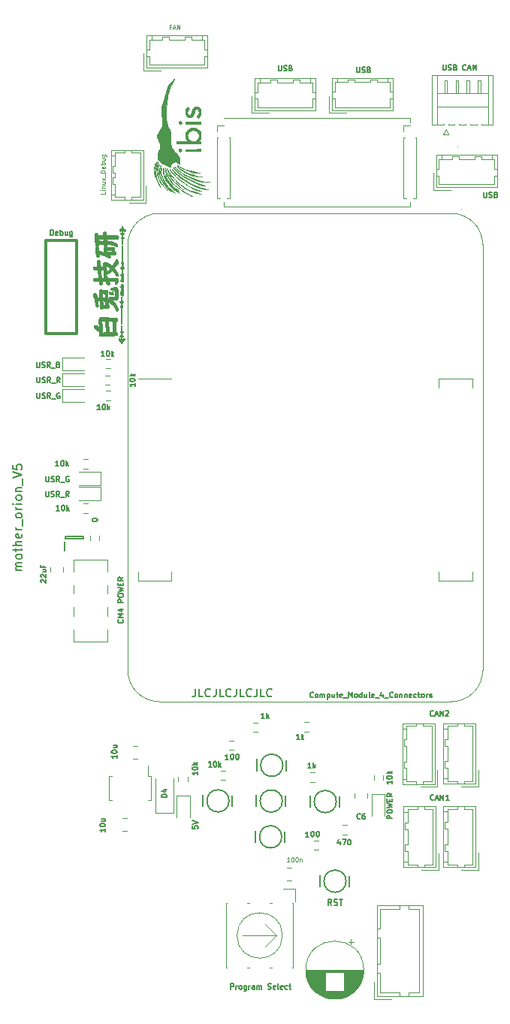
<source format=gto>
%TF.GenerationSoftware,KiCad,Pcbnew,7.0.7*%
%TF.CreationDate,2024-01-01T11:44:22+09:00*%
%TF.ProjectId,mother_orion_v5,6d6f7468-6572-45f6-9f72-696f6e5f7635,rev?*%
%TF.SameCoordinates,Original*%
%TF.FileFunction,Legend,Top*%
%TF.FilePolarity,Positive*%
%FSLAX46Y46*%
G04 Gerber Fmt 4.6, Leading zero omitted, Abs format (unit mm)*
G04 Created by KiCad (PCBNEW 7.0.7) date 2024-01-01 11:44:22*
%MOMM*%
%LPD*%
G01*
G04 APERTURE LIST*
%ADD10C,0.200000*%
%ADD11C,0.150000*%
%ADD12C,0.125000*%
%ADD13C,0.039500*%
%ADD14C,0.254000*%
%ADD15C,0.120000*%
%ADD16C,0.010000*%
%ADD17C,0.060000*%
%ADD18C,0.300000*%
G04 APERTURE END LIST*
D10*
X23937219Y-123480326D02*
X23270552Y-123480326D01*
X23365790Y-123480326D02*
X23318171Y-123432707D01*
X23318171Y-123432707D02*
X23270552Y-123337469D01*
X23270552Y-123337469D02*
X23270552Y-123194612D01*
X23270552Y-123194612D02*
X23318171Y-123099374D01*
X23318171Y-123099374D02*
X23413409Y-123051755D01*
X23413409Y-123051755D02*
X23937219Y-123051755D01*
X23413409Y-123051755D02*
X23318171Y-123004136D01*
X23318171Y-123004136D02*
X23270552Y-122908898D01*
X23270552Y-122908898D02*
X23270552Y-122766041D01*
X23270552Y-122766041D02*
X23318171Y-122670802D01*
X23318171Y-122670802D02*
X23413409Y-122623183D01*
X23413409Y-122623183D02*
X23937219Y-122623183D01*
X23937219Y-122004136D02*
X23889600Y-122099374D01*
X23889600Y-122099374D02*
X23841980Y-122146993D01*
X23841980Y-122146993D02*
X23746742Y-122194612D01*
X23746742Y-122194612D02*
X23461028Y-122194612D01*
X23461028Y-122194612D02*
X23365790Y-122146993D01*
X23365790Y-122146993D02*
X23318171Y-122099374D01*
X23318171Y-122099374D02*
X23270552Y-122004136D01*
X23270552Y-122004136D02*
X23270552Y-121861279D01*
X23270552Y-121861279D02*
X23318171Y-121766041D01*
X23318171Y-121766041D02*
X23365790Y-121718422D01*
X23365790Y-121718422D02*
X23461028Y-121670803D01*
X23461028Y-121670803D02*
X23746742Y-121670803D01*
X23746742Y-121670803D02*
X23841980Y-121718422D01*
X23841980Y-121718422D02*
X23889600Y-121766041D01*
X23889600Y-121766041D02*
X23937219Y-121861279D01*
X23937219Y-121861279D02*
X23937219Y-122004136D01*
X23270552Y-121385088D02*
X23270552Y-121004136D01*
X22937219Y-121242231D02*
X23794361Y-121242231D01*
X23794361Y-121242231D02*
X23889600Y-121194612D01*
X23889600Y-121194612D02*
X23937219Y-121099374D01*
X23937219Y-121099374D02*
X23937219Y-121004136D01*
X23937219Y-120670802D02*
X22937219Y-120670802D01*
X23937219Y-120242231D02*
X23413409Y-120242231D01*
X23413409Y-120242231D02*
X23318171Y-120289850D01*
X23318171Y-120289850D02*
X23270552Y-120385088D01*
X23270552Y-120385088D02*
X23270552Y-120527945D01*
X23270552Y-120527945D02*
X23318171Y-120623183D01*
X23318171Y-120623183D02*
X23365790Y-120670802D01*
X23889600Y-119385088D02*
X23937219Y-119480326D01*
X23937219Y-119480326D02*
X23937219Y-119670802D01*
X23937219Y-119670802D02*
X23889600Y-119766040D01*
X23889600Y-119766040D02*
X23794361Y-119813659D01*
X23794361Y-119813659D02*
X23413409Y-119813659D01*
X23413409Y-119813659D02*
X23318171Y-119766040D01*
X23318171Y-119766040D02*
X23270552Y-119670802D01*
X23270552Y-119670802D02*
X23270552Y-119480326D01*
X23270552Y-119480326D02*
X23318171Y-119385088D01*
X23318171Y-119385088D02*
X23413409Y-119337469D01*
X23413409Y-119337469D02*
X23508647Y-119337469D01*
X23508647Y-119337469D02*
X23603885Y-119813659D01*
X23937219Y-118908897D02*
X23270552Y-118908897D01*
X23461028Y-118908897D02*
X23365790Y-118861278D01*
X23365790Y-118861278D02*
X23318171Y-118813659D01*
X23318171Y-118813659D02*
X23270552Y-118718421D01*
X23270552Y-118718421D02*
X23270552Y-118623183D01*
X24032457Y-118527945D02*
X24032457Y-117766040D01*
X23937219Y-117385087D02*
X23889600Y-117480325D01*
X23889600Y-117480325D02*
X23841980Y-117527944D01*
X23841980Y-117527944D02*
X23746742Y-117575563D01*
X23746742Y-117575563D02*
X23461028Y-117575563D01*
X23461028Y-117575563D02*
X23365790Y-117527944D01*
X23365790Y-117527944D02*
X23318171Y-117480325D01*
X23318171Y-117480325D02*
X23270552Y-117385087D01*
X23270552Y-117385087D02*
X23270552Y-117242230D01*
X23270552Y-117242230D02*
X23318171Y-117146992D01*
X23318171Y-117146992D02*
X23365790Y-117099373D01*
X23365790Y-117099373D02*
X23461028Y-117051754D01*
X23461028Y-117051754D02*
X23746742Y-117051754D01*
X23746742Y-117051754D02*
X23841980Y-117099373D01*
X23841980Y-117099373D02*
X23889600Y-117146992D01*
X23889600Y-117146992D02*
X23937219Y-117242230D01*
X23937219Y-117242230D02*
X23937219Y-117385087D01*
X23937219Y-116623182D02*
X23270552Y-116623182D01*
X23461028Y-116623182D02*
X23365790Y-116575563D01*
X23365790Y-116575563D02*
X23318171Y-116527944D01*
X23318171Y-116527944D02*
X23270552Y-116432706D01*
X23270552Y-116432706D02*
X23270552Y-116337468D01*
X23937219Y-116004134D02*
X23270552Y-116004134D01*
X22937219Y-116004134D02*
X22984838Y-116051753D01*
X22984838Y-116051753D02*
X23032457Y-116004134D01*
X23032457Y-116004134D02*
X22984838Y-115956515D01*
X22984838Y-115956515D02*
X22937219Y-116004134D01*
X22937219Y-116004134D02*
X23032457Y-116004134D01*
X23937219Y-115385087D02*
X23889600Y-115480325D01*
X23889600Y-115480325D02*
X23841980Y-115527944D01*
X23841980Y-115527944D02*
X23746742Y-115575563D01*
X23746742Y-115575563D02*
X23461028Y-115575563D01*
X23461028Y-115575563D02*
X23365790Y-115527944D01*
X23365790Y-115527944D02*
X23318171Y-115480325D01*
X23318171Y-115480325D02*
X23270552Y-115385087D01*
X23270552Y-115385087D02*
X23270552Y-115242230D01*
X23270552Y-115242230D02*
X23318171Y-115146992D01*
X23318171Y-115146992D02*
X23365790Y-115099373D01*
X23365790Y-115099373D02*
X23461028Y-115051754D01*
X23461028Y-115051754D02*
X23746742Y-115051754D01*
X23746742Y-115051754D02*
X23841980Y-115099373D01*
X23841980Y-115099373D02*
X23889600Y-115146992D01*
X23889600Y-115146992D02*
X23937219Y-115242230D01*
X23937219Y-115242230D02*
X23937219Y-115385087D01*
X23270552Y-114623182D02*
X23937219Y-114623182D01*
X23365790Y-114623182D02*
X23318171Y-114575563D01*
X23318171Y-114575563D02*
X23270552Y-114480325D01*
X23270552Y-114480325D02*
X23270552Y-114337468D01*
X23270552Y-114337468D02*
X23318171Y-114242230D01*
X23318171Y-114242230D02*
X23413409Y-114194611D01*
X23413409Y-114194611D02*
X23937219Y-114194611D01*
X24032457Y-113956516D02*
X24032457Y-113194611D01*
X22937219Y-113099372D02*
X23937219Y-112766039D01*
X23937219Y-112766039D02*
X22937219Y-112432706D01*
X22937219Y-111623182D02*
X22937219Y-112099372D01*
X22937219Y-112099372D02*
X23413409Y-112146991D01*
X23413409Y-112146991D02*
X23365790Y-112099372D01*
X23365790Y-112099372D02*
X23318171Y-112004134D01*
X23318171Y-112004134D02*
X23318171Y-111766039D01*
X23318171Y-111766039D02*
X23365790Y-111670801D01*
X23365790Y-111670801D02*
X23413409Y-111623182D01*
X23413409Y-111623182D02*
X23508647Y-111575563D01*
X23508647Y-111575563D02*
X23746742Y-111575563D01*
X23746742Y-111575563D02*
X23841980Y-111623182D01*
X23841980Y-111623182D02*
X23889600Y-111670801D01*
X23889600Y-111670801D02*
X23937219Y-111766039D01*
X23937219Y-111766039D02*
X23937219Y-112004134D01*
X23937219Y-112004134D02*
X23889600Y-112099372D01*
X23889600Y-112099372D02*
X23841980Y-112146991D01*
D11*
X70348571Y-149312628D02*
X70319999Y-149341200D01*
X70319999Y-149341200D02*
X70234285Y-149369771D01*
X70234285Y-149369771D02*
X70177142Y-149369771D01*
X70177142Y-149369771D02*
X70091428Y-149341200D01*
X70091428Y-149341200D02*
X70034285Y-149284057D01*
X70034285Y-149284057D02*
X70005714Y-149226914D01*
X70005714Y-149226914D02*
X69977142Y-149112628D01*
X69977142Y-149112628D02*
X69977142Y-149026914D01*
X69977142Y-149026914D02*
X70005714Y-148912628D01*
X70005714Y-148912628D02*
X70034285Y-148855485D01*
X70034285Y-148855485D02*
X70091428Y-148798342D01*
X70091428Y-148798342D02*
X70177142Y-148769771D01*
X70177142Y-148769771D02*
X70234285Y-148769771D01*
X70234285Y-148769771D02*
X70319999Y-148798342D01*
X70319999Y-148798342D02*
X70348571Y-148826914D01*
X70577142Y-149198342D02*
X70862857Y-149198342D01*
X70519999Y-149369771D02*
X70719999Y-148769771D01*
X70719999Y-148769771D02*
X70919999Y-149369771D01*
X71120000Y-149369771D02*
X71120000Y-148769771D01*
X71120000Y-148769771D02*
X71462857Y-149369771D01*
X71462857Y-149369771D02*
X71462857Y-148769771D01*
X72062856Y-149369771D02*
X71719999Y-149369771D01*
X71891428Y-149369771D02*
X71891428Y-148769771D01*
X71891428Y-148769771D02*
X71834285Y-148855485D01*
X71834285Y-148855485D02*
X71777142Y-148912628D01*
X71777142Y-148912628D02*
X71719999Y-148941200D01*
D10*
X43503006Y-136839457D02*
X43503006Y-137482314D01*
X43503006Y-137482314D02*
X43460149Y-137610885D01*
X43460149Y-137610885D02*
X43374435Y-137696600D01*
X43374435Y-137696600D02*
X43245863Y-137739457D01*
X43245863Y-137739457D02*
X43160149Y-137739457D01*
X44360149Y-137739457D02*
X43931577Y-137739457D01*
X43931577Y-137739457D02*
X43931577Y-136839457D01*
X45174434Y-137653742D02*
X45131577Y-137696600D01*
X45131577Y-137696600D02*
X45003005Y-137739457D01*
X45003005Y-137739457D02*
X44917291Y-137739457D01*
X44917291Y-137739457D02*
X44788720Y-137696600D01*
X44788720Y-137696600D02*
X44703005Y-137610885D01*
X44703005Y-137610885D02*
X44660148Y-137525171D01*
X44660148Y-137525171D02*
X44617291Y-137353742D01*
X44617291Y-137353742D02*
X44617291Y-137225171D01*
X44617291Y-137225171D02*
X44660148Y-137053742D01*
X44660148Y-137053742D02*
X44703005Y-136968028D01*
X44703005Y-136968028D02*
X44788720Y-136882314D01*
X44788720Y-136882314D02*
X44917291Y-136839457D01*
X44917291Y-136839457D02*
X45003005Y-136839457D01*
X45003005Y-136839457D02*
X45131577Y-136882314D01*
X45131577Y-136882314D02*
X45174434Y-136925171D01*
X45817291Y-136839457D02*
X45817291Y-137482314D01*
X45817291Y-137482314D02*
X45774434Y-137610885D01*
X45774434Y-137610885D02*
X45688720Y-137696600D01*
X45688720Y-137696600D02*
X45560148Y-137739457D01*
X45560148Y-137739457D02*
X45474434Y-137739457D01*
X46674434Y-137739457D02*
X46245862Y-137739457D01*
X46245862Y-137739457D02*
X46245862Y-136839457D01*
X47488719Y-137653742D02*
X47445862Y-137696600D01*
X47445862Y-137696600D02*
X47317290Y-137739457D01*
X47317290Y-137739457D02*
X47231576Y-137739457D01*
X47231576Y-137739457D02*
X47103005Y-137696600D01*
X47103005Y-137696600D02*
X47017290Y-137610885D01*
X47017290Y-137610885D02*
X46974433Y-137525171D01*
X46974433Y-137525171D02*
X46931576Y-137353742D01*
X46931576Y-137353742D02*
X46931576Y-137225171D01*
X46931576Y-137225171D02*
X46974433Y-137053742D01*
X46974433Y-137053742D02*
X47017290Y-136968028D01*
X47017290Y-136968028D02*
X47103005Y-136882314D01*
X47103005Y-136882314D02*
X47231576Y-136839457D01*
X47231576Y-136839457D02*
X47317290Y-136839457D01*
X47317290Y-136839457D02*
X47445862Y-136882314D01*
X47445862Y-136882314D02*
X47488719Y-136925171D01*
X48131576Y-136839457D02*
X48131576Y-137482314D01*
X48131576Y-137482314D02*
X48088719Y-137610885D01*
X48088719Y-137610885D02*
X48003005Y-137696600D01*
X48003005Y-137696600D02*
X47874433Y-137739457D01*
X47874433Y-137739457D02*
X47788719Y-137739457D01*
X48988719Y-137739457D02*
X48560147Y-137739457D01*
X48560147Y-137739457D02*
X48560147Y-136839457D01*
X49803004Y-137653742D02*
X49760147Y-137696600D01*
X49760147Y-137696600D02*
X49631575Y-137739457D01*
X49631575Y-137739457D02*
X49545861Y-137739457D01*
X49545861Y-137739457D02*
X49417290Y-137696600D01*
X49417290Y-137696600D02*
X49331575Y-137610885D01*
X49331575Y-137610885D02*
X49288718Y-137525171D01*
X49288718Y-137525171D02*
X49245861Y-137353742D01*
X49245861Y-137353742D02*
X49245861Y-137225171D01*
X49245861Y-137225171D02*
X49288718Y-137053742D01*
X49288718Y-137053742D02*
X49331575Y-136968028D01*
X49331575Y-136968028D02*
X49417290Y-136882314D01*
X49417290Y-136882314D02*
X49545861Y-136839457D01*
X49545861Y-136839457D02*
X49631575Y-136839457D01*
X49631575Y-136839457D02*
X49760147Y-136882314D01*
X49760147Y-136882314D02*
X49803004Y-136925171D01*
X50445861Y-136839457D02*
X50445861Y-137482314D01*
X50445861Y-137482314D02*
X50403004Y-137610885D01*
X50403004Y-137610885D02*
X50317290Y-137696600D01*
X50317290Y-137696600D02*
X50188718Y-137739457D01*
X50188718Y-137739457D02*
X50103004Y-137739457D01*
X51303004Y-137739457D02*
X50874432Y-137739457D01*
X50874432Y-137739457D02*
X50874432Y-136839457D01*
X52117289Y-137653742D02*
X52074432Y-137696600D01*
X52074432Y-137696600D02*
X51945860Y-137739457D01*
X51945860Y-137739457D02*
X51860146Y-137739457D01*
X51860146Y-137739457D02*
X51731575Y-137696600D01*
X51731575Y-137696600D02*
X51645860Y-137610885D01*
X51645860Y-137610885D02*
X51603003Y-137525171D01*
X51603003Y-137525171D02*
X51560146Y-137353742D01*
X51560146Y-137353742D02*
X51560146Y-137225171D01*
X51560146Y-137225171D02*
X51603003Y-137053742D01*
X51603003Y-137053742D02*
X51645860Y-136968028D01*
X51645860Y-136968028D02*
X51731575Y-136882314D01*
X51731575Y-136882314D02*
X51860146Y-136839457D01*
X51860146Y-136839457D02*
X51945860Y-136839457D01*
X51945860Y-136839457D02*
X52074432Y-136882314D01*
X52074432Y-136882314D02*
X52117289Y-136925171D01*
D11*
X70318571Y-139842628D02*
X70289999Y-139871200D01*
X70289999Y-139871200D02*
X70204285Y-139899771D01*
X70204285Y-139899771D02*
X70147142Y-139899771D01*
X70147142Y-139899771D02*
X70061428Y-139871200D01*
X70061428Y-139871200D02*
X70004285Y-139814057D01*
X70004285Y-139814057D02*
X69975714Y-139756914D01*
X69975714Y-139756914D02*
X69947142Y-139642628D01*
X69947142Y-139642628D02*
X69947142Y-139556914D01*
X69947142Y-139556914D02*
X69975714Y-139442628D01*
X69975714Y-139442628D02*
X70004285Y-139385485D01*
X70004285Y-139385485D02*
X70061428Y-139328342D01*
X70061428Y-139328342D02*
X70147142Y-139299771D01*
X70147142Y-139299771D02*
X70204285Y-139299771D01*
X70204285Y-139299771D02*
X70289999Y-139328342D01*
X70289999Y-139328342D02*
X70318571Y-139356914D01*
X70547142Y-139728342D02*
X70832857Y-139728342D01*
X70489999Y-139899771D02*
X70689999Y-139299771D01*
X70689999Y-139299771D02*
X70889999Y-139899771D01*
X71090000Y-139899771D02*
X71090000Y-139299771D01*
X71090000Y-139299771D02*
X71432857Y-139899771D01*
X71432857Y-139899771D02*
X71432857Y-139299771D01*
X71689999Y-139356914D02*
X71718571Y-139328342D01*
X71718571Y-139328342D02*
X71775714Y-139299771D01*
X71775714Y-139299771D02*
X71918571Y-139299771D01*
X71918571Y-139299771D02*
X71975714Y-139328342D01*
X71975714Y-139328342D02*
X72004285Y-139356914D01*
X72004285Y-139356914D02*
X72032856Y-139414057D01*
X72032856Y-139414057D02*
X72032856Y-139471200D01*
X72032856Y-139471200D02*
X72004285Y-139556914D01*
X72004285Y-139556914D02*
X71661428Y-139899771D01*
X71661428Y-139899771D02*
X72032856Y-139899771D01*
X65649771Y-147217143D02*
X65649771Y-147560000D01*
X65649771Y-147388571D02*
X65049771Y-147388571D01*
X65049771Y-147388571D02*
X65135485Y-147445714D01*
X65135485Y-147445714D02*
X65192628Y-147502857D01*
X65192628Y-147502857D02*
X65221200Y-147560000D01*
X65049771Y-146845714D02*
X65049771Y-146788571D01*
X65049771Y-146788571D02*
X65078342Y-146731428D01*
X65078342Y-146731428D02*
X65106914Y-146702857D01*
X65106914Y-146702857D02*
X65164057Y-146674285D01*
X65164057Y-146674285D02*
X65278342Y-146645714D01*
X65278342Y-146645714D02*
X65421200Y-146645714D01*
X65421200Y-146645714D02*
X65535485Y-146674285D01*
X65535485Y-146674285D02*
X65592628Y-146702857D01*
X65592628Y-146702857D02*
X65621200Y-146731428D01*
X65621200Y-146731428D02*
X65649771Y-146788571D01*
X65649771Y-146788571D02*
X65649771Y-146845714D01*
X65649771Y-146845714D02*
X65621200Y-146902857D01*
X65621200Y-146902857D02*
X65592628Y-146931428D01*
X65592628Y-146931428D02*
X65535485Y-146959999D01*
X65535485Y-146959999D02*
X65421200Y-146988571D01*
X65421200Y-146988571D02*
X65278342Y-146988571D01*
X65278342Y-146988571D02*
X65164057Y-146959999D01*
X65164057Y-146959999D02*
X65106914Y-146931428D01*
X65106914Y-146931428D02*
X65078342Y-146902857D01*
X65078342Y-146902857D02*
X65049771Y-146845714D01*
X65649771Y-146388570D02*
X65049771Y-146388570D01*
X65421200Y-146331428D02*
X65649771Y-146159999D01*
X65249771Y-146159999D02*
X65478342Y-146388570D01*
X31849771Y-117848571D02*
X31849771Y-117791428D01*
X31849771Y-117791428D02*
X31878342Y-117734285D01*
X31878342Y-117734285D02*
X31906914Y-117705714D01*
X31906914Y-117705714D02*
X31964057Y-117677142D01*
X31964057Y-117677142D02*
X32078342Y-117648571D01*
X32078342Y-117648571D02*
X32221200Y-117648571D01*
X32221200Y-117648571D02*
X32335485Y-117677142D01*
X32335485Y-117677142D02*
X32392628Y-117705714D01*
X32392628Y-117705714D02*
X32421200Y-117734285D01*
X32421200Y-117734285D02*
X32449771Y-117791428D01*
X32449771Y-117791428D02*
X32449771Y-117848571D01*
X32449771Y-117848571D02*
X32421200Y-117905714D01*
X32421200Y-117905714D02*
X32392628Y-117934285D01*
X32392628Y-117934285D02*
X32335485Y-117962856D01*
X32335485Y-117962856D02*
X32221200Y-117991428D01*
X32221200Y-117991428D02*
X32078342Y-117991428D01*
X32078342Y-117991428D02*
X31964057Y-117962856D01*
X31964057Y-117962856D02*
X31906914Y-117934285D01*
X31906914Y-117934285D02*
X31878342Y-117905714D01*
X31878342Y-117905714D02*
X31849771Y-117848571D01*
X59802857Y-154029771D02*
X59802857Y-154429771D01*
X59659999Y-153801200D02*
X59517142Y-154229771D01*
X59517142Y-154229771D02*
X59888571Y-154229771D01*
X60060000Y-153829771D02*
X60460000Y-153829771D01*
X60460000Y-153829771D02*
X60202857Y-154429771D01*
X60802857Y-153829771D02*
X60860000Y-153829771D01*
X60860000Y-153829771D02*
X60917143Y-153858342D01*
X60917143Y-153858342D02*
X60945715Y-153886914D01*
X60945715Y-153886914D02*
X60974286Y-153944057D01*
X60974286Y-153944057D02*
X61002857Y-154058342D01*
X61002857Y-154058342D02*
X61002857Y-154201200D01*
X61002857Y-154201200D02*
X60974286Y-154315485D01*
X60974286Y-154315485D02*
X60945715Y-154372628D01*
X60945715Y-154372628D02*
X60917143Y-154401200D01*
X60917143Y-154401200D02*
X60860000Y-154429771D01*
X60860000Y-154429771D02*
X60802857Y-154429771D01*
X60802857Y-154429771D02*
X60745715Y-154401200D01*
X60745715Y-154401200D02*
X60717143Y-154372628D01*
X60717143Y-154372628D02*
X60688572Y-154315485D01*
X60688572Y-154315485D02*
X60660000Y-154201200D01*
X60660000Y-154201200D02*
X60660000Y-154058342D01*
X60660000Y-154058342D02*
X60688572Y-153944057D01*
X60688572Y-153944057D02*
X60717143Y-153886914D01*
X60717143Y-153886914D02*
X60745715Y-153858342D01*
X60745715Y-153858342D02*
X60802857Y-153829771D01*
D12*
X33294809Y-80792380D02*
X33294809Y-81030475D01*
X33294809Y-81030475D02*
X32794809Y-81030475D01*
X33294809Y-80625713D02*
X32961476Y-80625713D01*
X32794809Y-80625713D02*
X32818619Y-80649522D01*
X32818619Y-80649522D02*
X32842428Y-80625713D01*
X32842428Y-80625713D02*
X32818619Y-80601903D01*
X32818619Y-80601903D02*
X32794809Y-80625713D01*
X32794809Y-80625713D02*
X32842428Y-80625713D01*
X32961476Y-80387618D02*
X33294809Y-80387618D01*
X33009095Y-80387618D02*
X32985285Y-80363808D01*
X32985285Y-80363808D02*
X32961476Y-80316189D01*
X32961476Y-80316189D02*
X32961476Y-80244761D01*
X32961476Y-80244761D02*
X32985285Y-80197142D01*
X32985285Y-80197142D02*
X33032904Y-80173332D01*
X33032904Y-80173332D02*
X33294809Y-80173332D01*
X32961476Y-79720951D02*
X33294809Y-79720951D01*
X32961476Y-79935237D02*
X33223380Y-79935237D01*
X33223380Y-79935237D02*
X33271000Y-79911427D01*
X33271000Y-79911427D02*
X33294809Y-79863808D01*
X33294809Y-79863808D02*
X33294809Y-79792380D01*
X33294809Y-79792380D02*
X33271000Y-79744761D01*
X33271000Y-79744761D02*
X33247190Y-79720951D01*
X33294809Y-79530475D02*
X32961476Y-79268570D01*
X32961476Y-79530475D02*
X33294809Y-79268570D01*
X33342428Y-79197142D02*
X33342428Y-78816189D01*
X33294809Y-78697142D02*
X32794809Y-78697142D01*
X32794809Y-78697142D02*
X32794809Y-78578094D01*
X32794809Y-78578094D02*
X32818619Y-78506666D01*
X32818619Y-78506666D02*
X32866238Y-78459047D01*
X32866238Y-78459047D02*
X32913857Y-78435237D01*
X32913857Y-78435237D02*
X33009095Y-78411428D01*
X33009095Y-78411428D02*
X33080523Y-78411428D01*
X33080523Y-78411428D02*
X33175761Y-78435237D01*
X33175761Y-78435237D02*
X33223380Y-78459047D01*
X33223380Y-78459047D02*
X33271000Y-78506666D01*
X33271000Y-78506666D02*
X33294809Y-78578094D01*
X33294809Y-78578094D02*
X33294809Y-78697142D01*
X33271000Y-78006666D02*
X33294809Y-78054285D01*
X33294809Y-78054285D02*
X33294809Y-78149523D01*
X33294809Y-78149523D02*
X33271000Y-78197142D01*
X33271000Y-78197142D02*
X33223380Y-78220951D01*
X33223380Y-78220951D02*
X33032904Y-78220951D01*
X33032904Y-78220951D02*
X32985285Y-78197142D01*
X32985285Y-78197142D02*
X32961476Y-78149523D01*
X32961476Y-78149523D02*
X32961476Y-78054285D01*
X32961476Y-78054285D02*
X32985285Y-78006666D01*
X32985285Y-78006666D02*
X33032904Y-77982856D01*
X33032904Y-77982856D02*
X33080523Y-77982856D01*
X33080523Y-77982856D02*
X33128142Y-78220951D01*
X33294809Y-77768571D02*
X32794809Y-77768571D01*
X32985285Y-77768571D02*
X32961476Y-77720952D01*
X32961476Y-77720952D02*
X32961476Y-77625714D01*
X32961476Y-77625714D02*
X32985285Y-77578095D01*
X32985285Y-77578095D02*
X33009095Y-77554285D01*
X33009095Y-77554285D02*
X33056714Y-77530476D01*
X33056714Y-77530476D02*
X33199571Y-77530476D01*
X33199571Y-77530476D02*
X33247190Y-77554285D01*
X33247190Y-77554285D02*
X33271000Y-77578095D01*
X33271000Y-77578095D02*
X33294809Y-77625714D01*
X33294809Y-77625714D02*
X33294809Y-77720952D01*
X33294809Y-77720952D02*
X33271000Y-77768571D01*
X32961476Y-77101904D02*
X33294809Y-77101904D01*
X32961476Y-77316190D02*
X33223380Y-77316190D01*
X33223380Y-77316190D02*
X33271000Y-77292380D01*
X33271000Y-77292380D02*
X33294809Y-77244761D01*
X33294809Y-77244761D02*
X33294809Y-77173333D01*
X33294809Y-77173333D02*
X33271000Y-77125714D01*
X33271000Y-77125714D02*
X33247190Y-77101904D01*
X32961476Y-76649523D02*
X33366238Y-76649523D01*
X33366238Y-76649523D02*
X33413857Y-76673333D01*
X33413857Y-76673333D02*
X33437666Y-76697142D01*
X33437666Y-76697142D02*
X33461476Y-76744761D01*
X33461476Y-76744761D02*
X33461476Y-76816190D01*
X33461476Y-76816190D02*
X33437666Y-76863809D01*
X33271000Y-76649523D02*
X33294809Y-76697142D01*
X33294809Y-76697142D02*
X33294809Y-76792380D01*
X33294809Y-76792380D02*
X33271000Y-76839999D01*
X33271000Y-76839999D02*
X33247190Y-76863809D01*
X33247190Y-76863809D02*
X33199571Y-76887618D01*
X33199571Y-76887618D02*
X33056714Y-76887618D01*
X33056714Y-76887618D02*
X33009095Y-76863809D01*
X33009095Y-76863809D02*
X32985285Y-76839999D01*
X32985285Y-76839999D02*
X32961476Y-76792380D01*
X32961476Y-76792380D02*
X32961476Y-76697142D01*
X32961476Y-76697142D02*
X32985285Y-76649523D01*
D11*
X26634286Y-114579771D02*
X26634286Y-115065485D01*
X26634286Y-115065485D02*
X26662857Y-115122628D01*
X26662857Y-115122628D02*
X26691429Y-115151200D01*
X26691429Y-115151200D02*
X26748571Y-115179771D01*
X26748571Y-115179771D02*
X26862857Y-115179771D01*
X26862857Y-115179771D02*
X26920000Y-115151200D01*
X26920000Y-115151200D02*
X26948571Y-115122628D01*
X26948571Y-115122628D02*
X26977143Y-115065485D01*
X26977143Y-115065485D02*
X26977143Y-114579771D01*
X27234285Y-115151200D02*
X27320000Y-115179771D01*
X27320000Y-115179771D02*
X27462857Y-115179771D01*
X27462857Y-115179771D02*
X27520000Y-115151200D01*
X27520000Y-115151200D02*
X27548571Y-115122628D01*
X27548571Y-115122628D02*
X27577142Y-115065485D01*
X27577142Y-115065485D02*
X27577142Y-115008342D01*
X27577142Y-115008342D02*
X27548571Y-114951200D01*
X27548571Y-114951200D02*
X27520000Y-114922628D01*
X27520000Y-114922628D02*
X27462857Y-114894057D01*
X27462857Y-114894057D02*
X27348571Y-114865485D01*
X27348571Y-114865485D02*
X27291428Y-114836914D01*
X27291428Y-114836914D02*
X27262857Y-114808342D01*
X27262857Y-114808342D02*
X27234285Y-114751200D01*
X27234285Y-114751200D02*
X27234285Y-114694057D01*
X27234285Y-114694057D02*
X27262857Y-114636914D01*
X27262857Y-114636914D02*
X27291428Y-114608342D01*
X27291428Y-114608342D02*
X27348571Y-114579771D01*
X27348571Y-114579771D02*
X27491428Y-114579771D01*
X27491428Y-114579771D02*
X27577142Y-114608342D01*
X28177143Y-115179771D02*
X27977143Y-114894057D01*
X27834286Y-115179771D02*
X27834286Y-114579771D01*
X27834286Y-114579771D02*
X28062857Y-114579771D01*
X28062857Y-114579771D02*
X28120000Y-114608342D01*
X28120000Y-114608342D02*
X28148571Y-114636914D01*
X28148571Y-114636914D02*
X28177143Y-114694057D01*
X28177143Y-114694057D02*
X28177143Y-114779771D01*
X28177143Y-114779771D02*
X28148571Y-114836914D01*
X28148571Y-114836914D02*
X28120000Y-114865485D01*
X28120000Y-114865485D02*
X28062857Y-114894057D01*
X28062857Y-114894057D02*
X27834286Y-114894057D01*
X28291429Y-115236914D02*
X28748571Y-115236914D01*
X29234286Y-115179771D02*
X29034286Y-114894057D01*
X28891429Y-115179771D02*
X28891429Y-114579771D01*
X28891429Y-114579771D02*
X29120000Y-114579771D01*
X29120000Y-114579771D02*
X29177143Y-114608342D01*
X29177143Y-114608342D02*
X29205714Y-114636914D01*
X29205714Y-114636914D02*
X29234286Y-114694057D01*
X29234286Y-114694057D02*
X29234286Y-114779771D01*
X29234286Y-114779771D02*
X29205714Y-114836914D01*
X29205714Y-114836914D02*
X29177143Y-114865485D01*
X29177143Y-114865485D02*
X29120000Y-114894057D01*
X29120000Y-114894057D02*
X28891429Y-114894057D01*
X56770000Y-137762628D02*
X56741428Y-137791200D01*
X56741428Y-137791200D02*
X56655714Y-137819771D01*
X56655714Y-137819771D02*
X56598571Y-137819771D01*
X56598571Y-137819771D02*
X56512857Y-137791200D01*
X56512857Y-137791200D02*
X56455714Y-137734057D01*
X56455714Y-137734057D02*
X56427143Y-137676914D01*
X56427143Y-137676914D02*
X56398571Y-137562628D01*
X56398571Y-137562628D02*
X56398571Y-137476914D01*
X56398571Y-137476914D02*
X56427143Y-137362628D01*
X56427143Y-137362628D02*
X56455714Y-137305485D01*
X56455714Y-137305485D02*
X56512857Y-137248342D01*
X56512857Y-137248342D02*
X56598571Y-137219771D01*
X56598571Y-137219771D02*
X56655714Y-137219771D01*
X56655714Y-137219771D02*
X56741428Y-137248342D01*
X56741428Y-137248342D02*
X56770000Y-137276914D01*
X57112857Y-137819771D02*
X57055714Y-137791200D01*
X57055714Y-137791200D02*
X57027143Y-137762628D01*
X57027143Y-137762628D02*
X56998571Y-137705485D01*
X56998571Y-137705485D02*
X56998571Y-137534057D01*
X56998571Y-137534057D02*
X57027143Y-137476914D01*
X57027143Y-137476914D02*
X57055714Y-137448342D01*
X57055714Y-137448342D02*
X57112857Y-137419771D01*
X57112857Y-137419771D02*
X57198571Y-137419771D01*
X57198571Y-137419771D02*
X57255714Y-137448342D01*
X57255714Y-137448342D02*
X57284286Y-137476914D01*
X57284286Y-137476914D02*
X57312857Y-137534057D01*
X57312857Y-137534057D02*
X57312857Y-137705485D01*
X57312857Y-137705485D02*
X57284286Y-137762628D01*
X57284286Y-137762628D02*
X57255714Y-137791200D01*
X57255714Y-137791200D02*
X57198571Y-137819771D01*
X57198571Y-137819771D02*
X57112857Y-137819771D01*
X57570000Y-137819771D02*
X57570000Y-137419771D01*
X57570000Y-137476914D02*
X57598571Y-137448342D01*
X57598571Y-137448342D02*
X57655714Y-137419771D01*
X57655714Y-137419771D02*
X57741428Y-137419771D01*
X57741428Y-137419771D02*
X57798571Y-137448342D01*
X57798571Y-137448342D02*
X57827143Y-137505485D01*
X57827143Y-137505485D02*
X57827143Y-137819771D01*
X57827143Y-137505485D02*
X57855714Y-137448342D01*
X57855714Y-137448342D02*
X57912857Y-137419771D01*
X57912857Y-137419771D02*
X57998571Y-137419771D01*
X57998571Y-137419771D02*
X58055714Y-137448342D01*
X58055714Y-137448342D02*
X58084285Y-137505485D01*
X58084285Y-137505485D02*
X58084285Y-137819771D01*
X58370000Y-137419771D02*
X58370000Y-138019771D01*
X58370000Y-137448342D02*
X58427143Y-137419771D01*
X58427143Y-137419771D02*
X58541428Y-137419771D01*
X58541428Y-137419771D02*
X58598571Y-137448342D01*
X58598571Y-137448342D02*
X58627143Y-137476914D01*
X58627143Y-137476914D02*
X58655714Y-137534057D01*
X58655714Y-137534057D02*
X58655714Y-137705485D01*
X58655714Y-137705485D02*
X58627143Y-137762628D01*
X58627143Y-137762628D02*
X58598571Y-137791200D01*
X58598571Y-137791200D02*
X58541428Y-137819771D01*
X58541428Y-137819771D02*
X58427143Y-137819771D01*
X58427143Y-137819771D02*
X58370000Y-137791200D01*
X59170000Y-137419771D02*
X59170000Y-137819771D01*
X58912857Y-137419771D02*
X58912857Y-137734057D01*
X58912857Y-137734057D02*
X58941428Y-137791200D01*
X58941428Y-137791200D02*
X58998571Y-137819771D01*
X58998571Y-137819771D02*
X59084285Y-137819771D01*
X59084285Y-137819771D02*
X59141428Y-137791200D01*
X59141428Y-137791200D02*
X59170000Y-137762628D01*
X59369999Y-137419771D02*
X59598571Y-137419771D01*
X59455714Y-137219771D02*
X59455714Y-137734057D01*
X59455714Y-137734057D02*
X59484285Y-137791200D01*
X59484285Y-137791200D02*
X59541428Y-137819771D01*
X59541428Y-137819771D02*
X59598571Y-137819771D01*
X60027142Y-137791200D02*
X59969999Y-137819771D01*
X59969999Y-137819771D02*
X59855714Y-137819771D01*
X59855714Y-137819771D02*
X59798571Y-137791200D01*
X59798571Y-137791200D02*
X59769999Y-137734057D01*
X59769999Y-137734057D02*
X59769999Y-137505485D01*
X59769999Y-137505485D02*
X59798571Y-137448342D01*
X59798571Y-137448342D02*
X59855714Y-137419771D01*
X59855714Y-137419771D02*
X59969999Y-137419771D01*
X59969999Y-137419771D02*
X60027142Y-137448342D01*
X60027142Y-137448342D02*
X60055714Y-137505485D01*
X60055714Y-137505485D02*
X60055714Y-137562628D01*
X60055714Y-137562628D02*
X59769999Y-137619771D01*
X60170000Y-137876914D02*
X60627142Y-137876914D01*
X60770000Y-137819771D02*
X60770000Y-137219771D01*
X60770000Y-137219771D02*
X60970000Y-137648342D01*
X60970000Y-137648342D02*
X61170000Y-137219771D01*
X61170000Y-137219771D02*
X61170000Y-137819771D01*
X61541428Y-137819771D02*
X61484285Y-137791200D01*
X61484285Y-137791200D02*
X61455714Y-137762628D01*
X61455714Y-137762628D02*
X61427142Y-137705485D01*
X61427142Y-137705485D02*
X61427142Y-137534057D01*
X61427142Y-137534057D02*
X61455714Y-137476914D01*
X61455714Y-137476914D02*
X61484285Y-137448342D01*
X61484285Y-137448342D02*
X61541428Y-137419771D01*
X61541428Y-137419771D02*
X61627142Y-137419771D01*
X61627142Y-137419771D02*
X61684285Y-137448342D01*
X61684285Y-137448342D02*
X61712857Y-137476914D01*
X61712857Y-137476914D02*
X61741428Y-137534057D01*
X61741428Y-137534057D02*
X61741428Y-137705485D01*
X61741428Y-137705485D02*
X61712857Y-137762628D01*
X61712857Y-137762628D02*
X61684285Y-137791200D01*
X61684285Y-137791200D02*
X61627142Y-137819771D01*
X61627142Y-137819771D02*
X61541428Y-137819771D01*
X62255714Y-137819771D02*
X62255714Y-137219771D01*
X62255714Y-137791200D02*
X62198571Y-137819771D01*
X62198571Y-137819771D02*
X62084285Y-137819771D01*
X62084285Y-137819771D02*
X62027142Y-137791200D01*
X62027142Y-137791200D02*
X61998571Y-137762628D01*
X61998571Y-137762628D02*
X61969999Y-137705485D01*
X61969999Y-137705485D02*
X61969999Y-137534057D01*
X61969999Y-137534057D02*
X61998571Y-137476914D01*
X61998571Y-137476914D02*
X62027142Y-137448342D01*
X62027142Y-137448342D02*
X62084285Y-137419771D01*
X62084285Y-137419771D02*
X62198571Y-137419771D01*
X62198571Y-137419771D02*
X62255714Y-137448342D01*
X62798571Y-137419771D02*
X62798571Y-137819771D01*
X62541428Y-137419771D02*
X62541428Y-137734057D01*
X62541428Y-137734057D02*
X62569999Y-137791200D01*
X62569999Y-137791200D02*
X62627142Y-137819771D01*
X62627142Y-137819771D02*
X62712856Y-137819771D01*
X62712856Y-137819771D02*
X62769999Y-137791200D01*
X62769999Y-137791200D02*
X62798571Y-137762628D01*
X63169999Y-137819771D02*
X63112856Y-137791200D01*
X63112856Y-137791200D02*
X63084285Y-137734057D01*
X63084285Y-137734057D02*
X63084285Y-137219771D01*
X63627142Y-137791200D02*
X63569999Y-137819771D01*
X63569999Y-137819771D02*
X63455714Y-137819771D01*
X63455714Y-137819771D02*
X63398571Y-137791200D01*
X63398571Y-137791200D02*
X63369999Y-137734057D01*
X63369999Y-137734057D02*
X63369999Y-137505485D01*
X63369999Y-137505485D02*
X63398571Y-137448342D01*
X63398571Y-137448342D02*
X63455714Y-137419771D01*
X63455714Y-137419771D02*
X63569999Y-137419771D01*
X63569999Y-137419771D02*
X63627142Y-137448342D01*
X63627142Y-137448342D02*
X63655714Y-137505485D01*
X63655714Y-137505485D02*
X63655714Y-137562628D01*
X63655714Y-137562628D02*
X63369999Y-137619771D01*
X63770000Y-137876914D02*
X64227142Y-137876914D01*
X64627143Y-137419771D02*
X64627143Y-137819771D01*
X64484285Y-137191200D02*
X64341428Y-137619771D01*
X64341428Y-137619771D02*
X64712857Y-137619771D01*
X64798572Y-137876914D02*
X65255714Y-137876914D01*
X65741429Y-137762628D02*
X65712857Y-137791200D01*
X65712857Y-137791200D02*
X65627143Y-137819771D01*
X65627143Y-137819771D02*
X65570000Y-137819771D01*
X65570000Y-137819771D02*
X65484286Y-137791200D01*
X65484286Y-137791200D02*
X65427143Y-137734057D01*
X65427143Y-137734057D02*
X65398572Y-137676914D01*
X65398572Y-137676914D02*
X65370000Y-137562628D01*
X65370000Y-137562628D02*
X65370000Y-137476914D01*
X65370000Y-137476914D02*
X65398572Y-137362628D01*
X65398572Y-137362628D02*
X65427143Y-137305485D01*
X65427143Y-137305485D02*
X65484286Y-137248342D01*
X65484286Y-137248342D02*
X65570000Y-137219771D01*
X65570000Y-137219771D02*
X65627143Y-137219771D01*
X65627143Y-137219771D02*
X65712857Y-137248342D01*
X65712857Y-137248342D02*
X65741429Y-137276914D01*
X66084286Y-137819771D02*
X66027143Y-137791200D01*
X66027143Y-137791200D02*
X65998572Y-137762628D01*
X65998572Y-137762628D02*
X65970000Y-137705485D01*
X65970000Y-137705485D02*
X65970000Y-137534057D01*
X65970000Y-137534057D02*
X65998572Y-137476914D01*
X65998572Y-137476914D02*
X66027143Y-137448342D01*
X66027143Y-137448342D02*
X66084286Y-137419771D01*
X66084286Y-137419771D02*
X66170000Y-137419771D01*
X66170000Y-137419771D02*
X66227143Y-137448342D01*
X66227143Y-137448342D02*
X66255715Y-137476914D01*
X66255715Y-137476914D02*
X66284286Y-137534057D01*
X66284286Y-137534057D02*
X66284286Y-137705485D01*
X66284286Y-137705485D02*
X66255715Y-137762628D01*
X66255715Y-137762628D02*
X66227143Y-137791200D01*
X66227143Y-137791200D02*
X66170000Y-137819771D01*
X66170000Y-137819771D02*
X66084286Y-137819771D01*
X66541429Y-137419771D02*
X66541429Y-137819771D01*
X66541429Y-137476914D02*
X66570000Y-137448342D01*
X66570000Y-137448342D02*
X66627143Y-137419771D01*
X66627143Y-137419771D02*
X66712857Y-137419771D01*
X66712857Y-137419771D02*
X66770000Y-137448342D01*
X66770000Y-137448342D02*
X66798572Y-137505485D01*
X66798572Y-137505485D02*
X66798572Y-137819771D01*
X67084286Y-137419771D02*
X67084286Y-137819771D01*
X67084286Y-137476914D02*
X67112857Y-137448342D01*
X67112857Y-137448342D02*
X67170000Y-137419771D01*
X67170000Y-137419771D02*
X67255714Y-137419771D01*
X67255714Y-137419771D02*
X67312857Y-137448342D01*
X67312857Y-137448342D02*
X67341429Y-137505485D01*
X67341429Y-137505485D02*
X67341429Y-137819771D01*
X67855714Y-137791200D02*
X67798571Y-137819771D01*
X67798571Y-137819771D02*
X67684286Y-137819771D01*
X67684286Y-137819771D02*
X67627143Y-137791200D01*
X67627143Y-137791200D02*
X67598571Y-137734057D01*
X67598571Y-137734057D02*
X67598571Y-137505485D01*
X67598571Y-137505485D02*
X67627143Y-137448342D01*
X67627143Y-137448342D02*
X67684286Y-137419771D01*
X67684286Y-137419771D02*
X67798571Y-137419771D01*
X67798571Y-137419771D02*
X67855714Y-137448342D01*
X67855714Y-137448342D02*
X67884286Y-137505485D01*
X67884286Y-137505485D02*
X67884286Y-137562628D01*
X67884286Y-137562628D02*
X67598571Y-137619771D01*
X68398572Y-137791200D02*
X68341429Y-137819771D01*
X68341429Y-137819771D02*
X68227143Y-137819771D01*
X68227143Y-137819771D02*
X68170000Y-137791200D01*
X68170000Y-137791200D02*
X68141429Y-137762628D01*
X68141429Y-137762628D02*
X68112857Y-137705485D01*
X68112857Y-137705485D02*
X68112857Y-137534057D01*
X68112857Y-137534057D02*
X68141429Y-137476914D01*
X68141429Y-137476914D02*
X68170000Y-137448342D01*
X68170000Y-137448342D02*
X68227143Y-137419771D01*
X68227143Y-137419771D02*
X68341429Y-137419771D01*
X68341429Y-137419771D02*
X68398572Y-137448342D01*
X68570000Y-137419771D02*
X68798572Y-137419771D01*
X68655715Y-137219771D02*
X68655715Y-137734057D01*
X68655715Y-137734057D02*
X68684286Y-137791200D01*
X68684286Y-137791200D02*
X68741429Y-137819771D01*
X68741429Y-137819771D02*
X68798572Y-137819771D01*
X69084286Y-137819771D02*
X69027143Y-137791200D01*
X69027143Y-137791200D02*
X68998572Y-137762628D01*
X68998572Y-137762628D02*
X68970000Y-137705485D01*
X68970000Y-137705485D02*
X68970000Y-137534057D01*
X68970000Y-137534057D02*
X68998572Y-137476914D01*
X68998572Y-137476914D02*
X69027143Y-137448342D01*
X69027143Y-137448342D02*
X69084286Y-137419771D01*
X69084286Y-137419771D02*
X69170000Y-137419771D01*
X69170000Y-137419771D02*
X69227143Y-137448342D01*
X69227143Y-137448342D02*
X69255715Y-137476914D01*
X69255715Y-137476914D02*
X69284286Y-137534057D01*
X69284286Y-137534057D02*
X69284286Y-137705485D01*
X69284286Y-137705485D02*
X69255715Y-137762628D01*
X69255715Y-137762628D02*
X69227143Y-137791200D01*
X69227143Y-137791200D02*
X69170000Y-137819771D01*
X69170000Y-137819771D02*
X69084286Y-137819771D01*
X69541429Y-137819771D02*
X69541429Y-137419771D01*
X69541429Y-137534057D02*
X69570000Y-137476914D01*
X69570000Y-137476914D02*
X69598572Y-137448342D01*
X69598572Y-137448342D02*
X69655714Y-137419771D01*
X69655714Y-137419771D02*
X69712857Y-137419771D01*
X69884286Y-137791200D02*
X69941429Y-137819771D01*
X69941429Y-137819771D02*
X70055715Y-137819771D01*
X70055715Y-137819771D02*
X70112858Y-137791200D01*
X70112858Y-137791200D02*
X70141429Y-137734057D01*
X70141429Y-137734057D02*
X70141429Y-137705485D01*
X70141429Y-137705485D02*
X70112858Y-137648342D01*
X70112858Y-137648342D02*
X70055715Y-137619771D01*
X70055715Y-137619771D02*
X69970001Y-137619771D01*
X69970001Y-137619771D02*
X69912858Y-137591200D01*
X69912858Y-137591200D02*
X69884286Y-137534057D01*
X69884286Y-137534057D02*
X69884286Y-137505485D01*
X69884286Y-137505485D02*
X69912858Y-137448342D01*
X69912858Y-137448342D02*
X69970001Y-137419771D01*
X69970001Y-137419771D02*
X70055715Y-137419771D01*
X70055715Y-137419771D02*
X70112858Y-137448342D01*
X34639771Y-144335714D02*
X34639771Y-144678571D01*
X34639771Y-144507142D02*
X34039771Y-144507142D01*
X34039771Y-144507142D02*
X34125485Y-144564285D01*
X34125485Y-144564285D02*
X34182628Y-144621428D01*
X34182628Y-144621428D02*
X34211200Y-144678571D01*
X34039771Y-143964285D02*
X34039771Y-143907142D01*
X34039771Y-143907142D02*
X34068342Y-143849999D01*
X34068342Y-143849999D02*
X34096914Y-143821428D01*
X34096914Y-143821428D02*
X34154057Y-143792856D01*
X34154057Y-143792856D02*
X34268342Y-143764285D01*
X34268342Y-143764285D02*
X34411200Y-143764285D01*
X34411200Y-143764285D02*
X34525485Y-143792856D01*
X34525485Y-143792856D02*
X34582628Y-143821428D01*
X34582628Y-143821428D02*
X34611200Y-143849999D01*
X34611200Y-143849999D02*
X34639771Y-143907142D01*
X34639771Y-143907142D02*
X34639771Y-143964285D01*
X34639771Y-143964285D02*
X34611200Y-144021428D01*
X34611200Y-144021428D02*
X34582628Y-144049999D01*
X34582628Y-144049999D02*
X34525485Y-144078570D01*
X34525485Y-144078570D02*
X34411200Y-144107142D01*
X34411200Y-144107142D02*
X34268342Y-144107142D01*
X34268342Y-144107142D02*
X34154057Y-144078570D01*
X34154057Y-144078570D02*
X34096914Y-144049999D01*
X34096914Y-144049999D02*
X34068342Y-144021428D01*
X34068342Y-144021428D02*
X34039771Y-143964285D01*
X34239771Y-143249999D02*
X34639771Y-143249999D01*
X34239771Y-143507141D02*
X34554057Y-143507141D01*
X34554057Y-143507141D02*
X34611200Y-143478570D01*
X34611200Y-143478570D02*
X34639771Y-143421427D01*
X34639771Y-143421427D02*
X34639771Y-143335713D01*
X34639771Y-143335713D02*
X34611200Y-143278570D01*
X34611200Y-143278570D02*
X34582628Y-143249999D01*
X47239999Y-144809771D02*
X46897142Y-144809771D01*
X47068571Y-144809771D02*
X47068571Y-144209771D01*
X47068571Y-144209771D02*
X47011428Y-144295485D01*
X47011428Y-144295485D02*
X46954285Y-144352628D01*
X46954285Y-144352628D02*
X46897142Y-144381200D01*
X47611428Y-144209771D02*
X47668571Y-144209771D01*
X47668571Y-144209771D02*
X47725714Y-144238342D01*
X47725714Y-144238342D02*
X47754286Y-144266914D01*
X47754286Y-144266914D02*
X47782857Y-144324057D01*
X47782857Y-144324057D02*
X47811428Y-144438342D01*
X47811428Y-144438342D02*
X47811428Y-144581200D01*
X47811428Y-144581200D02*
X47782857Y-144695485D01*
X47782857Y-144695485D02*
X47754286Y-144752628D01*
X47754286Y-144752628D02*
X47725714Y-144781200D01*
X47725714Y-144781200D02*
X47668571Y-144809771D01*
X47668571Y-144809771D02*
X47611428Y-144809771D01*
X47611428Y-144809771D02*
X47554286Y-144781200D01*
X47554286Y-144781200D02*
X47525714Y-144752628D01*
X47525714Y-144752628D02*
X47497143Y-144695485D01*
X47497143Y-144695485D02*
X47468571Y-144581200D01*
X47468571Y-144581200D02*
X47468571Y-144438342D01*
X47468571Y-144438342D02*
X47497143Y-144324057D01*
X47497143Y-144324057D02*
X47525714Y-144266914D01*
X47525714Y-144266914D02*
X47554286Y-144238342D01*
X47554286Y-144238342D02*
X47611428Y-144209771D01*
X48182857Y-144209771D02*
X48240000Y-144209771D01*
X48240000Y-144209771D02*
X48297143Y-144238342D01*
X48297143Y-144238342D02*
X48325715Y-144266914D01*
X48325715Y-144266914D02*
X48354286Y-144324057D01*
X48354286Y-144324057D02*
X48382857Y-144438342D01*
X48382857Y-144438342D02*
X48382857Y-144581200D01*
X48382857Y-144581200D02*
X48354286Y-144695485D01*
X48354286Y-144695485D02*
X48325715Y-144752628D01*
X48325715Y-144752628D02*
X48297143Y-144781200D01*
X48297143Y-144781200D02*
X48240000Y-144809771D01*
X48240000Y-144809771D02*
X48182857Y-144809771D01*
X48182857Y-144809771D02*
X48125715Y-144781200D01*
X48125715Y-144781200D02*
X48097143Y-144752628D01*
X48097143Y-144752628D02*
X48068572Y-144695485D01*
X48068572Y-144695485D02*
X48040000Y-144581200D01*
X48040000Y-144581200D02*
X48040000Y-144438342D01*
X48040000Y-144438342D02*
X48068572Y-144324057D01*
X48068572Y-144324057D02*
X48097143Y-144266914D01*
X48097143Y-144266914D02*
X48125715Y-144238342D01*
X48125715Y-144238342D02*
X48182857Y-144209771D01*
X25624286Y-101719771D02*
X25624286Y-102205485D01*
X25624286Y-102205485D02*
X25652857Y-102262628D01*
X25652857Y-102262628D02*
X25681429Y-102291200D01*
X25681429Y-102291200D02*
X25738571Y-102319771D01*
X25738571Y-102319771D02*
X25852857Y-102319771D01*
X25852857Y-102319771D02*
X25910000Y-102291200D01*
X25910000Y-102291200D02*
X25938571Y-102262628D01*
X25938571Y-102262628D02*
X25967143Y-102205485D01*
X25967143Y-102205485D02*
X25967143Y-101719771D01*
X26224285Y-102291200D02*
X26310000Y-102319771D01*
X26310000Y-102319771D02*
X26452857Y-102319771D01*
X26452857Y-102319771D02*
X26510000Y-102291200D01*
X26510000Y-102291200D02*
X26538571Y-102262628D01*
X26538571Y-102262628D02*
X26567142Y-102205485D01*
X26567142Y-102205485D02*
X26567142Y-102148342D01*
X26567142Y-102148342D02*
X26538571Y-102091200D01*
X26538571Y-102091200D02*
X26510000Y-102062628D01*
X26510000Y-102062628D02*
X26452857Y-102034057D01*
X26452857Y-102034057D02*
X26338571Y-102005485D01*
X26338571Y-102005485D02*
X26281428Y-101976914D01*
X26281428Y-101976914D02*
X26252857Y-101948342D01*
X26252857Y-101948342D02*
X26224285Y-101891200D01*
X26224285Y-101891200D02*
X26224285Y-101834057D01*
X26224285Y-101834057D02*
X26252857Y-101776914D01*
X26252857Y-101776914D02*
X26281428Y-101748342D01*
X26281428Y-101748342D02*
X26338571Y-101719771D01*
X26338571Y-101719771D02*
X26481428Y-101719771D01*
X26481428Y-101719771D02*
X26567142Y-101748342D01*
X27167143Y-102319771D02*
X26967143Y-102034057D01*
X26824286Y-102319771D02*
X26824286Y-101719771D01*
X26824286Y-101719771D02*
X27052857Y-101719771D01*
X27052857Y-101719771D02*
X27110000Y-101748342D01*
X27110000Y-101748342D02*
X27138571Y-101776914D01*
X27138571Y-101776914D02*
X27167143Y-101834057D01*
X27167143Y-101834057D02*
X27167143Y-101919771D01*
X27167143Y-101919771D02*
X27138571Y-101976914D01*
X27138571Y-101976914D02*
X27110000Y-102005485D01*
X27110000Y-102005485D02*
X27052857Y-102034057D01*
X27052857Y-102034057D02*
X26824286Y-102034057D01*
X27281429Y-102376914D02*
X27738571Y-102376914D01*
X28224286Y-102319771D02*
X28024286Y-102034057D01*
X27881429Y-102319771D02*
X27881429Y-101719771D01*
X27881429Y-101719771D02*
X28110000Y-101719771D01*
X28110000Y-101719771D02*
X28167143Y-101748342D01*
X28167143Y-101748342D02*
X28195714Y-101776914D01*
X28195714Y-101776914D02*
X28224286Y-101834057D01*
X28224286Y-101834057D02*
X28224286Y-101919771D01*
X28224286Y-101919771D02*
X28195714Y-101976914D01*
X28195714Y-101976914D02*
X28167143Y-102005485D01*
X28167143Y-102005485D02*
X28110000Y-102034057D01*
X28110000Y-102034057D02*
X27881429Y-102034057D01*
X25574286Y-100019771D02*
X25574286Y-100505485D01*
X25574286Y-100505485D02*
X25602857Y-100562628D01*
X25602857Y-100562628D02*
X25631429Y-100591200D01*
X25631429Y-100591200D02*
X25688571Y-100619771D01*
X25688571Y-100619771D02*
X25802857Y-100619771D01*
X25802857Y-100619771D02*
X25860000Y-100591200D01*
X25860000Y-100591200D02*
X25888571Y-100562628D01*
X25888571Y-100562628D02*
X25917143Y-100505485D01*
X25917143Y-100505485D02*
X25917143Y-100019771D01*
X26174285Y-100591200D02*
X26260000Y-100619771D01*
X26260000Y-100619771D02*
X26402857Y-100619771D01*
X26402857Y-100619771D02*
X26460000Y-100591200D01*
X26460000Y-100591200D02*
X26488571Y-100562628D01*
X26488571Y-100562628D02*
X26517142Y-100505485D01*
X26517142Y-100505485D02*
X26517142Y-100448342D01*
X26517142Y-100448342D02*
X26488571Y-100391200D01*
X26488571Y-100391200D02*
X26460000Y-100362628D01*
X26460000Y-100362628D02*
X26402857Y-100334057D01*
X26402857Y-100334057D02*
X26288571Y-100305485D01*
X26288571Y-100305485D02*
X26231428Y-100276914D01*
X26231428Y-100276914D02*
X26202857Y-100248342D01*
X26202857Y-100248342D02*
X26174285Y-100191200D01*
X26174285Y-100191200D02*
X26174285Y-100134057D01*
X26174285Y-100134057D02*
X26202857Y-100076914D01*
X26202857Y-100076914D02*
X26231428Y-100048342D01*
X26231428Y-100048342D02*
X26288571Y-100019771D01*
X26288571Y-100019771D02*
X26431428Y-100019771D01*
X26431428Y-100019771D02*
X26517142Y-100048342D01*
X27117143Y-100619771D02*
X26917143Y-100334057D01*
X26774286Y-100619771D02*
X26774286Y-100019771D01*
X26774286Y-100019771D02*
X27002857Y-100019771D01*
X27002857Y-100019771D02*
X27060000Y-100048342D01*
X27060000Y-100048342D02*
X27088571Y-100076914D01*
X27088571Y-100076914D02*
X27117143Y-100134057D01*
X27117143Y-100134057D02*
X27117143Y-100219771D01*
X27117143Y-100219771D02*
X27088571Y-100276914D01*
X27088571Y-100276914D02*
X27060000Y-100305485D01*
X27060000Y-100305485D02*
X27002857Y-100334057D01*
X27002857Y-100334057D02*
X26774286Y-100334057D01*
X27231429Y-100676914D02*
X27688571Y-100676914D01*
X28031429Y-100305485D02*
X28117143Y-100334057D01*
X28117143Y-100334057D02*
X28145714Y-100362628D01*
X28145714Y-100362628D02*
X28174286Y-100419771D01*
X28174286Y-100419771D02*
X28174286Y-100505485D01*
X28174286Y-100505485D02*
X28145714Y-100562628D01*
X28145714Y-100562628D02*
X28117143Y-100591200D01*
X28117143Y-100591200D02*
X28060000Y-100619771D01*
X28060000Y-100619771D02*
X27831429Y-100619771D01*
X27831429Y-100619771D02*
X27831429Y-100019771D01*
X27831429Y-100019771D02*
X28031429Y-100019771D01*
X28031429Y-100019771D02*
X28088572Y-100048342D01*
X28088572Y-100048342D02*
X28117143Y-100076914D01*
X28117143Y-100076914D02*
X28145714Y-100134057D01*
X28145714Y-100134057D02*
X28145714Y-100191200D01*
X28145714Y-100191200D02*
X28117143Y-100248342D01*
X28117143Y-100248342D02*
X28088572Y-100276914D01*
X28088572Y-100276914D02*
X28031429Y-100305485D01*
X28031429Y-100305485D02*
X27831429Y-100305485D01*
D12*
X40735238Y-62262904D02*
X40568571Y-62262904D01*
X40568571Y-62524809D02*
X40568571Y-62024809D01*
X40568571Y-62024809D02*
X40806666Y-62024809D01*
X40973333Y-62381952D02*
X41211428Y-62381952D01*
X40925714Y-62524809D02*
X41092380Y-62024809D01*
X41092380Y-62024809D02*
X41259047Y-62524809D01*
X41425713Y-62524809D02*
X41425713Y-62024809D01*
X41425713Y-62024809D02*
X41711427Y-62524809D01*
X41711427Y-62524809D02*
X41711427Y-62024809D01*
D11*
X58846666Y-161266033D02*
X58613333Y-160932700D01*
X58446666Y-161266033D02*
X58446666Y-160566033D01*
X58446666Y-160566033D02*
X58713333Y-160566033D01*
X58713333Y-160566033D02*
X58780000Y-160599366D01*
X58780000Y-160599366D02*
X58813333Y-160632700D01*
X58813333Y-160632700D02*
X58846666Y-160699366D01*
X58846666Y-160699366D02*
X58846666Y-160799366D01*
X58846666Y-160799366D02*
X58813333Y-160866033D01*
X58813333Y-160866033D02*
X58780000Y-160899366D01*
X58780000Y-160899366D02*
X58713333Y-160932700D01*
X58713333Y-160932700D02*
X58446666Y-160932700D01*
X59113333Y-161232700D02*
X59213333Y-161266033D01*
X59213333Y-161266033D02*
X59380000Y-161266033D01*
X59380000Y-161266033D02*
X59446666Y-161232700D01*
X59446666Y-161232700D02*
X59480000Y-161199366D01*
X59480000Y-161199366D02*
X59513333Y-161132700D01*
X59513333Y-161132700D02*
X59513333Y-161066033D01*
X59513333Y-161066033D02*
X59480000Y-160999366D01*
X59480000Y-160999366D02*
X59446666Y-160966033D01*
X59446666Y-160966033D02*
X59380000Y-160932700D01*
X59380000Y-160932700D02*
X59246666Y-160899366D01*
X59246666Y-160899366D02*
X59180000Y-160866033D01*
X59180000Y-160866033D02*
X59146666Y-160832700D01*
X59146666Y-160832700D02*
X59113333Y-160766033D01*
X59113333Y-160766033D02*
X59113333Y-160699366D01*
X59113333Y-160699366D02*
X59146666Y-160632700D01*
X59146666Y-160632700D02*
X59180000Y-160599366D01*
X59180000Y-160599366D02*
X59246666Y-160566033D01*
X59246666Y-160566033D02*
X59413333Y-160566033D01*
X59413333Y-160566033D02*
X59513333Y-160599366D01*
X59713333Y-160566033D02*
X60113333Y-160566033D01*
X59913333Y-161266033D02*
X59913333Y-160566033D01*
X26654286Y-112899771D02*
X26654286Y-113385485D01*
X26654286Y-113385485D02*
X26682857Y-113442628D01*
X26682857Y-113442628D02*
X26711429Y-113471200D01*
X26711429Y-113471200D02*
X26768571Y-113499771D01*
X26768571Y-113499771D02*
X26882857Y-113499771D01*
X26882857Y-113499771D02*
X26940000Y-113471200D01*
X26940000Y-113471200D02*
X26968571Y-113442628D01*
X26968571Y-113442628D02*
X26997143Y-113385485D01*
X26997143Y-113385485D02*
X26997143Y-112899771D01*
X27254285Y-113471200D02*
X27340000Y-113499771D01*
X27340000Y-113499771D02*
X27482857Y-113499771D01*
X27482857Y-113499771D02*
X27540000Y-113471200D01*
X27540000Y-113471200D02*
X27568571Y-113442628D01*
X27568571Y-113442628D02*
X27597142Y-113385485D01*
X27597142Y-113385485D02*
X27597142Y-113328342D01*
X27597142Y-113328342D02*
X27568571Y-113271200D01*
X27568571Y-113271200D02*
X27540000Y-113242628D01*
X27540000Y-113242628D02*
X27482857Y-113214057D01*
X27482857Y-113214057D02*
X27368571Y-113185485D01*
X27368571Y-113185485D02*
X27311428Y-113156914D01*
X27311428Y-113156914D02*
X27282857Y-113128342D01*
X27282857Y-113128342D02*
X27254285Y-113071200D01*
X27254285Y-113071200D02*
X27254285Y-113014057D01*
X27254285Y-113014057D02*
X27282857Y-112956914D01*
X27282857Y-112956914D02*
X27311428Y-112928342D01*
X27311428Y-112928342D02*
X27368571Y-112899771D01*
X27368571Y-112899771D02*
X27511428Y-112899771D01*
X27511428Y-112899771D02*
X27597142Y-112928342D01*
X28197143Y-113499771D02*
X27997143Y-113214057D01*
X27854286Y-113499771D02*
X27854286Y-112899771D01*
X27854286Y-112899771D02*
X28082857Y-112899771D01*
X28082857Y-112899771D02*
X28140000Y-112928342D01*
X28140000Y-112928342D02*
X28168571Y-112956914D01*
X28168571Y-112956914D02*
X28197143Y-113014057D01*
X28197143Y-113014057D02*
X28197143Y-113099771D01*
X28197143Y-113099771D02*
X28168571Y-113156914D01*
X28168571Y-113156914D02*
X28140000Y-113185485D01*
X28140000Y-113185485D02*
X28082857Y-113214057D01*
X28082857Y-113214057D02*
X27854286Y-113214057D01*
X28311429Y-113556914D02*
X28768571Y-113556914D01*
X29225714Y-112928342D02*
X29168572Y-112899771D01*
X29168572Y-112899771D02*
X29082857Y-112899771D01*
X29082857Y-112899771D02*
X28997143Y-112928342D01*
X28997143Y-112928342D02*
X28940000Y-112985485D01*
X28940000Y-112985485D02*
X28911429Y-113042628D01*
X28911429Y-113042628D02*
X28882857Y-113156914D01*
X28882857Y-113156914D02*
X28882857Y-113242628D01*
X28882857Y-113242628D02*
X28911429Y-113356914D01*
X28911429Y-113356914D02*
X28940000Y-113414057D01*
X28940000Y-113414057D02*
X28997143Y-113471200D01*
X28997143Y-113471200D02*
X29082857Y-113499771D01*
X29082857Y-113499771D02*
X29140000Y-113499771D01*
X29140000Y-113499771D02*
X29225714Y-113471200D01*
X29225714Y-113471200D02*
X29254286Y-113442628D01*
X29254286Y-113442628D02*
X29254286Y-113242628D01*
X29254286Y-113242628D02*
X29140000Y-113242628D01*
X56299999Y-153509771D02*
X55957142Y-153509771D01*
X56128571Y-153509771D02*
X56128571Y-152909771D01*
X56128571Y-152909771D02*
X56071428Y-152995485D01*
X56071428Y-152995485D02*
X56014285Y-153052628D01*
X56014285Y-153052628D02*
X55957142Y-153081200D01*
X56671428Y-152909771D02*
X56728571Y-152909771D01*
X56728571Y-152909771D02*
X56785714Y-152938342D01*
X56785714Y-152938342D02*
X56814286Y-152966914D01*
X56814286Y-152966914D02*
X56842857Y-153024057D01*
X56842857Y-153024057D02*
X56871428Y-153138342D01*
X56871428Y-153138342D02*
X56871428Y-153281200D01*
X56871428Y-153281200D02*
X56842857Y-153395485D01*
X56842857Y-153395485D02*
X56814286Y-153452628D01*
X56814286Y-153452628D02*
X56785714Y-153481200D01*
X56785714Y-153481200D02*
X56728571Y-153509771D01*
X56728571Y-153509771D02*
X56671428Y-153509771D01*
X56671428Y-153509771D02*
X56614286Y-153481200D01*
X56614286Y-153481200D02*
X56585714Y-153452628D01*
X56585714Y-153452628D02*
X56557143Y-153395485D01*
X56557143Y-153395485D02*
X56528571Y-153281200D01*
X56528571Y-153281200D02*
X56528571Y-153138342D01*
X56528571Y-153138342D02*
X56557143Y-153024057D01*
X56557143Y-153024057D02*
X56585714Y-152966914D01*
X56585714Y-152966914D02*
X56614286Y-152938342D01*
X56614286Y-152938342D02*
X56671428Y-152909771D01*
X57242857Y-152909771D02*
X57300000Y-152909771D01*
X57300000Y-152909771D02*
X57357143Y-152938342D01*
X57357143Y-152938342D02*
X57385715Y-152966914D01*
X57385715Y-152966914D02*
X57414286Y-153024057D01*
X57414286Y-153024057D02*
X57442857Y-153138342D01*
X57442857Y-153138342D02*
X57442857Y-153281200D01*
X57442857Y-153281200D02*
X57414286Y-153395485D01*
X57414286Y-153395485D02*
X57385715Y-153452628D01*
X57385715Y-153452628D02*
X57357143Y-153481200D01*
X57357143Y-153481200D02*
X57300000Y-153509771D01*
X57300000Y-153509771D02*
X57242857Y-153509771D01*
X57242857Y-153509771D02*
X57185715Y-153481200D01*
X57185715Y-153481200D02*
X57157143Y-153452628D01*
X57157143Y-153452628D02*
X57128572Y-153395485D01*
X57128572Y-153395485D02*
X57100000Y-153281200D01*
X57100000Y-153281200D02*
X57100000Y-153138342D01*
X57100000Y-153138342D02*
X57128572Y-153024057D01*
X57128572Y-153024057D02*
X57157143Y-152966914D01*
X57157143Y-152966914D02*
X57185715Y-152938342D01*
X57185715Y-152938342D02*
X57242857Y-152909771D01*
X36679771Y-102427143D02*
X36679771Y-102770000D01*
X36679771Y-102598571D02*
X36079771Y-102598571D01*
X36079771Y-102598571D02*
X36165485Y-102655714D01*
X36165485Y-102655714D02*
X36222628Y-102712857D01*
X36222628Y-102712857D02*
X36251200Y-102770000D01*
X36079771Y-102055714D02*
X36079771Y-101998571D01*
X36079771Y-101998571D02*
X36108342Y-101941428D01*
X36108342Y-101941428D02*
X36136914Y-101912857D01*
X36136914Y-101912857D02*
X36194057Y-101884285D01*
X36194057Y-101884285D02*
X36308342Y-101855714D01*
X36308342Y-101855714D02*
X36451200Y-101855714D01*
X36451200Y-101855714D02*
X36565485Y-101884285D01*
X36565485Y-101884285D02*
X36622628Y-101912857D01*
X36622628Y-101912857D02*
X36651200Y-101941428D01*
X36651200Y-101941428D02*
X36679771Y-101998571D01*
X36679771Y-101998571D02*
X36679771Y-102055714D01*
X36679771Y-102055714D02*
X36651200Y-102112857D01*
X36651200Y-102112857D02*
X36622628Y-102141428D01*
X36622628Y-102141428D02*
X36565485Y-102169999D01*
X36565485Y-102169999D02*
X36451200Y-102198571D01*
X36451200Y-102198571D02*
X36308342Y-102198571D01*
X36308342Y-102198571D02*
X36194057Y-102169999D01*
X36194057Y-102169999D02*
X36136914Y-102141428D01*
X36136914Y-102141428D02*
X36108342Y-102112857D01*
X36108342Y-102112857D02*
X36079771Y-102055714D01*
X36679771Y-101598570D02*
X36079771Y-101598570D01*
X36451200Y-101541428D02*
X36679771Y-101369999D01*
X36279771Y-101369999D02*
X36508342Y-101598570D01*
X45312856Y-145629771D02*
X44969999Y-145629771D01*
X45141428Y-145629771D02*
X45141428Y-145029771D01*
X45141428Y-145029771D02*
X45084285Y-145115485D01*
X45084285Y-145115485D02*
X45027142Y-145172628D01*
X45027142Y-145172628D02*
X44969999Y-145201200D01*
X45684285Y-145029771D02*
X45741428Y-145029771D01*
X45741428Y-145029771D02*
X45798571Y-145058342D01*
X45798571Y-145058342D02*
X45827143Y-145086914D01*
X45827143Y-145086914D02*
X45855714Y-145144057D01*
X45855714Y-145144057D02*
X45884285Y-145258342D01*
X45884285Y-145258342D02*
X45884285Y-145401200D01*
X45884285Y-145401200D02*
X45855714Y-145515485D01*
X45855714Y-145515485D02*
X45827143Y-145572628D01*
X45827143Y-145572628D02*
X45798571Y-145601200D01*
X45798571Y-145601200D02*
X45741428Y-145629771D01*
X45741428Y-145629771D02*
X45684285Y-145629771D01*
X45684285Y-145629771D02*
X45627143Y-145601200D01*
X45627143Y-145601200D02*
X45598571Y-145572628D01*
X45598571Y-145572628D02*
X45570000Y-145515485D01*
X45570000Y-145515485D02*
X45541428Y-145401200D01*
X45541428Y-145401200D02*
X45541428Y-145258342D01*
X45541428Y-145258342D02*
X45570000Y-145144057D01*
X45570000Y-145144057D02*
X45598571Y-145086914D01*
X45598571Y-145086914D02*
X45627143Y-145058342D01*
X45627143Y-145058342D02*
X45684285Y-145029771D01*
X46141429Y-145629771D02*
X46141429Y-145029771D01*
X46198572Y-145401200D02*
X46370000Y-145629771D01*
X46370000Y-145229771D02*
X46141429Y-145458342D01*
X75982857Y-80859771D02*
X75982857Y-81345485D01*
X75982857Y-81345485D02*
X76011428Y-81402628D01*
X76011428Y-81402628D02*
X76040000Y-81431200D01*
X76040000Y-81431200D02*
X76097142Y-81459771D01*
X76097142Y-81459771D02*
X76211428Y-81459771D01*
X76211428Y-81459771D02*
X76268571Y-81431200D01*
X76268571Y-81431200D02*
X76297142Y-81402628D01*
X76297142Y-81402628D02*
X76325714Y-81345485D01*
X76325714Y-81345485D02*
X76325714Y-80859771D01*
X76582856Y-81431200D02*
X76668571Y-81459771D01*
X76668571Y-81459771D02*
X76811428Y-81459771D01*
X76811428Y-81459771D02*
X76868571Y-81431200D01*
X76868571Y-81431200D02*
X76897142Y-81402628D01*
X76897142Y-81402628D02*
X76925713Y-81345485D01*
X76925713Y-81345485D02*
X76925713Y-81288342D01*
X76925713Y-81288342D02*
X76897142Y-81231200D01*
X76897142Y-81231200D02*
X76868571Y-81202628D01*
X76868571Y-81202628D02*
X76811428Y-81174057D01*
X76811428Y-81174057D02*
X76697142Y-81145485D01*
X76697142Y-81145485D02*
X76639999Y-81116914D01*
X76639999Y-81116914D02*
X76611428Y-81088342D01*
X76611428Y-81088342D02*
X76582856Y-81031200D01*
X76582856Y-81031200D02*
X76582856Y-80974057D01*
X76582856Y-80974057D02*
X76611428Y-80916914D01*
X76611428Y-80916914D02*
X76639999Y-80888342D01*
X76639999Y-80888342D02*
X76697142Y-80859771D01*
X76697142Y-80859771D02*
X76839999Y-80859771D01*
X76839999Y-80859771D02*
X76925713Y-80888342D01*
X77382857Y-81145485D02*
X77468571Y-81174057D01*
X77468571Y-81174057D02*
X77497142Y-81202628D01*
X77497142Y-81202628D02*
X77525714Y-81259771D01*
X77525714Y-81259771D02*
X77525714Y-81345485D01*
X77525714Y-81345485D02*
X77497142Y-81402628D01*
X77497142Y-81402628D02*
X77468571Y-81431200D01*
X77468571Y-81431200D02*
X77411428Y-81459771D01*
X77411428Y-81459771D02*
X77182857Y-81459771D01*
X77182857Y-81459771D02*
X77182857Y-80859771D01*
X77182857Y-80859771D02*
X77382857Y-80859771D01*
X77382857Y-80859771D02*
X77440000Y-80888342D01*
X77440000Y-80888342D02*
X77468571Y-80916914D01*
X77468571Y-80916914D02*
X77497142Y-80974057D01*
X77497142Y-80974057D02*
X77497142Y-81031200D01*
X77497142Y-81031200D02*
X77468571Y-81088342D01*
X77468571Y-81088342D02*
X77440000Y-81116914D01*
X77440000Y-81116914D02*
X77382857Y-81145485D01*
X77382857Y-81145485D02*
X77182857Y-81145485D01*
X28107856Y-111729771D02*
X27764999Y-111729771D01*
X27936428Y-111729771D02*
X27936428Y-111129771D01*
X27936428Y-111129771D02*
X27879285Y-111215485D01*
X27879285Y-111215485D02*
X27822142Y-111272628D01*
X27822142Y-111272628D02*
X27764999Y-111301200D01*
X28479285Y-111129771D02*
X28536428Y-111129771D01*
X28536428Y-111129771D02*
X28593571Y-111158342D01*
X28593571Y-111158342D02*
X28622143Y-111186914D01*
X28622143Y-111186914D02*
X28650714Y-111244057D01*
X28650714Y-111244057D02*
X28679285Y-111358342D01*
X28679285Y-111358342D02*
X28679285Y-111501200D01*
X28679285Y-111501200D02*
X28650714Y-111615485D01*
X28650714Y-111615485D02*
X28622143Y-111672628D01*
X28622143Y-111672628D02*
X28593571Y-111701200D01*
X28593571Y-111701200D02*
X28536428Y-111729771D01*
X28536428Y-111729771D02*
X28479285Y-111729771D01*
X28479285Y-111729771D02*
X28422143Y-111701200D01*
X28422143Y-111701200D02*
X28393571Y-111672628D01*
X28393571Y-111672628D02*
X28365000Y-111615485D01*
X28365000Y-111615485D02*
X28336428Y-111501200D01*
X28336428Y-111501200D02*
X28336428Y-111358342D01*
X28336428Y-111358342D02*
X28365000Y-111244057D01*
X28365000Y-111244057D02*
X28393571Y-111186914D01*
X28393571Y-111186914D02*
X28422143Y-111158342D01*
X28422143Y-111158342D02*
X28479285Y-111129771D01*
X28936429Y-111729771D02*
X28936429Y-111129771D01*
X28993572Y-111501200D02*
X29165000Y-111729771D01*
X29165000Y-111329771D02*
X28936429Y-111558342D01*
X26116914Y-124860714D02*
X26088342Y-124832142D01*
X26088342Y-124832142D02*
X26059771Y-124775000D01*
X26059771Y-124775000D02*
X26059771Y-124632142D01*
X26059771Y-124632142D02*
X26088342Y-124575000D01*
X26088342Y-124575000D02*
X26116914Y-124546428D01*
X26116914Y-124546428D02*
X26174057Y-124517857D01*
X26174057Y-124517857D02*
X26231200Y-124517857D01*
X26231200Y-124517857D02*
X26316914Y-124546428D01*
X26316914Y-124546428D02*
X26659771Y-124889285D01*
X26659771Y-124889285D02*
X26659771Y-124517857D01*
X26116914Y-124289285D02*
X26088342Y-124260713D01*
X26088342Y-124260713D02*
X26059771Y-124203571D01*
X26059771Y-124203571D02*
X26059771Y-124060713D01*
X26059771Y-124060713D02*
X26088342Y-124003571D01*
X26088342Y-124003571D02*
X26116914Y-123974999D01*
X26116914Y-123974999D02*
X26174057Y-123946428D01*
X26174057Y-123946428D02*
X26231200Y-123946428D01*
X26231200Y-123946428D02*
X26316914Y-123974999D01*
X26316914Y-123974999D02*
X26659771Y-124317856D01*
X26659771Y-124317856D02*
X26659771Y-123946428D01*
X26259771Y-123432142D02*
X26659771Y-123432142D01*
X26259771Y-123689284D02*
X26574057Y-123689284D01*
X26574057Y-123689284D02*
X26631200Y-123660713D01*
X26631200Y-123660713D02*
X26659771Y-123603570D01*
X26659771Y-123603570D02*
X26659771Y-123517856D01*
X26659771Y-123517856D02*
X26631200Y-123460713D01*
X26631200Y-123460713D02*
X26602628Y-123432142D01*
X26345485Y-122946427D02*
X26345485Y-123146427D01*
X26659771Y-123146427D02*
X26059771Y-123146427D01*
X26059771Y-123146427D02*
X26059771Y-122860713D01*
X71394286Y-66529771D02*
X71394286Y-67015485D01*
X71394286Y-67015485D02*
X71422857Y-67072628D01*
X71422857Y-67072628D02*
X71451429Y-67101200D01*
X71451429Y-67101200D02*
X71508571Y-67129771D01*
X71508571Y-67129771D02*
X71622857Y-67129771D01*
X71622857Y-67129771D02*
X71680000Y-67101200D01*
X71680000Y-67101200D02*
X71708571Y-67072628D01*
X71708571Y-67072628D02*
X71737143Y-67015485D01*
X71737143Y-67015485D02*
X71737143Y-66529771D01*
X71994285Y-67101200D02*
X72080000Y-67129771D01*
X72080000Y-67129771D02*
X72222857Y-67129771D01*
X72222857Y-67129771D02*
X72280000Y-67101200D01*
X72280000Y-67101200D02*
X72308571Y-67072628D01*
X72308571Y-67072628D02*
X72337142Y-67015485D01*
X72337142Y-67015485D02*
X72337142Y-66958342D01*
X72337142Y-66958342D02*
X72308571Y-66901200D01*
X72308571Y-66901200D02*
X72280000Y-66872628D01*
X72280000Y-66872628D02*
X72222857Y-66844057D01*
X72222857Y-66844057D02*
X72108571Y-66815485D01*
X72108571Y-66815485D02*
X72051428Y-66786914D01*
X72051428Y-66786914D02*
X72022857Y-66758342D01*
X72022857Y-66758342D02*
X71994285Y-66701200D01*
X71994285Y-66701200D02*
X71994285Y-66644057D01*
X71994285Y-66644057D02*
X72022857Y-66586914D01*
X72022857Y-66586914D02*
X72051428Y-66558342D01*
X72051428Y-66558342D02*
X72108571Y-66529771D01*
X72108571Y-66529771D02*
X72251428Y-66529771D01*
X72251428Y-66529771D02*
X72337142Y-66558342D01*
X72794286Y-66815485D02*
X72880000Y-66844057D01*
X72880000Y-66844057D02*
X72908571Y-66872628D01*
X72908571Y-66872628D02*
X72937143Y-66929771D01*
X72937143Y-66929771D02*
X72937143Y-67015485D01*
X72937143Y-67015485D02*
X72908571Y-67072628D01*
X72908571Y-67072628D02*
X72880000Y-67101200D01*
X72880000Y-67101200D02*
X72822857Y-67129771D01*
X72822857Y-67129771D02*
X72594286Y-67129771D01*
X72594286Y-67129771D02*
X72594286Y-66529771D01*
X72594286Y-66529771D02*
X72794286Y-66529771D01*
X72794286Y-66529771D02*
X72851429Y-66558342D01*
X72851429Y-66558342D02*
X72880000Y-66586914D01*
X72880000Y-66586914D02*
X72908571Y-66644057D01*
X72908571Y-66644057D02*
X72908571Y-66701200D01*
X72908571Y-66701200D02*
X72880000Y-66758342D01*
X72880000Y-66758342D02*
X72851429Y-66786914D01*
X72851429Y-66786914D02*
X72794286Y-66815485D01*
X72794286Y-66815485D02*
X72594286Y-66815485D01*
X73994286Y-67072628D02*
X73965714Y-67101200D01*
X73965714Y-67101200D02*
X73880000Y-67129771D01*
X73880000Y-67129771D02*
X73822857Y-67129771D01*
X73822857Y-67129771D02*
X73737143Y-67101200D01*
X73737143Y-67101200D02*
X73680000Y-67044057D01*
X73680000Y-67044057D02*
X73651429Y-66986914D01*
X73651429Y-66986914D02*
X73622857Y-66872628D01*
X73622857Y-66872628D02*
X73622857Y-66786914D01*
X73622857Y-66786914D02*
X73651429Y-66672628D01*
X73651429Y-66672628D02*
X73680000Y-66615485D01*
X73680000Y-66615485D02*
X73737143Y-66558342D01*
X73737143Y-66558342D02*
X73822857Y-66529771D01*
X73822857Y-66529771D02*
X73880000Y-66529771D01*
X73880000Y-66529771D02*
X73965714Y-66558342D01*
X73965714Y-66558342D02*
X73994286Y-66586914D01*
X74222857Y-66958342D02*
X74508572Y-66958342D01*
X74165714Y-67129771D02*
X74365714Y-66529771D01*
X74365714Y-66529771D02*
X74565714Y-67129771D01*
X74765715Y-67129771D02*
X74765715Y-66529771D01*
X74765715Y-66529771D02*
X74965715Y-66958342D01*
X74965715Y-66958342D02*
X75165715Y-66529771D01*
X75165715Y-66529771D02*
X75165715Y-67129771D01*
D13*
D11*
X51296571Y-140147771D02*
X50953714Y-140147771D01*
X51125143Y-140147771D02*
X51125143Y-139547771D01*
X51125143Y-139547771D02*
X51068000Y-139633485D01*
X51068000Y-139633485D02*
X51010857Y-139690628D01*
X51010857Y-139690628D02*
X50953714Y-139719200D01*
X51553715Y-140147771D02*
X51553715Y-139547771D01*
X51610858Y-139919200D02*
X51782286Y-140147771D01*
X51782286Y-139747771D02*
X51553715Y-139976342D01*
X33232856Y-99349771D02*
X32889999Y-99349771D01*
X33061428Y-99349771D02*
X33061428Y-98749771D01*
X33061428Y-98749771D02*
X33004285Y-98835485D01*
X33004285Y-98835485D02*
X32947142Y-98892628D01*
X32947142Y-98892628D02*
X32889999Y-98921200D01*
X33604285Y-98749771D02*
X33661428Y-98749771D01*
X33661428Y-98749771D02*
X33718571Y-98778342D01*
X33718571Y-98778342D02*
X33747143Y-98806914D01*
X33747143Y-98806914D02*
X33775714Y-98864057D01*
X33775714Y-98864057D02*
X33804285Y-98978342D01*
X33804285Y-98978342D02*
X33804285Y-99121200D01*
X33804285Y-99121200D02*
X33775714Y-99235485D01*
X33775714Y-99235485D02*
X33747143Y-99292628D01*
X33747143Y-99292628D02*
X33718571Y-99321200D01*
X33718571Y-99321200D02*
X33661428Y-99349771D01*
X33661428Y-99349771D02*
X33604285Y-99349771D01*
X33604285Y-99349771D02*
X33547143Y-99321200D01*
X33547143Y-99321200D02*
X33518571Y-99292628D01*
X33518571Y-99292628D02*
X33490000Y-99235485D01*
X33490000Y-99235485D02*
X33461428Y-99121200D01*
X33461428Y-99121200D02*
X33461428Y-98978342D01*
X33461428Y-98978342D02*
X33490000Y-98864057D01*
X33490000Y-98864057D02*
X33518571Y-98806914D01*
X33518571Y-98806914D02*
X33547143Y-98778342D01*
X33547143Y-98778342D02*
X33604285Y-98749771D01*
X34061429Y-99349771D02*
X34061429Y-98749771D01*
X34118572Y-99121200D02*
X34290000Y-99349771D01*
X34290000Y-98949771D02*
X34061429Y-99178342D01*
X56558571Y-145789771D02*
X56215714Y-145789771D01*
X56387143Y-145789771D02*
X56387143Y-145189771D01*
X56387143Y-145189771D02*
X56330000Y-145275485D01*
X56330000Y-145275485D02*
X56272857Y-145332628D01*
X56272857Y-145332628D02*
X56215714Y-145361200D01*
X56815715Y-145789771D02*
X56815715Y-145189771D01*
X56872858Y-145561200D02*
X57044286Y-145789771D01*
X57044286Y-145389771D02*
X56815715Y-145618342D01*
X62070000Y-151462628D02*
X62041428Y-151491200D01*
X62041428Y-151491200D02*
X61955714Y-151519771D01*
X61955714Y-151519771D02*
X61898571Y-151519771D01*
X61898571Y-151519771D02*
X61812857Y-151491200D01*
X61812857Y-151491200D02*
X61755714Y-151434057D01*
X61755714Y-151434057D02*
X61727143Y-151376914D01*
X61727143Y-151376914D02*
X61698571Y-151262628D01*
X61698571Y-151262628D02*
X61698571Y-151176914D01*
X61698571Y-151176914D02*
X61727143Y-151062628D01*
X61727143Y-151062628D02*
X61755714Y-151005485D01*
X61755714Y-151005485D02*
X61812857Y-150948342D01*
X61812857Y-150948342D02*
X61898571Y-150919771D01*
X61898571Y-150919771D02*
X61955714Y-150919771D01*
X61955714Y-150919771D02*
X62041428Y-150948342D01*
X62041428Y-150948342D02*
X62070000Y-150976914D01*
X62584286Y-150919771D02*
X62470000Y-150919771D01*
X62470000Y-150919771D02*
X62412857Y-150948342D01*
X62412857Y-150948342D02*
X62384286Y-150976914D01*
X62384286Y-150976914D02*
X62327143Y-151062628D01*
X62327143Y-151062628D02*
X62298571Y-151176914D01*
X62298571Y-151176914D02*
X62298571Y-151405485D01*
X62298571Y-151405485D02*
X62327143Y-151462628D01*
X62327143Y-151462628D02*
X62355714Y-151491200D01*
X62355714Y-151491200D02*
X62412857Y-151519771D01*
X62412857Y-151519771D02*
X62527143Y-151519771D01*
X62527143Y-151519771D02*
X62584286Y-151491200D01*
X62584286Y-151491200D02*
X62612857Y-151462628D01*
X62612857Y-151462628D02*
X62641428Y-151405485D01*
X62641428Y-151405485D02*
X62641428Y-151262628D01*
X62641428Y-151262628D02*
X62612857Y-151205485D01*
X62612857Y-151205485D02*
X62584286Y-151176914D01*
X62584286Y-151176914D02*
X62527143Y-151148342D01*
X62527143Y-151148342D02*
X62412857Y-151148342D01*
X62412857Y-151148342D02*
X62355714Y-151176914D01*
X62355714Y-151176914D02*
X62327143Y-151205485D01*
X62327143Y-151205485D02*
X62298571Y-151262628D01*
X35302628Y-129059999D02*
X35331200Y-129088571D01*
X35331200Y-129088571D02*
X35359771Y-129174285D01*
X35359771Y-129174285D02*
X35359771Y-129231428D01*
X35359771Y-129231428D02*
X35331200Y-129317142D01*
X35331200Y-129317142D02*
X35274057Y-129374285D01*
X35274057Y-129374285D02*
X35216914Y-129402856D01*
X35216914Y-129402856D02*
X35102628Y-129431428D01*
X35102628Y-129431428D02*
X35016914Y-129431428D01*
X35016914Y-129431428D02*
X34902628Y-129402856D01*
X34902628Y-129402856D02*
X34845485Y-129374285D01*
X34845485Y-129374285D02*
X34788342Y-129317142D01*
X34788342Y-129317142D02*
X34759771Y-129231428D01*
X34759771Y-129231428D02*
X34759771Y-129174285D01*
X34759771Y-129174285D02*
X34788342Y-129088571D01*
X34788342Y-129088571D02*
X34816914Y-129059999D01*
X35359771Y-128802856D02*
X34759771Y-128802856D01*
X34759771Y-128802856D02*
X35188342Y-128602856D01*
X35188342Y-128602856D02*
X34759771Y-128402856D01*
X34759771Y-128402856D02*
X35359771Y-128402856D01*
X34959771Y-127860000D02*
X35359771Y-127860000D01*
X34731200Y-128002857D02*
X35159771Y-128145714D01*
X35159771Y-128145714D02*
X35159771Y-127774285D01*
X35359771Y-127088570D02*
X34759771Y-127088570D01*
X34759771Y-127088570D02*
X34759771Y-126859999D01*
X34759771Y-126859999D02*
X34788342Y-126802856D01*
X34788342Y-126802856D02*
X34816914Y-126774285D01*
X34816914Y-126774285D02*
X34874057Y-126745713D01*
X34874057Y-126745713D02*
X34959771Y-126745713D01*
X34959771Y-126745713D02*
X35016914Y-126774285D01*
X35016914Y-126774285D02*
X35045485Y-126802856D01*
X35045485Y-126802856D02*
X35074057Y-126859999D01*
X35074057Y-126859999D02*
X35074057Y-127088570D01*
X34759771Y-126374285D02*
X34759771Y-126259999D01*
X34759771Y-126259999D02*
X34788342Y-126202856D01*
X34788342Y-126202856D02*
X34845485Y-126145713D01*
X34845485Y-126145713D02*
X34959771Y-126117142D01*
X34959771Y-126117142D02*
X35159771Y-126117142D01*
X35159771Y-126117142D02*
X35274057Y-126145713D01*
X35274057Y-126145713D02*
X35331200Y-126202856D01*
X35331200Y-126202856D02*
X35359771Y-126259999D01*
X35359771Y-126259999D02*
X35359771Y-126374285D01*
X35359771Y-126374285D02*
X35331200Y-126431428D01*
X35331200Y-126431428D02*
X35274057Y-126488570D01*
X35274057Y-126488570D02*
X35159771Y-126517142D01*
X35159771Y-126517142D02*
X34959771Y-126517142D01*
X34959771Y-126517142D02*
X34845485Y-126488570D01*
X34845485Y-126488570D02*
X34788342Y-126431428D01*
X34788342Y-126431428D02*
X34759771Y-126374285D01*
X34759771Y-125917142D02*
X35359771Y-125774285D01*
X35359771Y-125774285D02*
X34931200Y-125659999D01*
X34931200Y-125659999D02*
X35359771Y-125545714D01*
X35359771Y-125545714D02*
X34759771Y-125402857D01*
X35045485Y-125174285D02*
X35045485Y-124974285D01*
X35359771Y-124888571D02*
X35359771Y-125174285D01*
X35359771Y-125174285D02*
X34759771Y-125174285D01*
X34759771Y-125174285D02*
X34759771Y-124888571D01*
X35359771Y-124288571D02*
X35074057Y-124488571D01*
X35359771Y-124631428D02*
X34759771Y-124631428D01*
X34759771Y-124631428D02*
X34759771Y-124402857D01*
X34759771Y-124402857D02*
X34788342Y-124345714D01*
X34788342Y-124345714D02*
X34816914Y-124317143D01*
X34816914Y-124317143D02*
X34874057Y-124288571D01*
X34874057Y-124288571D02*
X34959771Y-124288571D01*
X34959771Y-124288571D02*
X35016914Y-124317143D01*
X35016914Y-124317143D02*
X35045485Y-124345714D01*
X35045485Y-124345714D02*
X35074057Y-124402857D01*
X35074057Y-124402857D02*
X35074057Y-124631428D01*
X43179771Y-152299285D02*
X43179771Y-152584999D01*
X43179771Y-152584999D02*
X43465485Y-152613571D01*
X43465485Y-152613571D02*
X43436914Y-152584999D01*
X43436914Y-152584999D02*
X43408342Y-152527857D01*
X43408342Y-152527857D02*
X43408342Y-152384999D01*
X43408342Y-152384999D02*
X43436914Y-152327857D01*
X43436914Y-152327857D02*
X43465485Y-152299285D01*
X43465485Y-152299285D02*
X43522628Y-152270714D01*
X43522628Y-152270714D02*
X43665485Y-152270714D01*
X43665485Y-152270714D02*
X43722628Y-152299285D01*
X43722628Y-152299285D02*
X43751200Y-152327857D01*
X43751200Y-152327857D02*
X43779771Y-152384999D01*
X43779771Y-152384999D02*
X43779771Y-152527857D01*
X43779771Y-152527857D02*
X43751200Y-152584999D01*
X43751200Y-152584999D02*
X43722628Y-152613571D01*
X43179771Y-152099285D02*
X43779771Y-151899285D01*
X43779771Y-151899285D02*
X43179771Y-151699285D01*
D13*
D11*
X43729771Y-146207143D02*
X43729771Y-146550000D01*
X43729771Y-146378571D02*
X43129771Y-146378571D01*
X43129771Y-146378571D02*
X43215485Y-146435714D01*
X43215485Y-146435714D02*
X43272628Y-146492857D01*
X43272628Y-146492857D02*
X43301200Y-146550000D01*
X43129771Y-145835714D02*
X43129771Y-145778571D01*
X43129771Y-145778571D02*
X43158342Y-145721428D01*
X43158342Y-145721428D02*
X43186914Y-145692857D01*
X43186914Y-145692857D02*
X43244057Y-145664285D01*
X43244057Y-145664285D02*
X43358342Y-145635714D01*
X43358342Y-145635714D02*
X43501200Y-145635714D01*
X43501200Y-145635714D02*
X43615485Y-145664285D01*
X43615485Y-145664285D02*
X43672628Y-145692857D01*
X43672628Y-145692857D02*
X43701200Y-145721428D01*
X43701200Y-145721428D02*
X43729771Y-145778571D01*
X43729771Y-145778571D02*
X43729771Y-145835714D01*
X43729771Y-145835714D02*
X43701200Y-145892857D01*
X43701200Y-145892857D02*
X43672628Y-145921428D01*
X43672628Y-145921428D02*
X43615485Y-145949999D01*
X43615485Y-145949999D02*
X43501200Y-145978571D01*
X43501200Y-145978571D02*
X43358342Y-145978571D01*
X43358342Y-145978571D02*
X43244057Y-145949999D01*
X43244057Y-145949999D02*
X43186914Y-145921428D01*
X43186914Y-145921428D02*
X43158342Y-145892857D01*
X43158342Y-145892857D02*
X43129771Y-145835714D01*
X43729771Y-145378570D02*
X43129771Y-145378570D01*
X43501200Y-145321428D02*
X43729771Y-145149999D01*
X43329771Y-145149999D02*
X43558342Y-145378570D01*
X32772856Y-105389771D02*
X32429999Y-105389771D01*
X32601428Y-105389771D02*
X32601428Y-104789771D01*
X32601428Y-104789771D02*
X32544285Y-104875485D01*
X32544285Y-104875485D02*
X32487142Y-104932628D01*
X32487142Y-104932628D02*
X32429999Y-104961200D01*
X33144285Y-104789771D02*
X33201428Y-104789771D01*
X33201428Y-104789771D02*
X33258571Y-104818342D01*
X33258571Y-104818342D02*
X33287143Y-104846914D01*
X33287143Y-104846914D02*
X33315714Y-104904057D01*
X33315714Y-104904057D02*
X33344285Y-105018342D01*
X33344285Y-105018342D02*
X33344285Y-105161200D01*
X33344285Y-105161200D02*
X33315714Y-105275485D01*
X33315714Y-105275485D02*
X33287143Y-105332628D01*
X33287143Y-105332628D02*
X33258571Y-105361200D01*
X33258571Y-105361200D02*
X33201428Y-105389771D01*
X33201428Y-105389771D02*
X33144285Y-105389771D01*
X33144285Y-105389771D02*
X33087143Y-105361200D01*
X33087143Y-105361200D02*
X33058571Y-105332628D01*
X33058571Y-105332628D02*
X33030000Y-105275485D01*
X33030000Y-105275485D02*
X33001428Y-105161200D01*
X33001428Y-105161200D02*
X33001428Y-105018342D01*
X33001428Y-105018342D02*
X33030000Y-104904057D01*
X33030000Y-104904057D02*
X33058571Y-104846914D01*
X33058571Y-104846914D02*
X33087143Y-104818342D01*
X33087143Y-104818342D02*
X33144285Y-104789771D01*
X33601429Y-105389771D02*
X33601429Y-104789771D01*
X33658572Y-105161200D02*
X33830000Y-105389771D01*
X33830000Y-104989771D02*
X33601429Y-105218342D01*
X25624286Y-103494771D02*
X25624286Y-103980485D01*
X25624286Y-103980485D02*
X25652857Y-104037628D01*
X25652857Y-104037628D02*
X25681429Y-104066200D01*
X25681429Y-104066200D02*
X25738571Y-104094771D01*
X25738571Y-104094771D02*
X25852857Y-104094771D01*
X25852857Y-104094771D02*
X25910000Y-104066200D01*
X25910000Y-104066200D02*
X25938571Y-104037628D01*
X25938571Y-104037628D02*
X25967143Y-103980485D01*
X25967143Y-103980485D02*
X25967143Y-103494771D01*
X26224285Y-104066200D02*
X26310000Y-104094771D01*
X26310000Y-104094771D02*
X26452857Y-104094771D01*
X26452857Y-104094771D02*
X26510000Y-104066200D01*
X26510000Y-104066200D02*
X26538571Y-104037628D01*
X26538571Y-104037628D02*
X26567142Y-103980485D01*
X26567142Y-103980485D02*
X26567142Y-103923342D01*
X26567142Y-103923342D02*
X26538571Y-103866200D01*
X26538571Y-103866200D02*
X26510000Y-103837628D01*
X26510000Y-103837628D02*
X26452857Y-103809057D01*
X26452857Y-103809057D02*
X26338571Y-103780485D01*
X26338571Y-103780485D02*
X26281428Y-103751914D01*
X26281428Y-103751914D02*
X26252857Y-103723342D01*
X26252857Y-103723342D02*
X26224285Y-103666200D01*
X26224285Y-103666200D02*
X26224285Y-103609057D01*
X26224285Y-103609057D02*
X26252857Y-103551914D01*
X26252857Y-103551914D02*
X26281428Y-103523342D01*
X26281428Y-103523342D02*
X26338571Y-103494771D01*
X26338571Y-103494771D02*
X26481428Y-103494771D01*
X26481428Y-103494771D02*
X26567142Y-103523342D01*
X27167143Y-104094771D02*
X26967143Y-103809057D01*
X26824286Y-104094771D02*
X26824286Y-103494771D01*
X26824286Y-103494771D02*
X27052857Y-103494771D01*
X27052857Y-103494771D02*
X27110000Y-103523342D01*
X27110000Y-103523342D02*
X27138571Y-103551914D01*
X27138571Y-103551914D02*
X27167143Y-103609057D01*
X27167143Y-103609057D02*
X27167143Y-103694771D01*
X27167143Y-103694771D02*
X27138571Y-103751914D01*
X27138571Y-103751914D02*
X27110000Y-103780485D01*
X27110000Y-103780485D02*
X27052857Y-103809057D01*
X27052857Y-103809057D02*
X26824286Y-103809057D01*
X27281429Y-104151914D02*
X27738571Y-104151914D01*
X28195714Y-103523342D02*
X28138572Y-103494771D01*
X28138572Y-103494771D02*
X28052857Y-103494771D01*
X28052857Y-103494771D02*
X27967143Y-103523342D01*
X27967143Y-103523342D02*
X27910000Y-103580485D01*
X27910000Y-103580485D02*
X27881429Y-103637628D01*
X27881429Y-103637628D02*
X27852857Y-103751914D01*
X27852857Y-103751914D02*
X27852857Y-103837628D01*
X27852857Y-103837628D02*
X27881429Y-103951914D01*
X27881429Y-103951914D02*
X27910000Y-104009057D01*
X27910000Y-104009057D02*
X27967143Y-104066200D01*
X27967143Y-104066200D02*
X28052857Y-104094771D01*
X28052857Y-104094771D02*
X28110000Y-104094771D01*
X28110000Y-104094771D02*
X28195714Y-104066200D01*
X28195714Y-104066200D02*
X28224286Y-104037628D01*
X28224286Y-104037628D02*
X28224286Y-103837628D01*
X28224286Y-103837628D02*
X28110000Y-103837628D01*
X47472856Y-170689771D02*
X47472856Y-170089771D01*
X47472856Y-170089771D02*
X47701427Y-170089771D01*
X47701427Y-170089771D02*
X47758570Y-170118342D01*
X47758570Y-170118342D02*
X47787141Y-170146914D01*
X47787141Y-170146914D02*
X47815713Y-170204057D01*
X47815713Y-170204057D02*
X47815713Y-170289771D01*
X47815713Y-170289771D02*
X47787141Y-170346914D01*
X47787141Y-170346914D02*
X47758570Y-170375485D01*
X47758570Y-170375485D02*
X47701427Y-170404057D01*
X47701427Y-170404057D02*
X47472856Y-170404057D01*
X48072856Y-170689771D02*
X48072856Y-170289771D01*
X48072856Y-170404057D02*
X48101427Y-170346914D01*
X48101427Y-170346914D02*
X48129999Y-170318342D01*
X48129999Y-170318342D02*
X48187141Y-170289771D01*
X48187141Y-170289771D02*
X48244284Y-170289771D01*
X48529999Y-170689771D02*
X48472856Y-170661200D01*
X48472856Y-170661200D02*
X48444285Y-170632628D01*
X48444285Y-170632628D02*
X48415713Y-170575485D01*
X48415713Y-170575485D02*
X48415713Y-170404057D01*
X48415713Y-170404057D02*
X48444285Y-170346914D01*
X48444285Y-170346914D02*
X48472856Y-170318342D01*
X48472856Y-170318342D02*
X48529999Y-170289771D01*
X48529999Y-170289771D02*
X48615713Y-170289771D01*
X48615713Y-170289771D02*
X48672856Y-170318342D01*
X48672856Y-170318342D02*
X48701428Y-170346914D01*
X48701428Y-170346914D02*
X48729999Y-170404057D01*
X48729999Y-170404057D02*
X48729999Y-170575485D01*
X48729999Y-170575485D02*
X48701428Y-170632628D01*
X48701428Y-170632628D02*
X48672856Y-170661200D01*
X48672856Y-170661200D02*
X48615713Y-170689771D01*
X48615713Y-170689771D02*
X48529999Y-170689771D01*
X49244285Y-170289771D02*
X49244285Y-170775485D01*
X49244285Y-170775485D02*
X49215713Y-170832628D01*
X49215713Y-170832628D02*
X49187142Y-170861200D01*
X49187142Y-170861200D02*
X49129999Y-170889771D01*
X49129999Y-170889771D02*
X49044285Y-170889771D01*
X49044285Y-170889771D02*
X48987142Y-170861200D01*
X49244285Y-170661200D02*
X49187142Y-170689771D01*
X49187142Y-170689771D02*
X49072856Y-170689771D01*
X49072856Y-170689771D02*
X49015713Y-170661200D01*
X49015713Y-170661200D02*
X48987142Y-170632628D01*
X48987142Y-170632628D02*
X48958570Y-170575485D01*
X48958570Y-170575485D02*
X48958570Y-170404057D01*
X48958570Y-170404057D02*
X48987142Y-170346914D01*
X48987142Y-170346914D02*
X49015713Y-170318342D01*
X49015713Y-170318342D02*
X49072856Y-170289771D01*
X49072856Y-170289771D02*
X49187142Y-170289771D01*
X49187142Y-170289771D02*
X49244285Y-170318342D01*
X49529999Y-170689771D02*
X49529999Y-170289771D01*
X49529999Y-170404057D02*
X49558570Y-170346914D01*
X49558570Y-170346914D02*
X49587142Y-170318342D01*
X49587142Y-170318342D02*
X49644284Y-170289771D01*
X49644284Y-170289771D02*
X49701427Y-170289771D01*
X50158571Y-170689771D02*
X50158571Y-170375485D01*
X50158571Y-170375485D02*
X50129999Y-170318342D01*
X50129999Y-170318342D02*
X50072856Y-170289771D01*
X50072856Y-170289771D02*
X49958571Y-170289771D01*
X49958571Y-170289771D02*
X49901428Y-170318342D01*
X50158571Y-170661200D02*
X50101428Y-170689771D01*
X50101428Y-170689771D02*
X49958571Y-170689771D01*
X49958571Y-170689771D02*
X49901428Y-170661200D01*
X49901428Y-170661200D02*
X49872856Y-170604057D01*
X49872856Y-170604057D02*
X49872856Y-170546914D01*
X49872856Y-170546914D02*
X49901428Y-170489771D01*
X49901428Y-170489771D02*
X49958571Y-170461200D01*
X49958571Y-170461200D02*
X50101428Y-170461200D01*
X50101428Y-170461200D02*
X50158571Y-170432628D01*
X50444285Y-170689771D02*
X50444285Y-170289771D01*
X50444285Y-170346914D02*
X50472856Y-170318342D01*
X50472856Y-170318342D02*
X50529999Y-170289771D01*
X50529999Y-170289771D02*
X50615713Y-170289771D01*
X50615713Y-170289771D02*
X50672856Y-170318342D01*
X50672856Y-170318342D02*
X50701428Y-170375485D01*
X50701428Y-170375485D02*
X50701428Y-170689771D01*
X50701428Y-170375485D02*
X50729999Y-170318342D01*
X50729999Y-170318342D02*
X50787142Y-170289771D01*
X50787142Y-170289771D02*
X50872856Y-170289771D01*
X50872856Y-170289771D02*
X50929999Y-170318342D01*
X50929999Y-170318342D02*
X50958570Y-170375485D01*
X50958570Y-170375485D02*
X50958570Y-170689771D01*
X51672856Y-170661200D02*
X51758571Y-170689771D01*
X51758571Y-170689771D02*
X51901428Y-170689771D01*
X51901428Y-170689771D02*
X51958571Y-170661200D01*
X51958571Y-170661200D02*
X51987142Y-170632628D01*
X51987142Y-170632628D02*
X52015713Y-170575485D01*
X52015713Y-170575485D02*
X52015713Y-170518342D01*
X52015713Y-170518342D02*
X51987142Y-170461200D01*
X51987142Y-170461200D02*
X51958571Y-170432628D01*
X51958571Y-170432628D02*
X51901428Y-170404057D01*
X51901428Y-170404057D02*
X51787142Y-170375485D01*
X51787142Y-170375485D02*
X51729999Y-170346914D01*
X51729999Y-170346914D02*
X51701428Y-170318342D01*
X51701428Y-170318342D02*
X51672856Y-170261200D01*
X51672856Y-170261200D02*
X51672856Y-170204057D01*
X51672856Y-170204057D02*
X51701428Y-170146914D01*
X51701428Y-170146914D02*
X51729999Y-170118342D01*
X51729999Y-170118342D02*
X51787142Y-170089771D01*
X51787142Y-170089771D02*
X51929999Y-170089771D01*
X51929999Y-170089771D02*
X52015713Y-170118342D01*
X52501428Y-170661200D02*
X52444285Y-170689771D01*
X52444285Y-170689771D02*
X52330000Y-170689771D01*
X52330000Y-170689771D02*
X52272857Y-170661200D01*
X52272857Y-170661200D02*
X52244285Y-170604057D01*
X52244285Y-170604057D02*
X52244285Y-170375485D01*
X52244285Y-170375485D02*
X52272857Y-170318342D01*
X52272857Y-170318342D02*
X52330000Y-170289771D01*
X52330000Y-170289771D02*
X52444285Y-170289771D01*
X52444285Y-170289771D02*
X52501428Y-170318342D01*
X52501428Y-170318342D02*
X52530000Y-170375485D01*
X52530000Y-170375485D02*
X52530000Y-170432628D01*
X52530000Y-170432628D02*
X52244285Y-170489771D01*
X52872857Y-170689771D02*
X52815714Y-170661200D01*
X52815714Y-170661200D02*
X52787143Y-170604057D01*
X52787143Y-170604057D02*
X52787143Y-170089771D01*
X53330000Y-170661200D02*
X53272857Y-170689771D01*
X53272857Y-170689771D02*
X53158572Y-170689771D01*
X53158572Y-170689771D02*
X53101429Y-170661200D01*
X53101429Y-170661200D02*
X53072857Y-170604057D01*
X53072857Y-170604057D02*
X53072857Y-170375485D01*
X53072857Y-170375485D02*
X53101429Y-170318342D01*
X53101429Y-170318342D02*
X53158572Y-170289771D01*
X53158572Y-170289771D02*
X53272857Y-170289771D01*
X53272857Y-170289771D02*
X53330000Y-170318342D01*
X53330000Y-170318342D02*
X53358572Y-170375485D01*
X53358572Y-170375485D02*
X53358572Y-170432628D01*
X53358572Y-170432628D02*
X53072857Y-170489771D01*
X53872858Y-170661200D02*
X53815715Y-170689771D01*
X53815715Y-170689771D02*
X53701429Y-170689771D01*
X53701429Y-170689771D02*
X53644286Y-170661200D01*
X53644286Y-170661200D02*
X53615715Y-170632628D01*
X53615715Y-170632628D02*
X53587143Y-170575485D01*
X53587143Y-170575485D02*
X53587143Y-170404057D01*
X53587143Y-170404057D02*
X53615715Y-170346914D01*
X53615715Y-170346914D02*
X53644286Y-170318342D01*
X53644286Y-170318342D02*
X53701429Y-170289771D01*
X53701429Y-170289771D02*
X53815715Y-170289771D01*
X53815715Y-170289771D02*
X53872858Y-170318342D01*
X54044286Y-170289771D02*
X54272858Y-170289771D01*
X54130001Y-170089771D02*
X54130001Y-170604057D01*
X54130001Y-170604057D02*
X54158572Y-170661200D01*
X54158572Y-170661200D02*
X54215715Y-170689771D01*
X54215715Y-170689771D02*
X54272858Y-170689771D01*
X40289771Y-149052856D02*
X39689771Y-149052856D01*
X39689771Y-149052856D02*
X39689771Y-148909999D01*
X39689771Y-148909999D02*
X39718342Y-148824285D01*
X39718342Y-148824285D02*
X39775485Y-148767142D01*
X39775485Y-148767142D02*
X39832628Y-148738571D01*
X39832628Y-148738571D02*
X39946914Y-148709999D01*
X39946914Y-148709999D02*
X40032628Y-148709999D01*
X40032628Y-148709999D02*
X40146914Y-148738571D01*
X40146914Y-148738571D02*
X40204057Y-148767142D01*
X40204057Y-148767142D02*
X40261200Y-148824285D01*
X40261200Y-148824285D02*
X40289771Y-148909999D01*
X40289771Y-148909999D02*
X40289771Y-149052856D01*
X39889771Y-148195714D02*
X40289771Y-148195714D01*
X39661200Y-148338571D02*
X40089771Y-148481428D01*
X40089771Y-148481428D02*
X40089771Y-148109999D01*
X27151429Y-85729771D02*
X27151429Y-85129771D01*
X27151429Y-85129771D02*
X27294286Y-85129771D01*
X27294286Y-85129771D02*
X27380000Y-85158342D01*
X27380000Y-85158342D02*
X27437143Y-85215485D01*
X27437143Y-85215485D02*
X27465714Y-85272628D01*
X27465714Y-85272628D02*
X27494286Y-85386914D01*
X27494286Y-85386914D02*
X27494286Y-85472628D01*
X27494286Y-85472628D02*
X27465714Y-85586914D01*
X27465714Y-85586914D02*
X27437143Y-85644057D01*
X27437143Y-85644057D02*
X27380000Y-85701200D01*
X27380000Y-85701200D02*
X27294286Y-85729771D01*
X27294286Y-85729771D02*
X27151429Y-85729771D01*
X27980000Y-85701200D02*
X27922857Y-85729771D01*
X27922857Y-85729771D02*
X27808572Y-85729771D01*
X27808572Y-85729771D02*
X27751429Y-85701200D01*
X27751429Y-85701200D02*
X27722857Y-85644057D01*
X27722857Y-85644057D02*
X27722857Y-85415485D01*
X27722857Y-85415485D02*
X27751429Y-85358342D01*
X27751429Y-85358342D02*
X27808572Y-85329771D01*
X27808572Y-85329771D02*
X27922857Y-85329771D01*
X27922857Y-85329771D02*
X27980000Y-85358342D01*
X27980000Y-85358342D02*
X28008572Y-85415485D01*
X28008572Y-85415485D02*
X28008572Y-85472628D01*
X28008572Y-85472628D02*
X27722857Y-85529771D01*
X28265715Y-85729771D02*
X28265715Y-85129771D01*
X28265715Y-85358342D02*
X28322858Y-85329771D01*
X28322858Y-85329771D02*
X28437143Y-85329771D01*
X28437143Y-85329771D02*
X28494286Y-85358342D01*
X28494286Y-85358342D02*
X28522858Y-85386914D01*
X28522858Y-85386914D02*
X28551429Y-85444057D01*
X28551429Y-85444057D02*
X28551429Y-85615485D01*
X28551429Y-85615485D02*
X28522858Y-85672628D01*
X28522858Y-85672628D02*
X28494286Y-85701200D01*
X28494286Y-85701200D02*
X28437143Y-85729771D01*
X28437143Y-85729771D02*
X28322858Y-85729771D01*
X28322858Y-85729771D02*
X28265715Y-85701200D01*
X29065715Y-85329771D02*
X29065715Y-85729771D01*
X28808572Y-85329771D02*
X28808572Y-85644057D01*
X28808572Y-85644057D02*
X28837143Y-85701200D01*
X28837143Y-85701200D02*
X28894286Y-85729771D01*
X28894286Y-85729771D02*
X28980000Y-85729771D01*
X28980000Y-85729771D02*
X29037143Y-85701200D01*
X29037143Y-85701200D02*
X29065715Y-85672628D01*
X29608572Y-85329771D02*
X29608572Y-85815485D01*
X29608572Y-85815485D02*
X29580000Y-85872628D01*
X29580000Y-85872628D02*
X29551429Y-85901200D01*
X29551429Y-85901200D02*
X29494286Y-85929771D01*
X29494286Y-85929771D02*
X29408572Y-85929771D01*
X29408572Y-85929771D02*
X29351429Y-85901200D01*
X29608572Y-85701200D02*
X29551429Y-85729771D01*
X29551429Y-85729771D02*
X29437143Y-85729771D01*
X29437143Y-85729771D02*
X29380000Y-85701200D01*
X29380000Y-85701200D02*
X29351429Y-85672628D01*
X29351429Y-85672628D02*
X29322857Y-85615485D01*
X29322857Y-85615485D02*
X29322857Y-85444057D01*
X29322857Y-85444057D02*
X29351429Y-85386914D01*
X29351429Y-85386914D02*
X29380000Y-85358342D01*
X29380000Y-85358342D02*
X29437143Y-85329771D01*
X29437143Y-85329771D02*
X29551429Y-85329771D01*
X29551429Y-85329771D02*
X29608572Y-85358342D01*
X55228571Y-142509771D02*
X54885714Y-142509771D01*
X55057143Y-142509771D02*
X55057143Y-141909771D01*
X55057143Y-141909771D02*
X55000000Y-141995485D01*
X55000000Y-141995485D02*
X54942857Y-142052628D01*
X54942857Y-142052628D02*
X54885714Y-142081200D01*
X55485715Y-142509771D02*
X55485715Y-141909771D01*
X55542858Y-142281200D02*
X55714286Y-142509771D01*
X55714286Y-142109771D02*
X55485715Y-142338342D01*
D14*
D11*
X33319771Y-152585714D02*
X33319771Y-152928571D01*
X33319771Y-152757142D02*
X32719771Y-152757142D01*
X32719771Y-152757142D02*
X32805485Y-152814285D01*
X32805485Y-152814285D02*
X32862628Y-152871428D01*
X32862628Y-152871428D02*
X32891200Y-152928571D01*
X32719771Y-152214285D02*
X32719771Y-152157142D01*
X32719771Y-152157142D02*
X32748342Y-152099999D01*
X32748342Y-152099999D02*
X32776914Y-152071428D01*
X32776914Y-152071428D02*
X32834057Y-152042856D01*
X32834057Y-152042856D02*
X32948342Y-152014285D01*
X32948342Y-152014285D02*
X33091200Y-152014285D01*
X33091200Y-152014285D02*
X33205485Y-152042856D01*
X33205485Y-152042856D02*
X33262628Y-152071428D01*
X33262628Y-152071428D02*
X33291200Y-152099999D01*
X33291200Y-152099999D02*
X33319771Y-152157142D01*
X33319771Y-152157142D02*
X33319771Y-152214285D01*
X33319771Y-152214285D02*
X33291200Y-152271428D01*
X33291200Y-152271428D02*
X33262628Y-152299999D01*
X33262628Y-152299999D02*
X33205485Y-152328570D01*
X33205485Y-152328570D02*
X33091200Y-152357142D01*
X33091200Y-152357142D02*
X32948342Y-152357142D01*
X32948342Y-152357142D02*
X32834057Y-152328570D01*
X32834057Y-152328570D02*
X32776914Y-152299999D01*
X32776914Y-152299999D02*
X32748342Y-152271428D01*
X32748342Y-152271428D02*
X32719771Y-152214285D01*
X32919771Y-151499999D02*
X33319771Y-151499999D01*
X32919771Y-151757141D02*
X33234057Y-151757141D01*
X33234057Y-151757141D02*
X33291200Y-151728570D01*
X33291200Y-151728570D02*
X33319771Y-151671427D01*
X33319771Y-151671427D02*
X33319771Y-151585713D01*
X33319771Y-151585713D02*
X33291200Y-151528570D01*
X33291200Y-151528570D02*
X33262628Y-151499999D01*
X61672857Y-66779771D02*
X61672857Y-67265485D01*
X61672857Y-67265485D02*
X61701428Y-67322628D01*
X61701428Y-67322628D02*
X61730000Y-67351200D01*
X61730000Y-67351200D02*
X61787142Y-67379771D01*
X61787142Y-67379771D02*
X61901428Y-67379771D01*
X61901428Y-67379771D02*
X61958571Y-67351200D01*
X61958571Y-67351200D02*
X61987142Y-67322628D01*
X61987142Y-67322628D02*
X62015714Y-67265485D01*
X62015714Y-67265485D02*
X62015714Y-66779771D01*
X62272856Y-67351200D02*
X62358571Y-67379771D01*
X62358571Y-67379771D02*
X62501428Y-67379771D01*
X62501428Y-67379771D02*
X62558571Y-67351200D01*
X62558571Y-67351200D02*
X62587142Y-67322628D01*
X62587142Y-67322628D02*
X62615713Y-67265485D01*
X62615713Y-67265485D02*
X62615713Y-67208342D01*
X62615713Y-67208342D02*
X62587142Y-67151200D01*
X62587142Y-67151200D02*
X62558571Y-67122628D01*
X62558571Y-67122628D02*
X62501428Y-67094057D01*
X62501428Y-67094057D02*
X62387142Y-67065485D01*
X62387142Y-67065485D02*
X62329999Y-67036914D01*
X62329999Y-67036914D02*
X62301428Y-67008342D01*
X62301428Y-67008342D02*
X62272856Y-66951200D01*
X62272856Y-66951200D02*
X62272856Y-66894057D01*
X62272856Y-66894057D02*
X62301428Y-66836914D01*
X62301428Y-66836914D02*
X62329999Y-66808342D01*
X62329999Y-66808342D02*
X62387142Y-66779771D01*
X62387142Y-66779771D02*
X62529999Y-66779771D01*
X62529999Y-66779771D02*
X62615713Y-66808342D01*
X63072857Y-67065485D02*
X63158571Y-67094057D01*
X63158571Y-67094057D02*
X63187142Y-67122628D01*
X63187142Y-67122628D02*
X63215714Y-67179771D01*
X63215714Y-67179771D02*
X63215714Y-67265485D01*
X63215714Y-67265485D02*
X63187142Y-67322628D01*
X63187142Y-67322628D02*
X63158571Y-67351200D01*
X63158571Y-67351200D02*
X63101428Y-67379771D01*
X63101428Y-67379771D02*
X62872857Y-67379771D01*
X62872857Y-67379771D02*
X62872857Y-66779771D01*
X62872857Y-66779771D02*
X63072857Y-66779771D01*
X63072857Y-66779771D02*
X63130000Y-66808342D01*
X63130000Y-66808342D02*
X63158571Y-66836914D01*
X63158571Y-66836914D02*
X63187142Y-66894057D01*
X63187142Y-66894057D02*
X63187142Y-66951200D01*
X63187142Y-66951200D02*
X63158571Y-67008342D01*
X63158571Y-67008342D02*
X63130000Y-67036914D01*
X63130000Y-67036914D02*
X63072857Y-67065485D01*
X63072857Y-67065485D02*
X62872857Y-67065485D01*
D12*
X54100477Y-156334809D02*
X53814763Y-156334809D01*
X53957620Y-156334809D02*
X53957620Y-155834809D01*
X53957620Y-155834809D02*
X53910001Y-155906238D01*
X53910001Y-155906238D02*
X53862382Y-155953857D01*
X53862382Y-155953857D02*
X53814763Y-155977666D01*
X54410000Y-155834809D02*
X54457619Y-155834809D01*
X54457619Y-155834809D02*
X54505238Y-155858619D01*
X54505238Y-155858619D02*
X54529048Y-155882428D01*
X54529048Y-155882428D02*
X54552857Y-155930047D01*
X54552857Y-155930047D02*
X54576667Y-156025285D01*
X54576667Y-156025285D02*
X54576667Y-156144333D01*
X54576667Y-156144333D02*
X54552857Y-156239571D01*
X54552857Y-156239571D02*
X54529048Y-156287190D01*
X54529048Y-156287190D02*
X54505238Y-156311000D01*
X54505238Y-156311000D02*
X54457619Y-156334809D01*
X54457619Y-156334809D02*
X54410000Y-156334809D01*
X54410000Y-156334809D02*
X54362381Y-156311000D01*
X54362381Y-156311000D02*
X54338572Y-156287190D01*
X54338572Y-156287190D02*
X54314762Y-156239571D01*
X54314762Y-156239571D02*
X54290953Y-156144333D01*
X54290953Y-156144333D02*
X54290953Y-156025285D01*
X54290953Y-156025285D02*
X54314762Y-155930047D01*
X54314762Y-155930047D02*
X54338572Y-155882428D01*
X54338572Y-155882428D02*
X54362381Y-155858619D01*
X54362381Y-155858619D02*
X54410000Y-155834809D01*
X54886190Y-155834809D02*
X54933809Y-155834809D01*
X54933809Y-155834809D02*
X54981428Y-155858619D01*
X54981428Y-155858619D02*
X55005238Y-155882428D01*
X55005238Y-155882428D02*
X55029047Y-155930047D01*
X55029047Y-155930047D02*
X55052857Y-156025285D01*
X55052857Y-156025285D02*
X55052857Y-156144333D01*
X55052857Y-156144333D02*
X55029047Y-156239571D01*
X55029047Y-156239571D02*
X55005238Y-156287190D01*
X55005238Y-156287190D02*
X54981428Y-156311000D01*
X54981428Y-156311000D02*
X54933809Y-156334809D01*
X54933809Y-156334809D02*
X54886190Y-156334809D01*
X54886190Y-156334809D02*
X54838571Y-156311000D01*
X54838571Y-156311000D02*
X54814762Y-156287190D01*
X54814762Y-156287190D02*
X54790952Y-156239571D01*
X54790952Y-156239571D02*
X54767143Y-156144333D01*
X54767143Y-156144333D02*
X54767143Y-156025285D01*
X54767143Y-156025285D02*
X54790952Y-155930047D01*
X54790952Y-155930047D02*
X54814762Y-155882428D01*
X54814762Y-155882428D02*
X54838571Y-155858619D01*
X54838571Y-155858619D02*
X54886190Y-155834809D01*
X55267142Y-156001476D02*
X55267142Y-156334809D01*
X55267142Y-156049095D02*
X55290952Y-156025285D01*
X55290952Y-156025285D02*
X55338571Y-156001476D01*
X55338571Y-156001476D02*
X55409999Y-156001476D01*
X55409999Y-156001476D02*
X55457618Y-156025285D01*
X55457618Y-156025285D02*
X55481428Y-156072904D01*
X55481428Y-156072904D02*
X55481428Y-156334809D01*
D11*
X52841857Y-66619771D02*
X52841857Y-67105485D01*
X52841857Y-67105485D02*
X52870428Y-67162628D01*
X52870428Y-67162628D02*
X52899000Y-67191200D01*
X52899000Y-67191200D02*
X52956142Y-67219771D01*
X52956142Y-67219771D02*
X53070428Y-67219771D01*
X53070428Y-67219771D02*
X53127571Y-67191200D01*
X53127571Y-67191200D02*
X53156142Y-67162628D01*
X53156142Y-67162628D02*
X53184714Y-67105485D01*
X53184714Y-67105485D02*
X53184714Y-66619771D01*
X53441856Y-67191200D02*
X53527571Y-67219771D01*
X53527571Y-67219771D02*
X53670428Y-67219771D01*
X53670428Y-67219771D02*
X53727571Y-67191200D01*
X53727571Y-67191200D02*
X53756142Y-67162628D01*
X53756142Y-67162628D02*
X53784713Y-67105485D01*
X53784713Y-67105485D02*
X53784713Y-67048342D01*
X53784713Y-67048342D02*
X53756142Y-66991200D01*
X53756142Y-66991200D02*
X53727571Y-66962628D01*
X53727571Y-66962628D02*
X53670428Y-66934057D01*
X53670428Y-66934057D02*
X53556142Y-66905485D01*
X53556142Y-66905485D02*
X53498999Y-66876914D01*
X53498999Y-66876914D02*
X53470428Y-66848342D01*
X53470428Y-66848342D02*
X53441856Y-66791200D01*
X53441856Y-66791200D02*
X53441856Y-66734057D01*
X53441856Y-66734057D02*
X53470428Y-66676914D01*
X53470428Y-66676914D02*
X53498999Y-66648342D01*
X53498999Y-66648342D02*
X53556142Y-66619771D01*
X53556142Y-66619771D02*
X53698999Y-66619771D01*
X53698999Y-66619771D02*
X53784713Y-66648342D01*
X54241857Y-66905485D02*
X54327571Y-66934057D01*
X54327571Y-66934057D02*
X54356142Y-66962628D01*
X54356142Y-66962628D02*
X54384714Y-67019771D01*
X54384714Y-67019771D02*
X54384714Y-67105485D01*
X54384714Y-67105485D02*
X54356142Y-67162628D01*
X54356142Y-67162628D02*
X54327571Y-67191200D01*
X54327571Y-67191200D02*
X54270428Y-67219771D01*
X54270428Y-67219771D02*
X54041857Y-67219771D01*
X54041857Y-67219771D02*
X54041857Y-66619771D01*
X54041857Y-66619771D02*
X54241857Y-66619771D01*
X54241857Y-66619771D02*
X54299000Y-66648342D01*
X54299000Y-66648342D02*
X54327571Y-66676914D01*
X54327571Y-66676914D02*
X54356142Y-66734057D01*
X54356142Y-66734057D02*
X54356142Y-66791200D01*
X54356142Y-66791200D02*
X54327571Y-66848342D01*
X54327571Y-66848342D02*
X54299000Y-66876914D01*
X54299000Y-66876914D02*
X54241857Y-66905485D01*
X54241857Y-66905485D02*
X54041857Y-66905485D01*
X65699771Y-151445713D02*
X65099771Y-151445713D01*
X65099771Y-151445713D02*
X65099771Y-151217142D01*
X65099771Y-151217142D02*
X65128342Y-151159999D01*
X65128342Y-151159999D02*
X65156914Y-151131428D01*
X65156914Y-151131428D02*
X65214057Y-151102856D01*
X65214057Y-151102856D02*
X65299771Y-151102856D01*
X65299771Y-151102856D02*
X65356914Y-151131428D01*
X65356914Y-151131428D02*
X65385485Y-151159999D01*
X65385485Y-151159999D02*
X65414057Y-151217142D01*
X65414057Y-151217142D02*
X65414057Y-151445713D01*
X65099771Y-150731428D02*
X65099771Y-150617142D01*
X65099771Y-150617142D02*
X65128342Y-150559999D01*
X65128342Y-150559999D02*
X65185485Y-150502856D01*
X65185485Y-150502856D02*
X65299771Y-150474285D01*
X65299771Y-150474285D02*
X65499771Y-150474285D01*
X65499771Y-150474285D02*
X65614057Y-150502856D01*
X65614057Y-150502856D02*
X65671200Y-150559999D01*
X65671200Y-150559999D02*
X65699771Y-150617142D01*
X65699771Y-150617142D02*
X65699771Y-150731428D01*
X65699771Y-150731428D02*
X65671200Y-150788571D01*
X65671200Y-150788571D02*
X65614057Y-150845713D01*
X65614057Y-150845713D02*
X65499771Y-150874285D01*
X65499771Y-150874285D02*
X65299771Y-150874285D01*
X65299771Y-150874285D02*
X65185485Y-150845713D01*
X65185485Y-150845713D02*
X65128342Y-150788571D01*
X65128342Y-150788571D02*
X65099771Y-150731428D01*
X65099771Y-150274285D02*
X65699771Y-150131428D01*
X65699771Y-150131428D02*
X65271200Y-150017142D01*
X65271200Y-150017142D02*
X65699771Y-149902857D01*
X65699771Y-149902857D02*
X65099771Y-149760000D01*
X65385485Y-149531428D02*
X65385485Y-149331428D01*
X65699771Y-149245714D02*
X65699771Y-149531428D01*
X65699771Y-149531428D02*
X65099771Y-149531428D01*
X65099771Y-149531428D02*
X65099771Y-149245714D01*
X65699771Y-148645714D02*
X65414057Y-148845714D01*
X65699771Y-148988571D02*
X65099771Y-148988571D01*
X65099771Y-148988571D02*
X65099771Y-148760000D01*
X65099771Y-148760000D02*
X65128342Y-148702857D01*
X65128342Y-148702857D02*
X65156914Y-148674286D01*
X65156914Y-148674286D02*
X65214057Y-148645714D01*
X65214057Y-148645714D02*
X65299771Y-148645714D01*
X65299771Y-148645714D02*
X65356914Y-148674286D01*
X65356914Y-148674286D02*
X65385485Y-148702857D01*
X65385485Y-148702857D02*
X65414057Y-148760000D01*
X65414057Y-148760000D02*
X65414057Y-148988571D01*
X28185356Y-116759771D02*
X27842499Y-116759771D01*
X28013928Y-116759771D02*
X28013928Y-116159771D01*
X28013928Y-116159771D02*
X27956785Y-116245485D01*
X27956785Y-116245485D02*
X27899642Y-116302628D01*
X27899642Y-116302628D02*
X27842499Y-116331200D01*
X28556785Y-116159771D02*
X28613928Y-116159771D01*
X28613928Y-116159771D02*
X28671071Y-116188342D01*
X28671071Y-116188342D02*
X28699643Y-116216914D01*
X28699643Y-116216914D02*
X28728214Y-116274057D01*
X28728214Y-116274057D02*
X28756785Y-116388342D01*
X28756785Y-116388342D02*
X28756785Y-116531200D01*
X28756785Y-116531200D02*
X28728214Y-116645485D01*
X28728214Y-116645485D02*
X28699643Y-116702628D01*
X28699643Y-116702628D02*
X28671071Y-116731200D01*
X28671071Y-116731200D02*
X28613928Y-116759771D01*
X28613928Y-116759771D02*
X28556785Y-116759771D01*
X28556785Y-116759771D02*
X28499643Y-116731200D01*
X28499643Y-116731200D02*
X28471071Y-116702628D01*
X28471071Y-116702628D02*
X28442500Y-116645485D01*
X28442500Y-116645485D02*
X28413928Y-116531200D01*
X28413928Y-116531200D02*
X28413928Y-116388342D01*
X28413928Y-116388342D02*
X28442500Y-116274057D01*
X28442500Y-116274057D02*
X28471071Y-116216914D01*
X28471071Y-116216914D02*
X28499643Y-116188342D01*
X28499643Y-116188342D02*
X28556785Y-116159771D01*
X29013929Y-116759771D02*
X29013929Y-116159771D01*
X29071072Y-116531200D02*
X29242500Y-116759771D01*
X29242500Y-116359771D02*
X29013929Y-116588342D01*
D15*
%TO.C,R1*%
X64642500Y-146595276D02*
X64642500Y-147104724D01*
X63597500Y-146595276D02*
X63597500Y-147104724D01*
%TO.C, *%
X68970000Y-157275000D02*
X70880000Y-157275000D01*
X70880000Y-157275000D02*
X70880000Y-155365000D01*
X66970000Y-156965000D02*
X70570000Y-156965000D01*
X68520000Y-156965000D02*
X68520000Y-156665000D01*
X69270000Y-156965000D02*
X69270000Y-156665000D01*
X70570000Y-156965000D02*
X70570000Y-150115000D01*
X67420000Y-156665000D02*
X67420000Y-156365000D01*
X68520000Y-156665000D02*
X67420000Y-156665000D01*
X69270000Y-156665000D02*
X70270000Y-156665000D01*
X70270000Y-156665000D02*
X70270000Y-150415000D01*
X67420000Y-156365000D02*
X66970000Y-156365000D01*
X67420000Y-156365000D02*
X67420000Y-155165000D01*
X67120000Y-155165000D02*
X67120000Y-154415000D01*
X67420000Y-155165000D02*
X67120000Y-155165000D01*
X67120000Y-154415000D02*
X67420000Y-154415000D01*
X67420000Y-154415000D02*
X67420000Y-152665000D01*
X67120000Y-152665000D02*
X67120000Y-151915000D01*
X67420000Y-152665000D02*
X67120000Y-152665000D01*
X67120000Y-151915000D02*
X67420000Y-151915000D01*
X67420000Y-151915000D02*
X67420000Y-150715000D01*
X67420000Y-150715000D02*
X66970000Y-150715000D01*
X67420000Y-150415000D02*
X67420000Y-150715000D01*
X68520000Y-150415000D02*
X67420000Y-150415000D01*
X69270000Y-150415000D02*
X69270000Y-150115000D01*
X70270000Y-150415000D02*
X69270000Y-150415000D01*
X66970000Y-150115000D02*
X66970000Y-156965000D01*
X68520000Y-150115000D02*
X68520000Y-150415000D01*
X70570000Y-150115000D02*
X66970000Y-150115000D01*
%TO.C,R21*%
X32682500Y-119585276D02*
X32682500Y-120094724D01*
X31637500Y-119585276D02*
X31637500Y-120094724D01*
%TO.C,R10*%
X60042776Y-152207500D02*
X60552224Y-152207500D01*
X60042776Y-153252500D02*
X60552224Y-153252500D01*
%TO.C,J10*%
X36010000Y-82050000D02*
X37920000Y-82050000D01*
X37920000Y-82050000D02*
X37920000Y-80140000D01*
X34010000Y-81740000D02*
X37610000Y-81740000D01*
X35560000Y-81740000D02*
X35560000Y-81440000D01*
X36310000Y-81740000D02*
X36310000Y-81440000D01*
X37610000Y-81740000D02*
X37610000Y-76140000D01*
X34460000Y-81440000D02*
X34460000Y-81140000D01*
X35560000Y-81440000D02*
X34460000Y-81440000D01*
X36310000Y-81440000D02*
X37310000Y-81440000D01*
X37310000Y-81440000D02*
X37310000Y-76440000D01*
X34460000Y-81140000D02*
X34010000Y-81140000D01*
X34460000Y-81140000D02*
X34460000Y-79940000D01*
X34160000Y-79940000D02*
X34160000Y-79190000D01*
X34460000Y-79940000D02*
X34160000Y-79940000D01*
X34160000Y-79190000D02*
X34460000Y-79190000D01*
X34460000Y-79190000D02*
X34460000Y-78690000D01*
X34160000Y-78690000D02*
X34160000Y-77940000D01*
X34460000Y-78690000D02*
X34160000Y-78690000D01*
X34160000Y-77940000D02*
X34460000Y-77940000D01*
X34460000Y-77940000D02*
X34460000Y-76740000D01*
X34460000Y-76740000D02*
X34010000Y-76740000D01*
X34460000Y-76440000D02*
X34460000Y-76740000D01*
X35560000Y-76440000D02*
X34460000Y-76440000D01*
X36310000Y-76440000D02*
X36310000Y-76140000D01*
X37310000Y-76440000D02*
X36310000Y-76440000D01*
X34010000Y-76140000D02*
X34010000Y-81740000D01*
X35560000Y-76140000D02*
X35560000Y-76440000D01*
X37610000Y-76140000D02*
X34010000Y-76140000D01*
%TO.C, *%
X73460000Y-157250000D02*
X75370000Y-157250000D01*
X75370000Y-157250000D02*
X75370000Y-155340000D01*
X71460000Y-156940000D02*
X75060000Y-156940000D01*
X73010000Y-156940000D02*
X73010000Y-156640000D01*
X73760000Y-156940000D02*
X73760000Y-156640000D01*
X75060000Y-156940000D02*
X75060000Y-150090000D01*
X71910000Y-156640000D02*
X71910000Y-156340000D01*
X73010000Y-156640000D02*
X71910000Y-156640000D01*
X73760000Y-156640000D02*
X74760000Y-156640000D01*
X74760000Y-156640000D02*
X74760000Y-150390000D01*
X71910000Y-156340000D02*
X71460000Y-156340000D01*
X71910000Y-156340000D02*
X71910000Y-155140000D01*
X71610000Y-155140000D02*
X71610000Y-154390000D01*
X71910000Y-155140000D02*
X71610000Y-155140000D01*
X71610000Y-154390000D02*
X71910000Y-154390000D01*
X71910000Y-154390000D02*
X71910000Y-152640000D01*
X71610000Y-152640000D02*
X71610000Y-151890000D01*
X71910000Y-152640000D02*
X71610000Y-152640000D01*
X71610000Y-151890000D02*
X71910000Y-151890000D01*
X71910000Y-151890000D02*
X71910000Y-150690000D01*
X71910000Y-150690000D02*
X71460000Y-150690000D01*
X71910000Y-150390000D02*
X71910000Y-150690000D01*
X73010000Y-150390000D02*
X71910000Y-150390000D01*
X73760000Y-150390000D02*
X73760000Y-150090000D01*
X74760000Y-150390000D02*
X73760000Y-150390000D01*
X71460000Y-150090000D02*
X71460000Y-156940000D01*
X73010000Y-150090000D02*
X73010000Y-150390000D01*
X75060000Y-150090000D02*
X71460000Y-150090000D01*
%TO.C,D9*%
X32800000Y-115585000D02*
X32800000Y-114115000D01*
X32800000Y-114115000D02*
X30340000Y-114115000D01*
X30340000Y-115585000D02*
X32800000Y-115585000D01*
%TO.C,U3*%
X35880000Y-86784000D02*
X35880000Y-134784000D01*
X37030000Y-101884000D02*
X40810000Y-101884000D01*
X37030000Y-124684000D02*
X37030000Y-123684000D01*
X37030000Y-124684000D02*
X40810000Y-124684000D01*
X39380000Y-138284000D02*
X72380000Y-138284000D01*
X40810000Y-124684000D02*
X40810000Y-123684000D01*
X70950000Y-101884000D02*
X70950000Y-102884000D01*
X70950000Y-101884000D02*
X74730000Y-101884000D01*
X70950000Y-124684000D02*
X70950000Y-123684000D01*
X70950000Y-124684000D02*
X74730000Y-124684000D01*
X72380000Y-83284000D02*
X39380000Y-83284000D01*
X74730000Y-101884000D02*
X74730000Y-102884000D01*
X74730000Y-124684000D02*
X74730000Y-123684000D01*
X75880000Y-134784000D02*
X75880000Y-86784000D01*
X39380000Y-83284000D02*
G75*
G03*
X35880000Y-86784000I-1J-3499999D01*
G01*
X35880000Y-134784000D02*
G75*
G03*
X39380000Y-138284000I3499999J-1D01*
G01*
X75880000Y-86784000D02*
G75*
G03*
X72380000Y-83284000I-3500000J0D01*
G01*
X72380000Y-138284000D02*
G75*
G03*
X75880000Y-134784000I0J3500000D01*
G01*
%TO.C,C4*%
X36941252Y-144745000D02*
X36418748Y-144745000D01*
X36941252Y-143275000D02*
X36418748Y-143275000D01*
%TO.C,R15*%
X47262776Y-142717500D02*
X47772224Y-142717500D01*
X47262776Y-143762500D02*
X47772224Y-143762500D01*
%TO.C,D6*%
X28526000Y-101313000D02*
X28526000Y-102783000D01*
X28526000Y-102783000D02*
X30986000Y-102783000D01*
X30986000Y-101313000D02*
X28526000Y-101313000D01*
%TO.C,D3*%
X28498000Y-99535000D02*
X28498000Y-101005000D01*
X28498000Y-101005000D02*
X30958000Y-101005000D01*
X30958000Y-99535000D02*
X28498000Y-99535000D01*
D11*
%TO.C, *%
X47640000Y-150080000D02*
X47640000Y-148980000D01*
X47640000Y-148880000D02*
X47640000Y-148880000D01*
X44340000Y-150080000D02*
X44340000Y-148880000D01*
X44340000Y-148880000D02*
X44340000Y-148780000D01*
X47290000Y-149480000D02*
G75*
G03*
X47290000Y-149480000I-1250000J0D01*
G01*
D15*
%TO.C,J14*%
X37665000Y-65240000D02*
X37665000Y-67150000D01*
X37665000Y-67150000D02*
X39575000Y-67150000D01*
X37975000Y-63240000D02*
X37975000Y-66840000D01*
X37975000Y-64790000D02*
X38275000Y-64790000D01*
X37975000Y-65540000D02*
X38275000Y-65540000D01*
X37975000Y-66840000D02*
X44825000Y-66840000D01*
X38275000Y-63690000D02*
X38575000Y-63690000D01*
X38275000Y-64790000D02*
X38275000Y-63690000D01*
X38275000Y-65540000D02*
X38275000Y-66540000D01*
X38275000Y-66540000D02*
X44525000Y-66540000D01*
X38575000Y-63690000D02*
X38575000Y-63240000D01*
X38575000Y-63690000D02*
X39775000Y-63690000D01*
X39775000Y-63390000D02*
X40525000Y-63390000D01*
X39775000Y-63690000D02*
X39775000Y-63390000D01*
X40525000Y-63390000D02*
X40525000Y-63690000D01*
X40525000Y-63690000D02*
X42275000Y-63690000D01*
X42275000Y-63390000D02*
X43025000Y-63390000D01*
X42275000Y-63690000D02*
X42275000Y-63390000D01*
X43025000Y-63390000D02*
X43025000Y-63690000D01*
X43025000Y-63690000D02*
X44225000Y-63690000D01*
X44225000Y-63690000D02*
X44225000Y-63240000D01*
X44525000Y-63690000D02*
X44225000Y-63690000D01*
X44525000Y-64790000D02*
X44525000Y-63690000D01*
X44525000Y-65540000D02*
X44825000Y-65540000D01*
X44525000Y-66540000D02*
X44525000Y-65540000D01*
X44825000Y-63240000D02*
X37975000Y-63240000D01*
X44825000Y-64790000D02*
X44525000Y-64790000D01*
X44825000Y-66840000D02*
X44825000Y-63240000D01*
%TO.C, *%
D16*
X44128889Y-80758333D02*
X44114778Y-80772444D01*
X44100667Y-80758333D01*
X44114778Y-80744222D01*
X44128889Y-80758333D01*
G36*
X44128889Y-80758333D02*
G01*
X44114778Y-80772444D01*
X44100667Y-80758333D01*
X44114778Y-80744222D01*
X44128889Y-80758333D01*
G37*
X44119481Y-81064074D02*
X44115607Y-81080852D01*
X44100667Y-81082889D01*
X44077437Y-81072563D01*
X44081852Y-81064074D01*
X44115345Y-81060696D01*
X44119481Y-81064074D01*
G36*
X44119481Y-81064074D02*
G01*
X44115607Y-81080852D01*
X44100667Y-81082889D01*
X44077437Y-81072563D01*
X44081852Y-81064074D01*
X44115345Y-81060696D01*
X44119481Y-81064074D01*
G37*
X44072444Y-76285111D02*
X42375866Y-76285111D01*
X42384544Y-76165167D01*
X42393222Y-76045222D01*
X43232833Y-76037747D01*
X44072444Y-76030271D01*
X44072444Y-76285111D01*
G36*
X44072444Y-76285111D02*
G01*
X42375866Y-76285111D01*
X42384544Y-76165167D01*
X42393222Y-76045222D01*
X43232833Y-76037747D01*
X44072444Y-76030271D01*
X44072444Y-76285111D01*
G37*
X44072444Y-73180667D02*
X42375866Y-73180667D01*
X42384544Y-73060722D01*
X42393222Y-72940778D01*
X43232833Y-72933302D01*
X44072444Y-72925827D01*
X44072444Y-73180667D01*
G36*
X44072444Y-73180667D02*
G01*
X42375866Y-73180667D01*
X42384544Y-73060722D01*
X42393222Y-72940778D01*
X43232833Y-72933302D01*
X44072444Y-72925827D01*
X44072444Y-73180667D01*
G37*
X44954926Y-80584599D02*
X44955864Y-80593864D01*
X44911683Y-80597648D01*
X44905000Y-80597609D01*
X44861229Y-80593540D01*
X44865407Y-80584950D01*
X44870259Y-80583553D01*
X44931736Y-80579422D01*
X44954926Y-80584599D01*
G36*
X44954926Y-80584599D02*
G01*
X44955864Y-80593864D01*
X44911683Y-80597648D01*
X44905000Y-80597609D01*
X44861229Y-80593540D01*
X44865407Y-80584950D01*
X44870259Y-80583553D01*
X44931736Y-80579422D01*
X44954926Y-80584599D01*
G37*
X41841842Y-76025142D02*
X41903468Y-76083475D01*
X41923926Y-76165248D01*
X41896886Y-76257824D01*
X41883622Y-76278831D01*
X41818577Y-76332795D01*
X41742442Y-76342249D01*
X41669373Y-76313168D01*
X41613529Y-76251525D01*
X41589067Y-76163292D01*
X41588889Y-76154478D01*
X41605952Y-76065019D01*
X41660454Y-76016149D01*
X41745381Y-76002889D01*
X41841842Y-76025142D01*
G36*
X41841842Y-76025142D02*
G01*
X41903468Y-76083475D01*
X41923926Y-76165248D01*
X41896886Y-76257824D01*
X41883622Y-76278831D01*
X41818577Y-76332795D01*
X41742442Y-76342249D01*
X41669373Y-76313168D01*
X41613529Y-76251525D01*
X41589067Y-76163292D01*
X41588889Y-76154478D01*
X41605952Y-76065019D01*
X41660454Y-76016149D01*
X41745381Y-76002889D01*
X41841842Y-76025142D01*
G37*
X41841842Y-72920697D02*
X41903468Y-72979030D01*
X41923926Y-73060804D01*
X41896886Y-73153379D01*
X41883622Y-73174387D01*
X41818577Y-73228351D01*
X41742442Y-73237805D01*
X41669373Y-73208724D01*
X41613529Y-73147080D01*
X41589067Y-73058848D01*
X41588889Y-73050033D01*
X41605952Y-72960575D01*
X41660454Y-72911704D01*
X41745381Y-72898444D01*
X41841842Y-72920697D01*
G36*
X41841842Y-72920697D02*
G01*
X41903468Y-72979030D01*
X41923926Y-73060804D01*
X41896886Y-73153379D01*
X41883622Y-73174387D01*
X41818577Y-73228351D01*
X41742442Y-73237805D01*
X41669373Y-73208724D01*
X41613529Y-73147080D01*
X41589067Y-73058848D01*
X41588889Y-73050033D01*
X41605952Y-72960575D01*
X41660454Y-72911704D01*
X41745381Y-72898444D01*
X41841842Y-72920697D01*
G37*
X39605161Y-77866119D02*
X39608611Y-77875583D01*
X39596629Y-77905611D01*
X39565294Y-77967864D01*
X39538022Y-78020778D01*
X39491170Y-78110589D01*
X39462789Y-78159723D01*
X39445934Y-78177900D01*
X39433659Y-78174841D01*
X39430224Y-78171632D01*
X39434012Y-78140820D01*
X39458984Y-78079283D01*
X39496239Y-78004055D01*
X39536873Y-77932167D01*
X39571986Y-77880653D01*
X39590197Y-77865555D01*
X39605161Y-77866119D01*
G36*
X39605161Y-77866119D02*
G01*
X39608611Y-77875583D01*
X39596629Y-77905611D01*
X39565294Y-77967864D01*
X39538022Y-78020778D01*
X39491170Y-78110589D01*
X39462789Y-78159723D01*
X39445934Y-78177900D01*
X39433659Y-78174841D01*
X39430224Y-78171632D01*
X39434012Y-78140820D01*
X39458984Y-78079283D01*
X39496239Y-78004055D01*
X39536873Y-77932167D01*
X39571986Y-77880653D01*
X39590197Y-77865555D01*
X39605161Y-77866119D01*
G37*
X41477987Y-77849864D02*
X41533210Y-77876831D01*
X41631249Y-77929160D01*
X41730000Y-77983111D01*
X42080119Y-78158679D01*
X42457740Y-78318275D01*
X42847467Y-78456644D01*
X43233904Y-78568532D01*
X43601653Y-78648685D01*
X43747889Y-78671767D01*
X44030111Y-78710579D01*
X43747889Y-78698542D01*
X43416588Y-78661844D01*
X43053732Y-78578738D01*
X42659718Y-78449345D01*
X42234942Y-78273786D01*
X41998111Y-78162375D01*
X41857176Y-78091548D01*
X41726242Y-78022247D01*
X41617865Y-77961359D01*
X41544601Y-77915769D01*
X41532444Y-77906957D01*
X41481279Y-77866344D01*
X41461901Y-77846840D01*
X41477987Y-77849864D01*
G36*
X41477987Y-77849864D02*
G01*
X41533210Y-77876831D01*
X41631249Y-77929160D01*
X41730000Y-77983111D01*
X42080119Y-78158679D01*
X42457740Y-78318275D01*
X42847467Y-78456644D01*
X43233904Y-78568532D01*
X43601653Y-78648685D01*
X43747889Y-78671767D01*
X44030111Y-78710579D01*
X43747889Y-78698542D01*
X43416588Y-78661844D01*
X43053732Y-78578738D01*
X42659718Y-78449345D01*
X42234942Y-78273786D01*
X41998111Y-78162375D01*
X41857176Y-78091548D01*
X41726242Y-78022247D01*
X41617865Y-77961359D01*
X41544601Y-77915769D01*
X41532444Y-77906957D01*
X41481279Y-77866344D01*
X41461901Y-77846840D01*
X41477987Y-77849864D01*
G37*
X41484351Y-77983298D02*
X41548893Y-78037589D01*
X41592430Y-78077222D01*
X41821982Y-78264316D01*
X42097827Y-78444697D01*
X42409866Y-78614058D01*
X42747997Y-78768088D01*
X43102122Y-78902480D01*
X43462141Y-79012925D01*
X43817953Y-79095115D01*
X44072444Y-79135190D01*
X44284111Y-79161172D01*
X44016000Y-79149487D01*
X43693851Y-79114033D01*
X43346171Y-79036147D01*
X42981418Y-78918461D01*
X42608051Y-78763606D01*
X42325023Y-78623361D01*
X42105991Y-78500156D01*
X41905812Y-78374285D01*
X41731447Y-78250928D01*
X41589855Y-78135261D01*
X41487997Y-78032462D01*
X41441429Y-77966101D01*
X41446153Y-77957719D01*
X41484351Y-77983298D01*
G36*
X41484351Y-77983298D02*
G01*
X41548893Y-78037589D01*
X41592430Y-78077222D01*
X41821982Y-78264316D01*
X42097827Y-78444697D01*
X42409866Y-78614058D01*
X42747997Y-78768088D01*
X43102122Y-78902480D01*
X43462141Y-79012925D01*
X43817953Y-79095115D01*
X44072444Y-79135190D01*
X44284111Y-79161172D01*
X44016000Y-79149487D01*
X43693851Y-79114033D01*
X43346171Y-79036147D01*
X42981418Y-78918461D01*
X42608051Y-78763606D01*
X42325023Y-78623361D01*
X42105991Y-78500156D01*
X41905812Y-78374285D01*
X41731447Y-78250928D01*
X41589855Y-78135261D01*
X41487997Y-78032462D01*
X41441429Y-77966101D01*
X41446153Y-77957719D01*
X41484351Y-77983298D01*
G37*
X40122448Y-78984424D02*
X40177765Y-79162132D01*
X40274335Y-79361320D01*
X40405545Y-79573544D01*
X40564787Y-79790363D01*
X40745451Y-80003334D01*
X40940926Y-80204015D01*
X41144604Y-80383963D01*
X41321384Y-80515765D01*
X41436191Y-80594739D01*
X41522604Y-80656580D01*
X41576137Y-80697810D01*
X41592303Y-80714949D01*
X41566615Y-80704516D01*
X41560667Y-80701333D01*
X41434009Y-80624339D01*
X41282723Y-80519619D01*
X41122389Y-80399060D01*
X40968584Y-80274553D01*
X40836887Y-80157985D01*
X40793567Y-80115920D01*
X40650777Y-79960243D01*
X40513533Y-79788649D01*
X40387188Y-79609959D01*
X40277091Y-79432997D01*
X40188594Y-79266585D01*
X40127048Y-79119545D01*
X40097806Y-79000701D01*
X40096226Y-78966222D01*
X40099295Y-78867444D01*
X40122448Y-78984424D01*
G36*
X40122448Y-78984424D02*
G01*
X40177765Y-79162132D01*
X40274335Y-79361320D01*
X40405545Y-79573544D01*
X40564787Y-79790363D01*
X40745451Y-80003334D01*
X40940926Y-80204015D01*
X41144604Y-80383963D01*
X41321384Y-80515765D01*
X41436191Y-80594739D01*
X41522604Y-80656580D01*
X41576137Y-80697810D01*
X41592303Y-80714949D01*
X41566615Y-80704516D01*
X41560667Y-80701333D01*
X41434009Y-80624339D01*
X41282723Y-80519619D01*
X41122389Y-80399060D01*
X40968584Y-80274553D01*
X40836887Y-80157985D01*
X40793567Y-80115920D01*
X40650777Y-79960243D01*
X40513533Y-79788649D01*
X40387188Y-79609959D01*
X40277091Y-79432997D01*
X40188594Y-79266585D01*
X40127048Y-79119545D01*
X40097806Y-79000701D01*
X40096226Y-78966222D01*
X40099295Y-78867444D01*
X40122448Y-78984424D01*
G37*
X39220572Y-77443526D02*
X39172751Y-77499136D01*
X39136936Y-77534361D01*
X39035951Y-77663478D01*
X38956772Y-77839757D01*
X38898472Y-78065546D01*
X38877925Y-78190111D01*
X38864582Y-78310466D01*
X38860789Y-78427652D01*
X38866869Y-78559847D01*
X38883147Y-78725232D01*
X38888223Y-78768667D01*
X38903508Y-78902855D01*
X38914930Y-79015039D01*
X38921475Y-79094293D01*
X38922129Y-79129692D01*
X38921790Y-79130447D01*
X38910219Y-79113239D01*
X38893749Y-79051213D01*
X38874450Y-78955566D01*
X38854390Y-78837494D01*
X38835641Y-78708193D01*
X38820817Y-78584118D01*
X38811701Y-78354155D01*
X38830492Y-78128726D01*
X38874417Y-77917977D01*
X38940705Y-77732054D01*
X39026585Y-77581102D01*
X39122356Y-77480421D01*
X39194497Y-77430925D01*
X39227528Y-77419708D01*
X39220572Y-77443526D01*
G36*
X39220572Y-77443526D02*
G01*
X39172751Y-77499136D01*
X39136936Y-77534361D01*
X39035951Y-77663478D01*
X38956772Y-77839757D01*
X38898472Y-78065546D01*
X38877925Y-78190111D01*
X38864582Y-78310466D01*
X38860789Y-78427652D01*
X38866869Y-78559847D01*
X38883147Y-78725232D01*
X38888223Y-78768667D01*
X38903508Y-78902855D01*
X38914930Y-79015039D01*
X38921475Y-79094293D01*
X38922129Y-79129692D01*
X38921790Y-79130447D01*
X38910219Y-79113239D01*
X38893749Y-79051213D01*
X38874450Y-78955566D01*
X38854390Y-78837494D01*
X38835641Y-78708193D01*
X38820817Y-78584118D01*
X38811701Y-78354155D01*
X38830492Y-78128726D01*
X38874417Y-77917977D01*
X38940705Y-77732054D01*
X39026585Y-77581102D01*
X39122356Y-77480421D01*
X39194497Y-77430925D01*
X39227528Y-77419708D01*
X39220572Y-77443526D01*
G37*
X41139179Y-78010469D02*
X41186624Y-78048126D01*
X41272010Y-78124424D01*
X41307587Y-78157174D01*
X41624914Y-78422320D01*
X41987168Y-78675413D01*
X42384346Y-78911989D01*
X42806445Y-79127589D01*
X43243464Y-79317749D01*
X43685401Y-79478009D01*
X44122253Y-79603907D01*
X44544017Y-79690980D01*
X44825797Y-79726521D01*
X45074333Y-79748574D01*
X44845197Y-79752509D01*
X44573441Y-79738720D01*
X44267359Y-79690656D01*
X43935070Y-79611251D01*
X43584691Y-79503439D01*
X43224340Y-79370154D01*
X42862137Y-79214330D01*
X42506199Y-79038901D01*
X42164644Y-78846801D01*
X41932002Y-78699688D01*
X41740888Y-78566285D01*
X41558856Y-78427675D01*
X41395503Y-78291894D01*
X41260424Y-78166975D01*
X41163216Y-78060951D01*
X41152365Y-78047003D01*
X41128238Y-78010435D01*
X41139179Y-78010469D01*
G36*
X41139179Y-78010469D02*
G01*
X41186624Y-78048126D01*
X41272010Y-78124424D01*
X41307587Y-78157174D01*
X41624914Y-78422320D01*
X41987168Y-78675413D01*
X42384346Y-78911989D01*
X42806445Y-79127589D01*
X43243464Y-79317749D01*
X43685401Y-79478009D01*
X44122253Y-79603907D01*
X44544017Y-79690980D01*
X44825797Y-79726521D01*
X45074333Y-79748574D01*
X44845197Y-79752509D01*
X44573441Y-79738720D01*
X44267359Y-79690656D01*
X43935070Y-79611251D01*
X43584691Y-79503439D01*
X43224340Y-79370154D01*
X42862137Y-79214330D01*
X42506199Y-79038901D01*
X42164644Y-78846801D01*
X41932002Y-78699688D01*
X41740888Y-78566285D01*
X41558856Y-78427675D01*
X41395503Y-78291894D01*
X41260424Y-78166975D01*
X41163216Y-78060951D01*
X41152365Y-78047003D01*
X41128238Y-78010435D01*
X41139179Y-78010469D01*
G37*
X40361831Y-78749136D02*
X40420252Y-78832489D01*
X40455064Y-78884990D01*
X40590259Y-79079706D01*
X40740607Y-79271722D01*
X40912066Y-79467396D01*
X41110591Y-79673086D01*
X41342140Y-79895148D01*
X41612669Y-80139941D01*
X41715889Y-80230614D01*
X41865333Y-80361410D01*
X41974910Y-80458245D01*
X42047610Y-80523891D01*
X42086423Y-80561118D01*
X42094337Y-80572698D01*
X42074344Y-80561402D01*
X42068667Y-80557597D01*
X42031831Y-80529772D01*
X41960808Y-80473797D01*
X41865111Y-80397248D01*
X41754256Y-80307699D01*
X41729324Y-80287450D01*
X41466696Y-80063490D01*
X41212961Y-79827157D01*
X40975442Y-79586328D01*
X40761460Y-79348880D01*
X40578339Y-79122692D01*
X40433399Y-78915641D01*
X40394031Y-78850854D01*
X40342514Y-78758150D01*
X40321169Y-78710964D01*
X40328206Y-78708294D01*
X40361831Y-78749136D01*
G36*
X40361831Y-78749136D02*
G01*
X40420252Y-78832489D01*
X40455064Y-78884990D01*
X40590259Y-79079706D01*
X40740607Y-79271722D01*
X40912066Y-79467396D01*
X41110591Y-79673086D01*
X41342140Y-79895148D01*
X41612669Y-80139941D01*
X41715889Y-80230614D01*
X41865333Y-80361410D01*
X41974910Y-80458245D01*
X42047610Y-80523891D01*
X42086423Y-80561118D01*
X42094337Y-80572698D01*
X42074344Y-80561402D01*
X42068667Y-80557597D01*
X42031831Y-80529772D01*
X41960808Y-80473797D01*
X41865111Y-80397248D01*
X41754256Y-80307699D01*
X41729324Y-80287450D01*
X41466696Y-80063490D01*
X41212961Y-79827157D01*
X40975442Y-79586328D01*
X40761460Y-79348880D01*
X40578339Y-79122692D01*
X40433399Y-78915641D01*
X40394031Y-78850854D01*
X40342514Y-78758150D01*
X40321169Y-78710964D01*
X40328206Y-78708294D01*
X40361831Y-78749136D01*
G37*
X39903300Y-78209366D02*
X39908744Y-78300255D01*
X39911114Y-78443310D01*
X39911253Y-78480625D01*
X39914814Y-78655489D01*
X39927469Y-78799786D01*
X39953366Y-78929654D01*
X39996652Y-79061230D01*
X40061473Y-79210651D01*
X40139856Y-79370176D01*
X40293985Y-79631724D01*
X40492250Y-79900182D01*
X40725114Y-80164989D01*
X40983040Y-80415585D01*
X41256492Y-80641410D01*
X41349000Y-80709040D01*
X41505880Y-80820843D01*
X41616472Y-80901725D01*
X41681381Y-80952181D01*
X41701214Y-80972704D01*
X41676576Y-80963788D01*
X41631222Y-80939181D01*
X41291124Y-80723122D01*
X40971389Y-80473724D01*
X40679987Y-80198886D01*
X40424889Y-79906506D01*
X40214064Y-79604482D01*
X40124453Y-79446000D01*
X40020861Y-79236204D01*
X39946311Y-79057974D01*
X39896714Y-78897176D01*
X39867984Y-78739678D01*
X39856033Y-78571346D01*
X39855095Y-78514667D01*
X39856945Y-78386550D01*
X39863423Y-78276244D01*
X39873418Y-78198064D01*
X39881874Y-78170181D01*
X39894453Y-78167167D01*
X39903300Y-78209366D01*
G36*
X39903300Y-78209366D02*
G01*
X39908744Y-78300255D01*
X39911114Y-78443310D01*
X39911253Y-78480625D01*
X39914814Y-78655489D01*
X39927469Y-78799786D01*
X39953366Y-78929654D01*
X39996652Y-79061230D01*
X40061473Y-79210651D01*
X40139856Y-79370176D01*
X40293985Y-79631724D01*
X40492250Y-79900182D01*
X40725114Y-80164989D01*
X40983040Y-80415585D01*
X41256492Y-80641410D01*
X41349000Y-80709040D01*
X41505880Y-80820843D01*
X41616472Y-80901725D01*
X41681381Y-80952181D01*
X41701214Y-80972704D01*
X41676576Y-80963788D01*
X41631222Y-80939181D01*
X41291124Y-80723122D01*
X40971389Y-80473724D01*
X40679987Y-80198886D01*
X40424889Y-79906506D01*
X40214064Y-79604482D01*
X40124453Y-79446000D01*
X40020861Y-79236204D01*
X39946311Y-79057974D01*
X39896714Y-78897176D01*
X39867984Y-78739678D01*
X39856033Y-78571346D01*
X39855095Y-78514667D01*
X39856945Y-78386550D01*
X39863423Y-78276244D01*
X39873418Y-78198064D01*
X39881874Y-78170181D01*
X39894453Y-78167167D01*
X39903300Y-78209366D01*
G37*
X39316921Y-77559736D02*
X39313521Y-77591616D01*
X39286838Y-77656838D01*
X39248609Y-77730374D01*
X39152894Y-77920697D01*
X39088011Y-78104823D01*
X39048335Y-78303197D01*
X39028530Y-78530239D01*
X39026729Y-78768662D01*
X39047435Y-78995437D01*
X39093481Y-79221155D01*
X39167704Y-79456406D01*
X39272938Y-79711778D01*
X39412019Y-79997861D01*
X39431554Y-80035596D01*
X39491401Y-80154747D01*
X39528182Y-80237348D01*
X39540209Y-80279148D01*
X39527711Y-80277691D01*
X39487472Y-80225601D01*
X39431461Y-80131990D01*
X39364897Y-80007731D01*
X39293000Y-79863699D01*
X39220988Y-79710768D01*
X39154082Y-79559812D01*
X39097501Y-79421705D01*
X39056464Y-79307322D01*
X39047232Y-79276667D01*
X39013597Y-79120700D01*
X38988493Y-78932517D01*
X38972978Y-78730469D01*
X38968111Y-78532907D01*
X38974954Y-78358184D01*
X38988207Y-78254222D01*
X39016543Y-78137426D01*
X39057842Y-78010342D01*
X39107555Y-77882584D01*
X39161132Y-77763763D01*
X39214022Y-77663495D01*
X39261675Y-77591392D01*
X39299541Y-77557067D01*
X39316921Y-77559736D01*
G36*
X39316921Y-77559736D02*
G01*
X39313521Y-77591616D01*
X39286838Y-77656838D01*
X39248609Y-77730374D01*
X39152894Y-77920697D01*
X39088011Y-78104823D01*
X39048335Y-78303197D01*
X39028530Y-78530239D01*
X39026729Y-78768662D01*
X39047435Y-78995437D01*
X39093481Y-79221155D01*
X39167704Y-79456406D01*
X39272938Y-79711778D01*
X39412019Y-79997861D01*
X39431554Y-80035596D01*
X39491401Y-80154747D01*
X39528182Y-80237348D01*
X39540209Y-80279148D01*
X39527711Y-80277691D01*
X39487472Y-80225601D01*
X39431461Y-80131990D01*
X39364897Y-80007731D01*
X39293000Y-79863699D01*
X39220988Y-79710768D01*
X39154082Y-79559812D01*
X39097501Y-79421705D01*
X39056464Y-79307322D01*
X39047232Y-79276667D01*
X39013597Y-79120700D01*
X38988493Y-78932517D01*
X38972978Y-78730469D01*
X38968111Y-78532907D01*
X38974954Y-78358184D01*
X38988207Y-78254222D01*
X39016543Y-78137426D01*
X39057842Y-78010342D01*
X39107555Y-77882584D01*
X39161132Y-77763763D01*
X39214022Y-77663495D01*
X39261675Y-77591392D01*
X39299541Y-77557067D01*
X39316921Y-77559736D01*
G37*
X40828749Y-78294342D02*
X40869266Y-78335071D01*
X40908804Y-78378943D01*
X41155370Y-78635545D01*
X41435851Y-78886806D01*
X41754764Y-79136091D01*
X42116624Y-79386764D01*
X42525946Y-79642189D01*
X42873000Y-79842371D01*
X43304357Y-80066707D01*
X43730701Y-80255093D01*
X44143402Y-80404094D01*
X44533830Y-80510280D01*
X44573991Y-80518977D01*
X44672047Y-80541463D01*
X44734434Y-80559487D01*
X44753524Y-80570593D01*
X44741532Y-80572903D01*
X44639793Y-80565228D01*
X44498073Y-80540275D01*
X44329079Y-80501011D01*
X44145520Y-80450403D01*
X43960103Y-80391418D01*
X43951149Y-80388350D01*
X43653634Y-80273801D01*
X43326947Y-80126411D01*
X42982510Y-79952561D01*
X42631746Y-79758629D01*
X42286075Y-79550995D01*
X41956919Y-79336037D01*
X41655700Y-79120137D01*
X41588889Y-79068932D01*
X41477299Y-78977576D01*
X41353205Y-78868444D01*
X41225248Y-78749990D01*
X41102069Y-78630667D01*
X40992309Y-78518929D01*
X40904610Y-78423229D01*
X40847612Y-78352021D01*
X40834790Y-78331222D01*
X40818410Y-78293802D01*
X40828749Y-78294342D01*
G36*
X40828749Y-78294342D02*
G01*
X40869266Y-78335071D01*
X40908804Y-78378943D01*
X41155370Y-78635545D01*
X41435851Y-78886806D01*
X41754764Y-79136091D01*
X42116624Y-79386764D01*
X42525946Y-79642189D01*
X42873000Y-79842371D01*
X43304357Y-80066707D01*
X43730701Y-80255093D01*
X44143402Y-80404094D01*
X44533830Y-80510280D01*
X44573991Y-80518977D01*
X44672047Y-80541463D01*
X44734434Y-80559487D01*
X44753524Y-80570593D01*
X44741532Y-80572903D01*
X44639793Y-80565228D01*
X44498073Y-80540275D01*
X44329079Y-80501011D01*
X44145520Y-80450403D01*
X43960103Y-80391418D01*
X43951149Y-80388350D01*
X43653634Y-80273801D01*
X43326947Y-80126411D01*
X42982510Y-79952561D01*
X42631746Y-79758629D01*
X42286075Y-79550995D01*
X41956919Y-79336037D01*
X41655700Y-79120137D01*
X41588889Y-79068932D01*
X41477299Y-78977576D01*
X41353205Y-78868444D01*
X41225248Y-78749990D01*
X41102069Y-78630667D01*
X40992309Y-78518929D01*
X40904610Y-78423229D01*
X40847612Y-78352021D01*
X40834790Y-78331222D01*
X40818410Y-78293802D01*
X40828749Y-78294342D01*
G37*
X39453039Y-77760700D02*
X39421301Y-77820568D01*
X39391225Y-77864968D01*
X39288540Y-78053273D01*
X39225527Y-78276744D01*
X39202746Y-78529850D01*
X39220754Y-78807062D01*
X39270115Y-79063859D01*
X39313122Y-79221104D01*
X39362445Y-79364154D01*
X39422656Y-79500152D01*
X39498329Y-79636241D01*
X39594035Y-79779564D01*
X39714347Y-79937263D01*
X39863836Y-80116481D01*
X40047076Y-80324362D01*
X40149556Y-80437736D01*
X40242409Y-80540510D01*
X40298440Y-80604541D01*
X40319332Y-80632355D01*
X40306769Y-80626478D01*
X40262434Y-80589436D01*
X40234222Y-80564731D01*
X40067327Y-80407383D01*
X39898714Y-80230066D01*
X39737269Y-80043599D01*
X39591876Y-79858798D01*
X39471421Y-79686483D01*
X39384788Y-79537470D01*
X39376478Y-79520383D01*
X39296467Y-79320539D01*
X39231233Y-79096929D01*
X39183421Y-78864797D01*
X39155678Y-78639383D01*
X39150650Y-78435931D01*
X39164603Y-78300083D01*
X39206415Y-78141401D01*
X39269831Y-77981688D01*
X39345115Y-77843386D01*
X39388580Y-77783946D01*
X39436451Y-77735425D01*
X39458013Y-77729997D01*
X39453039Y-77760700D01*
G36*
X39453039Y-77760700D02*
G01*
X39421301Y-77820568D01*
X39391225Y-77864968D01*
X39288540Y-78053273D01*
X39225527Y-78276744D01*
X39202746Y-78529850D01*
X39220754Y-78807062D01*
X39270115Y-79063859D01*
X39313122Y-79221104D01*
X39362445Y-79364154D01*
X39422656Y-79500152D01*
X39498329Y-79636241D01*
X39594035Y-79779564D01*
X39714347Y-79937263D01*
X39863836Y-80116481D01*
X40047076Y-80324362D01*
X40149556Y-80437736D01*
X40242409Y-80540510D01*
X40298440Y-80604541D01*
X40319332Y-80632355D01*
X40306769Y-80626478D01*
X40262434Y-80589436D01*
X40234222Y-80564731D01*
X40067327Y-80407383D01*
X39898714Y-80230066D01*
X39737269Y-80043599D01*
X39591876Y-79858798D01*
X39471421Y-79686483D01*
X39384788Y-79537470D01*
X39376478Y-79520383D01*
X39296467Y-79320539D01*
X39231233Y-79096929D01*
X39183421Y-78864797D01*
X39155678Y-78639383D01*
X39150650Y-78435931D01*
X39164603Y-78300083D01*
X39206415Y-78141401D01*
X39269831Y-77981688D01*
X39345115Y-77843386D01*
X39388580Y-77783946D01*
X39436451Y-77735425D01*
X39458013Y-77729997D01*
X39453039Y-77760700D01*
G37*
X40632507Y-78305610D02*
X40647138Y-78334238D01*
X40703667Y-78443605D01*
X40801759Y-78578886D01*
X40935884Y-78734879D01*
X41100513Y-78906382D01*
X41290117Y-79088190D01*
X41499168Y-79275102D01*
X41722135Y-79461915D01*
X41953489Y-79643424D01*
X42187703Y-79814428D01*
X42307386Y-79896532D01*
X42623996Y-80100008D01*
X42919692Y-80270252D01*
X43211465Y-80415856D01*
X43516305Y-80545414D01*
X43790222Y-80646500D01*
X43898036Y-80685366D01*
X43978101Y-80716759D01*
X44020994Y-80736816D01*
X44023393Y-80742081D01*
X43961466Y-80733344D01*
X43858617Y-80705034D01*
X43725283Y-80660987D01*
X43571904Y-80605039D01*
X43408918Y-80541025D01*
X43246764Y-80472782D01*
X43095881Y-80404145D01*
X43070556Y-80391962D01*
X42666472Y-80174419D01*
X42254210Y-79912237D01*
X41845149Y-79613722D01*
X41450671Y-79287181D01*
X41082157Y-78940922D01*
X41080889Y-78939648D01*
X40945579Y-78797792D01*
X40826673Y-78661827D01*
X40728795Y-78538090D01*
X40656573Y-78432918D01*
X40614632Y-78352647D01*
X40607598Y-78303614D01*
X40611759Y-78297055D01*
X40632507Y-78305610D01*
G36*
X40632507Y-78305610D02*
G01*
X40647138Y-78334238D01*
X40703667Y-78443605D01*
X40801759Y-78578886D01*
X40935884Y-78734879D01*
X41100513Y-78906382D01*
X41290117Y-79088190D01*
X41499168Y-79275102D01*
X41722135Y-79461915D01*
X41953489Y-79643424D01*
X42187703Y-79814428D01*
X42307386Y-79896532D01*
X42623996Y-80100008D01*
X42919692Y-80270252D01*
X43211465Y-80415856D01*
X43516305Y-80545414D01*
X43790222Y-80646500D01*
X43898036Y-80685366D01*
X43978101Y-80716759D01*
X44020994Y-80736816D01*
X44023393Y-80742081D01*
X43961466Y-80733344D01*
X43858617Y-80705034D01*
X43725283Y-80660987D01*
X43571904Y-80605039D01*
X43408918Y-80541025D01*
X43246764Y-80472782D01*
X43095881Y-80404145D01*
X43070556Y-80391962D01*
X42666472Y-80174419D01*
X42254210Y-79912237D01*
X41845149Y-79613722D01*
X41450671Y-79287181D01*
X41082157Y-78940922D01*
X41080889Y-78939648D01*
X40945579Y-78797792D01*
X40826673Y-78661827D01*
X40728795Y-78538090D01*
X40656573Y-78432918D01*
X40614632Y-78352647D01*
X40607598Y-78303614D01*
X40611759Y-78297055D01*
X40632507Y-78305610D01*
G37*
X41007888Y-78139374D02*
X41071347Y-78200082D01*
X41155508Y-78286163D01*
X41176557Y-78308328D01*
X41326095Y-78459601D01*
X41480047Y-78599868D01*
X41645771Y-78734336D01*
X41830624Y-78868212D01*
X42041966Y-79006701D01*
X42287153Y-79155011D01*
X42573545Y-79318347D01*
X42712985Y-79395481D01*
X43063966Y-79580012D01*
X43408611Y-79745445D01*
X43738773Y-79888388D01*
X44046305Y-80005450D01*
X44323059Y-80093237D01*
X44486089Y-80133748D01*
X44569069Y-80153755D01*
X44613482Y-80169123D01*
X44611662Y-80177040D01*
X44605230Y-80177477D01*
X44525732Y-80169939D01*
X44405988Y-80146194D01*
X44258661Y-80109685D01*
X44096416Y-80063857D01*
X43931920Y-80012156D01*
X43777838Y-79958026D01*
X43728107Y-79938905D01*
X43487566Y-79836802D01*
X43218910Y-79710685D01*
X42933560Y-79566835D01*
X42642940Y-79411538D01*
X42358474Y-79251077D01*
X42091584Y-79091736D01*
X41853694Y-78939798D01*
X41656226Y-78801546D01*
X41644470Y-78792737D01*
X41537242Y-78706102D01*
X41417205Y-78599637D01*
X41294002Y-78482976D01*
X41177277Y-78365749D01*
X41076672Y-78257589D01*
X41001832Y-78168127D01*
X40966499Y-78115566D01*
X40970987Y-78109411D01*
X41007888Y-78139374D01*
G36*
X41007888Y-78139374D02*
G01*
X41071347Y-78200082D01*
X41155508Y-78286163D01*
X41176557Y-78308328D01*
X41326095Y-78459601D01*
X41480047Y-78599868D01*
X41645771Y-78734336D01*
X41830624Y-78868212D01*
X42041966Y-79006701D01*
X42287153Y-79155011D01*
X42573545Y-79318347D01*
X42712985Y-79395481D01*
X43063966Y-79580012D01*
X43408611Y-79745445D01*
X43738773Y-79888388D01*
X44046305Y-80005450D01*
X44323059Y-80093237D01*
X44486089Y-80133748D01*
X44569069Y-80153755D01*
X44613482Y-80169123D01*
X44611662Y-80177040D01*
X44605230Y-80177477D01*
X44525732Y-80169939D01*
X44405988Y-80146194D01*
X44258661Y-80109685D01*
X44096416Y-80063857D01*
X43931920Y-80012156D01*
X43777838Y-79958026D01*
X43728107Y-79938905D01*
X43487566Y-79836802D01*
X43218910Y-79710685D01*
X42933560Y-79566835D01*
X42642940Y-79411538D01*
X42358474Y-79251077D01*
X42091584Y-79091736D01*
X41853694Y-78939798D01*
X41656226Y-78801546D01*
X41644470Y-78792737D01*
X41537242Y-78706102D01*
X41417205Y-78599637D01*
X41294002Y-78482976D01*
X41177277Y-78365749D01*
X41076672Y-78257589D01*
X41001832Y-78168127D01*
X40966499Y-78115566D01*
X40970987Y-78109411D01*
X41007888Y-78139374D01*
G37*
X39695179Y-78080199D02*
X39688437Y-78120017D01*
X39667084Y-78197343D01*
X39638287Y-78293273D01*
X39602972Y-78427886D01*
X39586766Y-78548256D01*
X39591598Y-78665997D01*
X39619397Y-78792725D01*
X39672092Y-78940057D01*
X39751610Y-79119608D01*
X39788300Y-79196706D01*
X39949031Y-79516936D01*
X40104141Y-79799600D01*
X40250707Y-80039729D01*
X40385805Y-80232354D01*
X40431706Y-80289879D01*
X40510154Y-80374117D01*
X40619634Y-80478376D01*
X40745610Y-80589364D01*
X40872869Y-80693261D01*
X41024633Y-80811990D01*
X41134059Y-80898661D01*
X41203607Y-80955555D01*
X41235735Y-80984952D01*
X41232903Y-80989135D01*
X41197571Y-80970382D01*
X41132198Y-80930976D01*
X41123222Y-80925444D01*
X40902282Y-80778971D01*
X40704982Y-80624611D01*
X40525830Y-80455546D01*
X40359329Y-80264957D01*
X40199984Y-80046025D01*
X40042301Y-79791931D01*
X39880784Y-79495858D01*
X39734535Y-79202279D01*
X39644223Y-79007366D01*
X39581254Y-78849214D01*
X39543705Y-78716319D01*
X39529650Y-78597178D01*
X39537164Y-78480290D01*
X39564323Y-78354150D01*
X39582220Y-78292032D01*
X39615169Y-78193120D01*
X39646002Y-78116816D01*
X39668543Y-78078225D01*
X39670155Y-78076989D01*
X39688642Y-78068865D01*
X39695179Y-78080199D01*
G36*
X39695179Y-78080199D02*
G01*
X39688437Y-78120017D01*
X39667084Y-78197343D01*
X39638287Y-78293273D01*
X39602972Y-78427886D01*
X39586766Y-78548256D01*
X39591598Y-78665997D01*
X39619397Y-78792725D01*
X39672092Y-78940057D01*
X39751610Y-79119608D01*
X39788300Y-79196706D01*
X39949031Y-79516936D01*
X40104141Y-79799600D01*
X40250707Y-80039729D01*
X40385805Y-80232354D01*
X40431706Y-80289879D01*
X40510154Y-80374117D01*
X40619634Y-80478376D01*
X40745610Y-80589364D01*
X40872869Y-80693261D01*
X41024633Y-80811990D01*
X41134059Y-80898661D01*
X41203607Y-80955555D01*
X41235735Y-80984952D01*
X41232903Y-80989135D01*
X41197571Y-80970382D01*
X41132198Y-80930976D01*
X41123222Y-80925444D01*
X40902282Y-80778971D01*
X40704982Y-80624611D01*
X40525830Y-80455546D01*
X40359329Y-80264957D01*
X40199984Y-80046025D01*
X40042301Y-79791931D01*
X39880784Y-79495858D01*
X39734535Y-79202279D01*
X39644223Y-79007366D01*
X39581254Y-78849214D01*
X39543705Y-78716319D01*
X39529650Y-78597178D01*
X39537164Y-78480290D01*
X39564323Y-78354150D01*
X39582220Y-78292032D01*
X39615169Y-78193120D01*
X39646002Y-78116816D01*
X39668543Y-78078225D01*
X39670155Y-78076989D01*
X39688642Y-78068865D01*
X39695179Y-78080199D01*
G37*
X40109110Y-78173181D02*
X40119338Y-78238225D01*
X40121333Y-78290968D01*
X40140567Y-78458050D01*
X40195571Y-78655788D01*
X40282299Y-78874833D01*
X40396706Y-79105835D01*
X40534744Y-79339442D01*
X40645793Y-79503028D01*
X40853524Y-79757237D01*
X41113500Y-80016287D01*
X41422040Y-80277358D01*
X41775466Y-80537634D01*
X42170099Y-80794298D01*
X42602260Y-81044530D01*
X42788333Y-81144035D01*
X42914594Y-81211056D01*
X43017982Y-81267936D01*
X43090640Y-81310191D01*
X43124714Y-81333332D01*
X43125040Y-81336334D01*
X43090461Y-81324560D01*
X43014913Y-81291721D01*
X42907836Y-81242141D01*
X42778671Y-81180148D01*
X42701706Y-81142362D01*
X42454463Y-81011865D01*
X42194887Y-80860186D01*
X41931538Y-80693430D01*
X41672972Y-80517701D01*
X41427748Y-80339104D01*
X41204423Y-80163745D01*
X41011557Y-79997727D01*
X40857706Y-79847157D01*
X40808086Y-79791536D01*
X40667211Y-79612126D01*
X40524116Y-79407038D01*
X40391664Y-79196014D01*
X40282718Y-78998794D01*
X40256228Y-78944607D01*
X40199223Y-78809490D01*
X40149600Y-78665653D01*
X40109326Y-78522704D01*
X40080368Y-78390250D01*
X40064693Y-78277900D01*
X40064268Y-78195262D01*
X40081059Y-78151944D01*
X40093111Y-78147778D01*
X40109110Y-78173181D01*
G36*
X40109110Y-78173181D02*
G01*
X40119338Y-78238225D01*
X40121333Y-78290968D01*
X40140567Y-78458050D01*
X40195571Y-78655788D01*
X40282299Y-78874833D01*
X40396706Y-79105835D01*
X40534744Y-79339442D01*
X40645793Y-79503028D01*
X40853524Y-79757237D01*
X41113500Y-80016287D01*
X41422040Y-80277358D01*
X41775466Y-80537634D01*
X42170099Y-80794298D01*
X42602260Y-81044530D01*
X42788333Y-81144035D01*
X42914594Y-81211056D01*
X43017982Y-81267936D01*
X43090640Y-81310191D01*
X43124714Y-81333332D01*
X43125040Y-81336334D01*
X43090461Y-81324560D01*
X43014913Y-81291721D01*
X42907836Y-81242141D01*
X42778671Y-81180148D01*
X42701706Y-81142362D01*
X42454463Y-81011865D01*
X42194887Y-80860186D01*
X41931538Y-80693430D01*
X41672972Y-80517701D01*
X41427748Y-80339104D01*
X41204423Y-80163745D01*
X41011557Y-79997727D01*
X40857706Y-79847157D01*
X40808086Y-79791536D01*
X40667211Y-79612126D01*
X40524116Y-79407038D01*
X40391664Y-79196014D01*
X40282718Y-78998794D01*
X40256228Y-78944607D01*
X40199223Y-78809490D01*
X40149600Y-78665653D01*
X40109326Y-78522704D01*
X40080368Y-78390250D01*
X40064693Y-78277900D01*
X40064268Y-78195262D01*
X40081059Y-78151944D01*
X40093111Y-78147778D01*
X40109110Y-78173181D01*
G37*
X39435504Y-78221803D02*
X39423266Y-78274778D01*
X39413820Y-78340443D01*
X39406806Y-78444553D01*
X39403253Y-78569126D01*
X39403061Y-78627555D01*
X39405593Y-78737980D01*
X39414253Y-78834180D01*
X39432513Y-78925079D01*
X39463849Y-79019603D01*
X39511733Y-79126676D01*
X39579641Y-79255223D01*
X39671044Y-79414168D01*
X39780911Y-79598305D01*
X39915173Y-79817503D01*
X40031960Y-79997790D01*
X40139811Y-80150348D01*
X40247263Y-80286360D01*
X40362852Y-80417009D01*
X40495116Y-80553476D01*
X40556008Y-80613571D01*
X40664322Y-80719837D01*
X40734072Y-80789702D01*
X40767320Y-80825949D01*
X40766129Y-80831359D01*
X40732564Y-80808714D01*
X40668687Y-80760797D01*
X40660658Y-80754682D01*
X40555451Y-80667549D01*
X40435337Y-80557544D01*
X40322005Y-80444770D01*
X40293769Y-80414703D01*
X40196843Y-80298677D01*
X40081755Y-80143572D01*
X39955815Y-79960677D01*
X39826333Y-79761283D01*
X39700618Y-79556682D01*
X39585979Y-79358163D01*
X39489726Y-79177017D01*
X39480472Y-79158428D01*
X39427191Y-79048686D01*
X39392397Y-78965963D01*
X39372152Y-78892313D01*
X39362515Y-78809785D01*
X39359550Y-78700432D01*
X39359333Y-78606434D01*
X39361612Y-78454755D01*
X39369204Y-78349773D01*
X39383244Y-78281894D01*
X39402099Y-78244894D01*
X39430340Y-78211786D01*
X39435504Y-78221803D01*
G36*
X39435504Y-78221803D02*
G01*
X39423266Y-78274778D01*
X39413820Y-78340443D01*
X39406806Y-78444553D01*
X39403253Y-78569126D01*
X39403061Y-78627555D01*
X39405593Y-78737980D01*
X39414253Y-78834180D01*
X39432513Y-78925079D01*
X39463849Y-79019603D01*
X39511733Y-79126676D01*
X39579641Y-79255223D01*
X39671044Y-79414168D01*
X39780911Y-79598305D01*
X39915173Y-79817503D01*
X40031960Y-79997790D01*
X40139811Y-80150348D01*
X40247263Y-80286360D01*
X40362852Y-80417009D01*
X40495116Y-80553476D01*
X40556008Y-80613571D01*
X40664322Y-80719837D01*
X40734072Y-80789702D01*
X40767320Y-80825949D01*
X40766129Y-80831359D01*
X40732564Y-80808714D01*
X40668687Y-80760797D01*
X40660658Y-80754682D01*
X40555451Y-80667549D01*
X40435337Y-80557544D01*
X40322005Y-80444770D01*
X40293769Y-80414703D01*
X40196843Y-80298677D01*
X40081755Y-80143572D01*
X39955815Y-79960677D01*
X39826333Y-79761283D01*
X39700618Y-79556682D01*
X39585979Y-79358163D01*
X39489726Y-79177017D01*
X39480472Y-79158428D01*
X39427191Y-79048686D01*
X39392397Y-78965963D01*
X39372152Y-78892313D01*
X39362515Y-78809785D01*
X39359550Y-78700432D01*
X39359333Y-78606434D01*
X39361612Y-78454755D01*
X39369204Y-78349773D01*
X39383244Y-78281894D01*
X39402099Y-78244894D01*
X39430340Y-78211786D01*
X39435504Y-78221803D01*
G37*
X40273507Y-78184951D02*
X40300551Y-78232860D01*
X40339996Y-78316024D01*
X40376371Y-78399492D01*
X40435155Y-78530913D01*
X40496085Y-78647304D01*
X40566136Y-78758310D01*
X40652285Y-78873572D01*
X40761508Y-79002733D01*
X40900783Y-79155436D01*
X40997432Y-79257908D01*
X41127937Y-79389720D01*
X41285116Y-79539752D01*
X41460094Y-79700302D01*
X41643996Y-79863667D01*
X41827949Y-80022146D01*
X42003078Y-80168037D01*
X42160510Y-80293638D01*
X42291369Y-80391247D01*
X42346333Y-80428620D01*
X42457246Y-80495111D01*
X42582669Y-80559495D01*
X42728507Y-80623953D01*
X42900666Y-80690663D01*
X43105050Y-80761806D01*
X43347565Y-80839559D01*
X43634114Y-80926103D01*
X43917222Y-81008349D01*
X43986454Y-81030886D01*
X44017731Y-81046811D01*
X44010852Y-81051728D01*
X43956990Y-81045535D01*
X43860106Y-81025326D01*
X43731029Y-80993997D01*
X43580589Y-80954440D01*
X43419616Y-80909549D01*
X43258940Y-80862218D01*
X43109390Y-80815342D01*
X43041028Y-80792588D01*
X42800087Y-80702064D01*
X42569764Y-80599939D01*
X42365938Y-80493731D01*
X42227846Y-80407576D01*
X42093036Y-80307286D01*
X41932754Y-80177080D01*
X41754152Y-80023747D01*
X41564380Y-79854077D01*
X41370590Y-79674861D01*
X41179933Y-79492887D01*
X40999558Y-79314946D01*
X40836618Y-79147828D01*
X40698263Y-78998322D01*
X40591643Y-78873218D01*
X40541479Y-78806368D01*
X40489569Y-78721002D01*
X40431654Y-78610379D01*
X40373964Y-78488504D01*
X40322729Y-78369384D01*
X40284177Y-78267026D01*
X40264538Y-78195436D01*
X40263271Y-78180821D01*
X40273507Y-78184951D01*
G36*
X40273507Y-78184951D02*
G01*
X40300551Y-78232860D01*
X40339996Y-78316024D01*
X40376371Y-78399492D01*
X40435155Y-78530913D01*
X40496085Y-78647304D01*
X40566136Y-78758310D01*
X40652285Y-78873572D01*
X40761508Y-79002733D01*
X40900783Y-79155436D01*
X40997432Y-79257908D01*
X41127937Y-79389720D01*
X41285116Y-79539752D01*
X41460094Y-79700302D01*
X41643996Y-79863667D01*
X41827949Y-80022146D01*
X42003078Y-80168037D01*
X42160510Y-80293638D01*
X42291369Y-80391247D01*
X42346333Y-80428620D01*
X42457246Y-80495111D01*
X42582669Y-80559495D01*
X42728507Y-80623953D01*
X42900666Y-80690663D01*
X43105050Y-80761806D01*
X43347565Y-80839559D01*
X43634114Y-80926103D01*
X43917222Y-81008349D01*
X43986454Y-81030886D01*
X44017731Y-81046811D01*
X44010852Y-81051728D01*
X43956990Y-81045535D01*
X43860106Y-81025326D01*
X43731029Y-80993997D01*
X43580589Y-80954440D01*
X43419616Y-80909549D01*
X43258940Y-80862218D01*
X43109390Y-80815342D01*
X43041028Y-80792588D01*
X42800087Y-80702064D01*
X42569764Y-80599939D01*
X42365938Y-80493731D01*
X42227846Y-80407576D01*
X42093036Y-80307286D01*
X41932754Y-80177080D01*
X41754152Y-80023747D01*
X41564380Y-79854077D01*
X41370590Y-79674861D01*
X41179933Y-79492887D01*
X40999558Y-79314946D01*
X40836618Y-79147828D01*
X40698263Y-78998322D01*
X40591643Y-78873218D01*
X40541479Y-78806368D01*
X40489569Y-78721002D01*
X40431654Y-78610379D01*
X40373964Y-78488504D01*
X40322729Y-78369384D01*
X40284177Y-78267026D01*
X40264538Y-78195436D01*
X40263271Y-78180821D01*
X40273507Y-78184951D01*
G37*
X43362497Y-73647513D02*
X43458785Y-73653038D01*
X43530636Y-73665891D01*
X43594046Y-73689053D01*
X43665011Y-73725504D01*
X43672353Y-73729559D01*
X43841513Y-73847615D01*
X43965005Y-73991542D01*
X44045935Y-74166768D01*
X44087411Y-74378717D01*
X44093270Y-74464778D01*
X44096493Y-74594220D01*
X44091863Y-74686424D01*
X44076528Y-74760376D01*
X44047634Y-74835059D01*
X44032822Y-74866915D01*
X43980267Y-74963393D01*
X43922616Y-75049129D01*
X43891595Y-75085638D01*
X43821010Y-75156222D01*
X44072444Y-75156222D01*
X44072444Y-75410222D01*
X43200718Y-75410222D01*
X41363111Y-75410222D01*
X41363111Y-75156222D01*
X42644184Y-75156222D01*
X42553091Y-75062238D01*
X42450468Y-74918158D01*
X42383129Y-74740909D01*
X42353447Y-74543178D01*
X42356823Y-74476101D01*
X42578604Y-74476101D01*
X42592856Y-74651368D01*
X42651035Y-74814599D01*
X42754009Y-74965301D01*
X42885976Y-75074599D01*
X43037893Y-75142792D01*
X43200718Y-75170182D01*
X43365406Y-75157069D01*
X43522918Y-75103754D01*
X43664208Y-75010537D01*
X43780236Y-74877719D01*
X43835692Y-74775222D01*
X43862971Y-74669498D01*
X43872342Y-74534970D01*
X43864019Y-74396287D01*
X43838216Y-74278101D01*
X43831209Y-74259645D01*
X43739077Y-74108839D01*
X43606253Y-73994952D01*
X43437197Y-73921031D01*
X43296591Y-73894372D01*
X43106517Y-73899404D01*
X42937875Y-73950802D01*
X42795714Y-74041367D01*
X42685082Y-74163903D01*
X42611030Y-74311214D01*
X42578604Y-74476101D01*
X42356823Y-74476101D01*
X42363790Y-74337650D01*
X42393091Y-74205911D01*
X42459890Y-74060342D01*
X42567691Y-73915927D01*
X42703042Y-73788683D01*
X42798180Y-73723498D01*
X42862571Y-73688384D01*
X42921911Y-73665870D01*
X42991492Y-73653197D01*
X43086608Y-73647605D01*
X43222550Y-73646334D01*
X43225778Y-73646333D01*
X43362497Y-73647513D01*
G36*
X43362497Y-73647513D02*
G01*
X43458785Y-73653038D01*
X43530636Y-73665891D01*
X43594046Y-73689053D01*
X43665011Y-73725504D01*
X43672353Y-73729559D01*
X43841513Y-73847615D01*
X43965005Y-73991542D01*
X44045935Y-74166768D01*
X44087411Y-74378717D01*
X44093270Y-74464778D01*
X44096493Y-74594220D01*
X44091863Y-74686424D01*
X44076528Y-74760376D01*
X44047634Y-74835059D01*
X44032822Y-74866915D01*
X43980267Y-74963393D01*
X43922616Y-75049129D01*
X43891595Y-75085638D01*
X43821010Y-75156222D01*
X44072444Y-75156222D01*
X44072444Y-75410222D01*
X43200718Y-75410222D01*
X41363111Y-75410222D01*
X41363111Y-75156222D01*
X42644184Y-75156222D01*
X42553091Y-75062238D01*
X42450468Y-74918158D01*
X42383129Y-74740909D01*
X42353447Y-74543178D01*
X42356823Y-74476101D01*
X42578604Y-74476101D01*
X42592856Y-74651368D01*
X42651035Y-74814599D01*
X42754009Y-74965301D01*
X42885976Y-75074599D01*
X43037893Y-75142792D01*
X43200718Y-75170182D01*
X43365406Y-75157069D01*
X43522918Y-75103754D01*
X43664208Y-75010537D01*
X43780236Y-74877719D01*
X43835692Y-74775222D01*
X43862971Y-74669498D01*
X43872342Y-74534970D01*
X43864019Y-74396287D01*
X43838216Y-74278101D01*
X43831209Y-74259645D01*
X43739077Y-74108839D01*
X43606253Y-73994952D01*
X43437197Y-73921031D01*
X43296591Y-73894372D01*
X43106517Y-73899404D01*
X42937875Y-73950802D01*
X42795714Y-74041367D01*
X42685082Y-74163903D01*
X42611030Y-74311214D01*
X42578604Y-74476101D01*
X42356823Y-74476101D01*
X42363790Y-74337650D01*
X42393091Y-74205911D01*
X42459890Y-74060342D01*
X42567691Y-73915927D01*
X42703042Y-73788683D01*
X42798180Y-73723498D01*
X42862571Y-73688384D01*
X42921911Y-73665870D01*
X42991492Y-73653197D01*
X43086608Y-73647605D01*
X43222550Y-73646334D01*
X43225778Y-73646333D01*
X43362497Y-73647513D01*
G37*
X43747416Y-71255042D02*
X43876159Y-71316905D01*
X43983294Y-71417435D01*
X44058656Y-71554707D01*
X44071202Y-71594043D01*
X44091100Y-71711968D01*
X44097677Y-71857817D01*
X44091520Y-72008702D01*
X44073216Y-72141733D01*
X44055487Y-72206688D01*
X44020052Y-72276136D01*
X43964632Y-72357245D01*
X43900848Y-72435963D01*
X43840323Y-72498238D01*
X43794677Y-72530020D01*
X43786796Y-72531555D01*
X43760762Y-72509779D01*
X43720030Y-72455297D01*
X43705157Y-72432132D01*
X43643710Y-72332709D01*
X43744472Y-72221177D01*
X43818974Y-72126657D01*
X43860045Y-72035987D01*
X43873863Y-71928764D01*
X43868880Y-71810368D01*
X43839480Y-71673289D01*
X43780920Y-71571700D01*
X43699620Y-71511321D01*
X43601997Y-71497875D01*
X43537514Y-71515020D01*
X43486314Y-71547280D01*
X43441550Y-71603260D01*
X43399344Y-71690996D01*
X43355818Y-71818520D01*
X43307971Y-71990499D01*
X43239089Y-72187687D01*
X43149317Y-72334376D01*
X43040014Y-72429722D01*
X42912535Y-72472881D01*
X42768237Y-72463006D01*
X42632035Y-72411611D01*
X42517337Y-72324045D01*
X42431165Y-72198855D01*
X42374911Y-72047911D01*
X42349965Y-71883084D01*
X42357717Y-71716241D01*
X42399556Y-71559254D01*
X42476872Y-71423991D01*
X42511780Y-71384768D01*
X42572954Y-71328692D01*
X42619994Y-71294586D01*
X42633034Y-71289778D01*
X42663401Y-71311172D01*
X42709440Y-71365158D01*
X42730777Y-71394968D01*
X42802256Y-71500159D01*
X42721496Y-71563364D01*
X42628404Y-71669526D01*
X42584179Y-71803558D01*
X42583891Y-71927003D01*
X42617276Y-72055461D01*
X42681193Y-72143115D01*
X42771071Y-72185072D01*
X42826982Y-72187169D01*
X42899361Y-72169529D01*
X42958046Y-72125588D01*
X43007953Y-72047794D01*
X43053995Y-71928595D01*
X43098778Y-71769555D01*
X43133891Y-71645765D01*
X43171606Y-71535602D01*
X43205942Y-71455732D01*
X43219671Y-71432769D01*
X43333193Y-71320710D01*
X43465768Y-71255020D01*
X43607231Y-71233772D01*
X43747416Y-71255042D01*
G36*
X43747416Y-71255042D02*
G01*
X43876159Y-71316905D01*
X43983294Y-71417435D01*
X44058656Y-71554707D01*
X44071202Y-71594043D01*
X44091100Y-71711968D01*
X44097677Y-71857817D01*
X44091520Y-72008702D01*
X44073216Y-72141733D01*
X44055487Y-72206688D01*
X44020052Y-72276136D01*
X43964632Y-72357245D01*
X43900848Y-72435963D01*
X43840323Y-72498238D01*
X43794677Y-72530020D01*
X43786796Y-72531555D01*
X43760762Y-72509779D01*
X43720030Y-72455297D01*
X43705157Y-72432132D01*
X43643710Y-72332709D01*
X43744472Y-72221177D01*
X43818974Y-72126657D01*
X43860045Y-72035987D01*
X43873863Y-71928764D01*
X43868880Y-71810368D01*
X43839480Y-71673289D01*
X43780920Y-71571700D01*
X43699620Y-71511321D01*
X43601997Y-71497875D01*
X43537514Y-71515020D01*
X43486314Y-71547280D01*
X43441550Y-71603260D01*
X43399344Y-71690996D01*
X43355818Y-71818520D01*
X43307971Y-71990499D01*
X43239089Y-72187687D01*
X43149317Y-72334376D01*
X43040014Y-72429722D01*
X42912535Y-72472881D01*
X42768237Y-72463006D01*
X42632035Y-72411611D01*
X42517337Y-72324045D01*
X42431165Y-72198855D01*
X42374911Y-72047911D01*
X42349965Y-71883084D01*
X42357717Y-71716241D01*
X42399556Y-71559254D01*
X42476872Y-71423991D01*
X42511780Y-71384768D01*
X42572954Y-71328692D01*
X42619994Y-71294586D01*
X42633034Y-71289778D01*
X42663401Y-71311172D01*
X42709440Y-71365158D01*
X42730777Y-71394968D01*
X42802256Y-71500159D01*
X42721496Y-71563364D01*
X42628404Y-71669526D01*
X42584179Y-71803558D01*
X42583891Y-71927003D01*
X42617276Y-72055461D01*
X42681193Y-72143115D01*
X42771071Y-72185072D01*
X42826982Y-72187169D01*
X42899361Y-72169529D01*
X42958046Y-72125588D01*
X43007953Y-72047794D01*
X43053995Y-71928595D01*
X43098778Y-71769555D01*
X43133891Y-71645765D01*
X43171606Y-71535602D01*
X43205942Y-71455732D01*
X43219671Y-71432769D01*
X43333193Y-71320710D01*
X43465768Y-71255020D01*
X43607231Y-71233772D01*
X43747416Y-71255042D01*
G37*
X41110120Y-68122422D02*
X41098960Y-68185577D01*
X41055436Y-68286963D01*
X40980683Y-68423412D01*
X40959139Y-68459508D01*
X40853147Y-68637387D01*
X40770338Y-68784338D01*
X40702816Y-68916553D01*
X40642690Y-69050223D01*
X40582065Y-69201540D01*
X40531037Y-69337661D01*
X40477124Y-69490208D01*
X40436245Y-69624078D01*
X40404291Y-69756937D01*
X40377152Y-69906453D01*
X40350720Y-70090294D01*
X40343960Y-70141995D01*
X40321920Y-70311687D01*
X40300330Y-70475982D01*
X40281111Y-70620396D01*
X40266183Y-70730451D01*
X40260986Y-70767667D01*
X40229713Y-71016678D01*
X40202636Y-71288919D01*
X40180791Y-71568889D01*
X40165216Y-71841086D01*
X40156945Y-72090010D01*
X40157016Y-72300157D01*
X40157457Y-72316321D01*
X40164614Y-72495510D01*
X40175961Y-72639697D01*
X40194638Y-72770310D01*
X40223788Y-72908783D01*
X40266554Y-73076546D01*
X40271765Y-73096000D01*
X40319559Y-73256743D01*
X40377474Y-73424842D01*
X40441249Y-73590420D01*
X40506621Y-73743604D01*
X40569327Y-73874518D01*
X40625105Y-73973286D01*
X40669693Y-74030033D01*
X40677405Y-74035791D01*
X40702814Y-74077241D01*
X40713378Y-74143372D01*
X40707461Y-74206592D01*
X40689316Y-74236813D01*
X40671700Y-74276175D01*
X40660251Y-74362323D01*
X40654560Y-74485985D01*
X40654218Y-74637886D01*
X40658816Y-74808753D01*
X40667944Y-74989312D01*
X40681195Y-75170291D01*
X40698158Y-75342415D01*
X40718424Y-75496411D01*
X40741585Y-75623006D01*
X40752404Y-75666970D01*
X40812063Y-75819094D01*
X40911975Y-75995405D01*
X41046364Y-76187417D01*
X41209455Y-76386645D01*
X41335216Y-76523376D01*
X41460399Y-76655992D01*
X41550388Y-76760907D01*
X41610916Y-76849289D01*
X41647717Y-76932305D01*
X41666527Y-77021126D01*
X41673079Y-77126917D01*
X41673556Y-77182335D01*
X41678389Y-77309157D01*
X41691098Y-77432102D01*
X41708992Y-77525623D01*
X41710089Y-77529459D01*
X41730243Y-77615817D01*
X41737708Y-77685789D01*
X41736278Y-77703092D01*
X41723566Y-77723938D01*
X41693691Y-77716083D01*
X41637722Y-77675352D01*
X41588748Y-77634127D01*
X41493715Y-77563533D01*
X41392324Y-77505266D01*
X41329726Y-77479698D01*
X41262868Y-77462490D01*
X41208294Y-77460094D01*
X41147315Y-77475609D01*
X41061242Y-77512138D01*
X41020631Y-77530974D01*
X40879182Y-77612626D01*
X40784013Y-77708979D01*
X40725000Y-77832688D01*
X40702060Y-77929055D01*
X40684058Y-77996929D01*
X40662936Y-78033070D01*
X40657948Y-78034889D01*
X40622958Y-78022667D01*
X40551114Y-77990023D01*
X40455424Y-77942992D01*
X40412282Y-77920933D01*
X40222488Y-77828162D01*
X40064409Y-77763712D01*
X39924393Y-77722316D01*
X39866199Y-77710267D01*
X39762268Y-77665384D01*
X39711000Y-77609903D01*
X39664560Y-77554544D01*
X39587857Y-77477111D01*
X39494495Y-77391053D01*
X39454859Y-77356653D01*
X39360023Y-77274244D01*
X39299822Y-77214316D01*
X39265171Y-77163653D01*
X39246984Y-77109035D01*
X39236358Y-77038775D01*
X39219127Y-76831907D01*
X39219074Y-76650316D01*
X39235673Y-76503341D01*
X39268401Y-76400323D01*
X39272680Y-76392558D01*
X39309268Y-76321185D01*
X39356521Y-76217270D01*
X39405280Y-76101119D01*
X39413792Y-76079765D01*
X39460491Y-75950826D01*
X39486982Y-75841987D01*
X39498494Y-75725396D01*
X39500444Y-75618225D01*
X39500444Y-75376141D01*
X39317000Y-75021797D01*
X39228984Y-74846347D01*
X39169838Y-74709004D01*
X39139473Y-74599427D01*
X39137804Y-74507274D01*
X39164741Y-74422201D01*
X39220198Y-74333866D01*
X39304086Y-74231927D01*
X39310253Y-74224889D01*
X39423490Y-74070284D01*
X39536909Y-73865891D01*
X39647035Y-73618250D01*
X39685369Y-73519333D01*
X39722323Y-73412835D01*
X39745885Y-73319339D01*
X39759010Y-73219635D01*
X39764652Y-73094511D01*
X39765683Y-72997222D01*
X39762809Y-72846400D01*
X39754113Y-72694002D01*
X39741118Y-72562395D01*
X39732010Y-72503333D01*
X39718228Y-72412186D01*
X39702672Y-72278883D01*
X39686783Y-72117620D01*
X39671999Y-71942595D01*
X39663869Y-71831189D01*
X39651953Y-71642802D01*
X39645519Y-71501760D01*
X39644621Y-71399226D01*
X39649308Y-71326361D01*
X39659633Y-71274328D01*
X39667220Y-71252634D01*
X39744180Y-71049197D01*
X39828126Y-70800714D01*
X39915655Y-70517616D01*
X39981876Y-70287889D01*
X40027891Y-70123848D01*
X40073352Y-69962494D01*
X40113909Y-69819215D01*
X40145213Y-69709399D01*
X40153354Y-69681111D01*
X40189940Y-69549753D01*
X40227680Y-69406903D01*
X40248898Y-69322304D01*
X40322619Y-69119622D01*
X40449495Y-68899720D01*
X40629130Y-68663224D01*
X40760970Y-68514798D01*
X40855830Y-68409583D01*
X40938685Y-68311133D01*
X41000185Y-68230978D01*
X41029918Y-68183187D01*
X41061112Y-68126157D01*
X41086775Y-68100751D01*
X41087778Y-68100667D01*
X41110120Y-68122422D01*
G36*
X41110120Y-68122422D02*
G01*
X41098960Y-68185577D01*
X41055436Y-68286963D01*
X40980683Y-68423412D01*
X40959139Y-68459508D01*
X40853147Y-68637387D01*
X40770338Y-68784338D01*
X40702816Y-68916553D01*
X40642690Y-69050223D01*
X40582065Y-69201540D01*
X40531037Y-69337661D01*
X40477124Y-69490208D01*
X40436245Y-69624078D01*
X40404291Y-69756937D01*
X40377152Y-69906453D01*
X40350720Y-70090294D01*
X40343960Y-70141995D01*
X40321920Y-70311687D01*
X40300330Y-70475982D01*
X40281111Y-70620396D01*
X40266183Y-70730451D01*
X40260986Y-70767667D01*
X40229713Y-71016678D01*
X40202636Y-71288919D01*
X40180791Y-71568889D01*
X40165216Y-71841086D01*
X40156945Y-72090010D01*
X40157016Y-72300157D01*
X40157457Y-72316321D01*
X40164614Y-72495510D01*
X40175961Y-72639697D01*
X40194638Y-72770310D01*
X40223788Y-72908783D01*
X40266554Y-73076546D01*
X40271765Y-73096000D01*
X40319559Y-73256743D01*
X40377474Y-73424842D01*
X40441249Y-73590420D01*
X40506621Y-73743604D01*
X40569327Y-73874518D01*
X40625105Y-73973286D01*
X40669693Y-74030033D01*
X40677405Y-74035791D01*
X40702814Y-74077241D01*
X40713378Y-74143372D01*
X40707461Y-74206592D01*
X40689316Y-74236813D01*
X40671700Y-74276175D01*
X40660251Y-74362323D01*
X40654560Y-74485985D01*
X40654218Y-74637886D01*
X40658816Y-74808753D01*
X40667944Y-74989312D01*
X40681195Y-75170291D01*
X40698158Y-75342415D01*
X40718424Y-75496411D01*
X40741585Y-75623006D01*
X40752404Y-75666970D01*
X40812063Y-75819094D01*
X40911975Y-75995405D01*
X41046364Y-76187417D01*
X41209455Y-76386645D01*
X41335216Y-76523376D01*
X41460399Y-76655992D01*
X41550388Y-76760907D01*
X41610916Y-76849289D01*
X41647717Y-76932305D01*
X41666527Y-77021126D01*
X41673079Y-77126917D01*
X41673556Y-77182335D01*
X41678389Y-77309157D01*
X41691098Y-77432102D01*
X41708992Y-77525623D01*
X41710089Y-77529459D01*
X41730243Y-77615817D01*
X41737708Y-77685789D01*
X41736278Y-77703092D01*
X41723566Y-77723938D01*
X41693691Y-77716083D01*
X41637722Y-77675352D01*
X41588748Y-77634127D01*
X41493715Y-77563533D01*
X41392324Y-77505266D01*
X41329726Y-77479698D01*
X41262868Y-77462490D01*
X41208294Y-77460094D01*
X41147315Y-77475609D01*
X41061242Y-77512138D01*
X41020631Y-77530974D01*
X40879182Y-77612626D01*
X40784013Y-77708979D01*
X40725000Y-77832688D01*
X40702060Y-77929055D01*
X40684058Y-77996929D01*
X40662936Y-78033070D01*
X40657948Y-78034889D01*
X40622958Y-78022667D01*
X40551114Y-77990023D01*
X40455424Y-77942992D01*
X40412282Y-77920933D01*
X40222488Y-77828162D01*
X40064409Y-77763712D01*
X39924393Y-77722316D01*
X39866199Y-77710267D01*
X39762268Y-77665384D01*
X39711000Y-77609903D01*
X39664560Y-77554544D01*
X39587857Y-77477111D01*
X39494495Y-77391053D01*
X39454859Y-77356653D01*
X39360023Y-77274244D01*
X39299822Y-77214316D01*
X39265171Y-77163653D01*
X39246984Y-77109035D01*
X39236358Y-77038775D01*
X39219127Y-76831907D01*
X39219074Y-76650316D01*
X39235673Y-76503341D01*
X39268401Y-76400323D01*
X39272680Y-76392558D01*
X39309268Y-76321185D01*
X39356521Y-76217270D01*
X39405280Y-76101119D01*
X39413792Y-76079765D01*
X39460491Y-75950826D01*
X39486982Y-75841987D01*
X39498494Y-75725396D01*
X39500444Y-75618225D01*
X39500444Y-75376141D01*
X39317000Y-75021797D01*
X39228984Y-74846347D01*
X39169838Y-74709004D01*
X39139473Y-74599427D01*
X39137804Y-74507274D01*
X39164741Y-74422201D01*
X39220198Y-74333866D01*
X39304086Y-74231927D01*
X39310253Y-74224889D01*
X39423490Y-74070284D01*
X39536909Y-73865891D01*
X39647035Y-73618250D01*
X39685369Y-73519333D01*
X39722323Y-73412835D01*
X39745885Y-73319339D01*
X39759010Y-73219635D01*
X39764652Y-73094511D01*
X39765683Y-72997222D01*
X39762809Y-72846400D01*
X39754113Y-72694002D01*
X39741118Y-72562395D01*
X39732010Y-72503333D01*
X39718228Y-72412186D01*
X39702672Y-72278883D01*
X39686783Y-72117620D01*
X39671999Y-71942595D01*
X39663869Y-71831189D01*
X39651953Y-71642802D01*
X39645519Y-71501760D01*
X39644621Y-71399226D01*
X39649308Y-71326361D01*
X39659633Y-71274328D01*
X39667220Y-71252634D01*
X39744180Y-71049197D01*
X39828126Y-70800714D01*
X39915655Y-70517616D01*
X39981876Y-70287889D01*
X40027891Y-70123848D01*
X40073352Y-69962494D01*
X40113909Y-69819215D01*
X40145213Y-69709399D01*
X40153354Y-69681111D01*
X40189940Y-69549753D01*
X40227680Y-69406903D01*
X40248898Y-69322304D01*
X40322619Y-69119622D01*
X40449495Y-68899720D01*
X40629130Y-68663224D01*
X40760970Y-68514798D01*
X40855830Y-68409583D01*
X40938685Y-68311133D01*
X41000185Y-68230978D01*
X41029918Y-68183187D01*
X41061112Y-68126157D01*
X41086775Y-68100751D01*
X41087778Y-68100667D01*
X41110120Y-68122422D01*
G37*
D11*
%TO.C,RST*%
X60830000Y-159130000D02*
X60830000Y-158030000D01*
X60830000Y-157930000D02*
X60830000Y-157930000D01*
X57530000Y-159130000D02*
X57530000Y-157930000D01*
X57530000Y-157930000D02*
X57530000Y-157830000D01*
X60480000Y-158530000D02*
G75*
G03*
X60480000Y-158530000I-1250000J0D01*
G01*
%TO.C, *%
X53700000Y-146070000D02*
X53700000Y-144970000D01*
X53700000Y-144870000D02*
X53700000Y-144870000D01*
X50400000Y-146070000D02*
X50400000Y-144870000D01*
X50400000Y-144870000D02*
X50400000Y-144770000D01*
X53350000Y-145470000D02*
G75*
G03*
X53350000Y-145470000I-1250000J0D01*
G01*
D15*
%TO.C,D8*%
X32830000Y-113895000D02*
X32830000Y-112425000D01*
X32830000Y-112425000D02*
X30370000Y-112425000D01*
X30370000Y-113895000D02*
X32830000Y-113895000D01*
%TO.C,R11*%
X57362224Y-154982500D02*
X56852776Y-154982500D01*
X57362224Y-153937500D02*
X56852776Y-153937500D01*
%TO.C, *%
X68850000Y-147900000D02*
X70760000Y-147900000D01*
X70760000Y-147900000D02*
X70760000Y-145990000D01*
X66850000Y-147590000D02*
X70450000Y-147590000D01*
X68400000Y-147590000D02*
X68400000Y-147290000D01*
X69150000Y-147590000D02*
X69150000Y-147290000D01*
X70450000Y-147590000D02*
X70450000Y-140740000D01*
X67300000Y-147290000D02*
X67300000Y-146990000D01*
X68400000Y-147290000D02*
X67300000Y-147290000D01*
X69150000Y-147290000D02*
X70150000Y-147290000D01*
X70150000Y-147290000D02*
X70150000Y-141040000D01*
X67300000Y-146990000D02*
X66850000Y-146990000D01*
X67300000Y-146990000D02*
X67300000Y-145790000D01*
X67000000Y-145790000D02*
X67000000Y-145040000D01*
X67300000Y-145790000D02*
X67000000Y-145790000D01*
X67000000Y-145040000D02*
X67300000Y-145040000D01*
X67300000Y-145040000D02*
X67300000Y-143290000D01*
X67000000Y-143290000D02*
X67000000Y-142540000D01*
X67300000Y-143290000D02*
X67000000Y-143290000D01*
X67000000Y-142540000D02*
X67300000Y-142540000D01*
X67300000Y-142540000D02*
X67300000Y-141340000D01*
X67300000Y-141340000D02*
X66850000Y-141340000D01*
X67300000Y-141040000D02*
X67300000Y-141340000D01*
X68400000Y-141040000D02*
X67300000Y-141040000D01*
X69150000Y-141040000D02*
X69150000Y-140740000D01*
X70150000Y-141040000D02*
X69150000Y-141040000D01*
X66850000Y-140740000D02*
X66850000Y-147590000D01*
X68400000Y-140740000D02*
X68400000Y-141040000D01*
X70450000Y-140740000D02*
X66850000Y-140740000D01*
%TO.C,R9*%
X33352776Y-101517500D02*
X33862224Y-101517500D01*
X33352776Y-102562500D02*
X33862224Y-102562500D01*
%TO.C,R5*%
X46857224Y-147112500D02*
X46347776Y-147112500D01*
X46857224Y-146067500D02*
X46347776Y-146067500D01*
%TO.C, *%
X61039000Y-165047380D02*
X61039000Y-165677380D01*
X61354000Y-165362380D02*
X60724000Y-165362380D01*
X62430000Y-168547621D02*
X55970000Y-168547621D01*
X62430000Y-168587621D02*
X55970000Y-168587621D01*
X62430000Y-168627621D02*
X55970000Y-168627621D01*
X62428000Y-168667621D02*
X55972000Y-168667621D01*
X62427000Y-168707621D02*
X55973000Y-168707621D01*
X62424000Y-168747621D02*
X55976000Y-168747621D01*
X62422000Y-168787621D02*
X60240000Y-168787621D01*
X58160000Y-168787621D02*
X55978000Y-168787621D01*
X62418000Y-168827621D02*
X60240000Y-168827621D01*
X58160000Y-168827621D02*
X55982000Y-168827621D01*
X62415000Y-168867621D02*
X60240000Y-168867621D01*
X58160000Y-168867621D02*
X55985000Y-168867621D01*
X62411000Y-168907621D02*
X60240000Y-168907621D01*
X58160000Y-168907621D02*
X55989000Y-168907621D01*
X62406000Y-168947621D02*
X60240000Y-168947621D01*
X58160000Y-168947621D02*
X55994000Y-168947621D01*
X62401000Y-168987621D02*
X60240000Y-168987621D01*
X58160000Y-168987621D02*
X55999000Y-168987621D01*
X62395000Y-169027621D02*
X60240000Y-169027621D01*
X58160000Y-169027621D02*
X56005000Y-169027621D01*
X62389000Y-169067621D02*
X60240000Y-169067621D01*
X58160000Y-169067621D02*
X56011000Y-169067621D01*
X62382000Y-169107621D02*
X60240000Y-169107621D01*
X58160000Y-169107621D02*
X56018000Y-169107621D01*
X62375000Y-169147621D02*
X60240000Y-169147621D01*
X58160000Y-169147621D02*
X56025000Y-169147621D01*
X62367000Y-169187621D02*
X60240000Y-169187621D01*
X58160000Y-169187621D02*
X56033000Y-169187621D01*
X62359000Y-169227621D02*
X60240000Y-169227621D01*
X58160000Y-169227621D02*
X56041000Y-169227621D01*
X62350000Y-169268621D02*
X60240000Y-169268621D01*
X58160000Y-169268621D02*
X56050000Y-169268621D01*
X62341000Y-169308621D02*
X60240000Y-169308621D01*
X58160000Y-169308621D02*
X56059000Y-169308621D01*
X62331000Y-169348621D02*
X60240000Y-169348621D01*
X58160000Y-169348621D02*
X56069000Y-169348621D01*
X62321000Y-169388621D02*
X60240000Y-169388621D01*
X58160000Y-169388621D02*
X56079000Y-169388621D01*
X62310000Y-169428621D02*
X60240000Y-169428621D01*
X58160000Y-169428621D02*
X56090000Y-169428621D01*
X62298000Y-169468621D02*
X60240000Y-169468621D01*
X58160000Y-169468621D02*
X56102000Y-169468621D01*
X62286000Y-169508621D02*
X60240000Y-169508621D01*
X58160000Y-169508621D02*
X56114000Y-169508621D01*
X62274000Y-169548621D02*
X60240000Y-169548621D01*
X58160000Y-169548621D02*
X56126000Y-169548621D01*
X62261000Y-169588621D02*
X60240000Y-169588621D01*
X58160000Y-169588621D02*
X56139000Y-169588621D01*
X62247000Y-169628621D02*
X60240000Y-169628621D01*
X58160000Y-169628621D02*
X56153000Y-169628621D01*
X62233000Y-169668621D02*
X60240000Y-169668621D01*
X58160000Y-169668621D02*
X56167000Y-169668621D01*
X62218000Y-169708621D02*
X60240000Y-169708621D01*
X58160000Y-169708621D02*
X56182000Y-169708621D01*
X62202000Y-169748621D02*
X60240000Y-169748621D01*
X58160000Y-169748621D02*
X56198000Y-169748621D01*
X62186000Y-169788621D02*
X60240000Y-169788621D01*
X58160000Y-169788621D02*
X56214000Y-169788621D01*
X62170000Y-169828621D02*
X60240000Y-169828621D01*
X58160000Y-169828621D02*
X56230000Y-169828621D01*
X62152000Y-169868621D02*
X60240000Y-169868621D01*
X58160000Y-169868621D02*
X56248000Y-169868621D01*
X62134000Y-169908621D02*
X60240000Y-169908621D01*
X58160000Y-169908621D02*
X56266000Y-169908621D01*
X62116000Y-169948621D02*
X60240000Y-169948621D01*
X58160000Y-169948621D02*
X56284000Y-169948621D01*
X62096000Y-169988621D02*
X60240000Y-169988621D01*
X58160000Y-169988621D02*
X56304000Y-169988621D01*
X62076000Y-170028621D02*
X60240000Y-170028621D01*
X58160000Y-170028621D02*
X56324000Y-170028621D01*
X62056000Y-170068621D02*
X60240000Y-170068621D01*
X58160000Y-170068621D02*
X56344000Y-170068621D01*
X62034000Y-170108621D02*
X60240000Y-170108621D01*
X58160000Y-170108621D02*
X56366000Y-170108621D01*
X62012000Y-170148621D02*
X60240000Y-170148621D01*
X58160000Y-170148621D02*
X56388000Y-170148621D01*
X61990000Y-170188621D02*
X60240000Y-170188621D01*
X58160000Y-170188621D02*
X56410000Y-170188621D01*
X61966000Y-170228621D02*
X60240000Y-170228621D01*
X58160000Y-170228621D02*
X56434000Y-170228621D01*
X61942000Y-170268621D02*
X60240000Y-170268621D01*
X58160000Y-170268621D02*
X56458000Y-170268621D01*
X61916000Y-170308621D02*
X60240000Y-170308621D01*
X58160000Y-170308621D02*
X56484000Y-170308621D01*
X61890000Y-170348621D02*
X60240000Y-170348621D01*
X58160000Y-170348621D02*
X56510000Y-170348621D01*
X61864000Y-170388621D02*
X60240000Y-170388621D01*
X58160000Y-170388621D02*
X56536000Y-170388621D01*
X61836000Y-170428621D02*
X60240000Y-170428621D01*
X58160000Y-170428621D02*
X56564000Y-170428621D01*
X61807000Y-170468621D02*
X60240000Y-170468621D01*
X58160000Y-170468621D02*
X56593000Y-170468621D01*
X61778000Y-170508621D02*
X60240000Y-170508621D01*
X58160000Y-170508621D02*
X56622000Y-170508621D01*
X61748000Y-170548621D02*
X60240000Y-170548621D01*
X58160000Y-170548621D02*
X56652000Y-170548621D01*
X61716000Y-170588621D02*
X60240000Y-170588621D01*
X58160000Y-170588621D02*
X56684000Y-170588621D01*
X61684000Y-170628621D02*
X60240000Y-170628621D01*
X58160000Y-170628621D02*
X56716000Y-170628621D01*
X61650000Y-170668621D02*
X60240000Y-170668621D01*
X58160000Y-170668621D02*
X56750000Y-170668621D01*
X61616000Y-170708621D02*
X60240000Y-170708621D01*
X58160000Y-170708621D02*
X56784000Y-170708621D01*
X61580000Y-170748621D02*
X60240000Y-170748621D01*
X58160000Y-170748621D02*
X56820000Y-170748621D01*
X61543000Y-170788621D02*
X60240000Y-170788621D01*
X58160000Y-170788621D02*
X56857000Y-170788621D01*
X61505000Y-170828621D02*
X60240000Y-170828621D01*
X58160000Y-170828621D02*
X56895000Y-170828621D01*
X61465000Y-170868621D02*
X56935000Y-170868621D01*
X61424000Y-170908621D02*
X56976000Y-170908621D01*
X61382000Y-170948621D02*
X57018000Y-170948621D01*
X61337000Y-170988621D02*
X57063000Y-170988621D01*
X61292000Y-171028621D02*
X57108000Y-171028621D01*
X61244000Y-171068621D02*
X57156000Y-171068621D01*
X61195000Y-171108621D02*
X57205000Y-171108621D01*
X61144000Y-171148621D02*
X57256000Y-171148621D01*
X61090000Y-171188621D02*
X57310000Y-171188621D01*
X61034000Y-171228621D02*
X57366000Y-171228621D01*
X60976000Y-171268621D02*
X57424000Y-171268621D01*
X60914000Y-171308621D02*
X57486000Y-171308621D01*
X60850000Y-171348621D02*
X57550000Y-171348621D01*
X60781000Y-171388621D02*
X57619000Y-171388621D01*
X60709000Y-171428621D02*
X57691000Y-171428621D01*
X60632000Y-171468621D02*
X57768000Y-171468621D01*
X60550000Y-171508621D02*
X57850000Y-171508621D01*
X60462000Y-171548621D02*
X57938000Y-171548621D01*
X60365000Y-171588621D02*
X58035000Y-171588621D01*
X60259000Y-171628621D02*
X58141000Y-171628621D01*
X60140000Y-171668621D02*
X58260000Y-171668621D01*
X60002000Y-171708621D02*
X58398000Y-171708621D01*
X59833000Y-171748621D02*
X58567000Y-171748621D01*
X59602000Y-171788621D02*
X58798000Y-171788621D01*
X62470000Y-168547621D02*
G75*
G03*
X62470000Y-168547621I-3270000J0D01*
G01*
%TO.C,USB*%
X70345000Y-78700000D02*
X70345000Y-80610000D01*
X70345000Y-80610000D02*
X72255000Y-80610000D01*
X70655000Y-76700000D02*
X70655000Y-80300000D01*
X70655000Y-78250000D02*
X70955000Y-78250000D01*
X70655000Y-79000000D02*
X70955000Y-79000000D01*
X70655000Y-80300000D02*
X77505000Y-80300000D01*
X70955000Y-77150000D02*
X71255000Y-77150000D01*
X70955000Y-78250000D02*
X70955000Y-77150000D01*
X70955000Y-79000000D02*
X70955000Y-80000000D01*
X70955000Y-80000000D02*
X77205000Y-80000000D01*
X71255000Y-77150000D02*
X71255000Y-76700000D01*
X71255000Y-77150000D02*
X72455000Y-77150000D01*
X72455000Y-76850000D02*
X73205000Y-76850000D01*
X72455000Y-77150000D02*
X72455000Y-76850000D01*
X73205000Y-76850000D02*
X73205000Y-77150000D01*
X73205000Y-77150000D02*
X74955000Y-77150000D01*
X74955000Y-76850000D02*
X75705000Y-76850000D01*
X74955000Y-77150000D02*
X74955000Y-76850000D01*
X75705000Y-76850000D02*
X75705000Y-77150000D01*
X75705000Y-77150000D02*
X76905000Y-77150000D01*
X76905000Y-77150000D02*
X76905000Y-76700000D01*
X77205000Y-77150000D02*
X76905000Y-77150000D01*
X77205000Y-78250000D02*
X77205000Y-77150000D01*
X77205000Y-79000000D02*
X77505000Y-79000000D01*
X77205000Y-80000000D02*
X77205000Y-79000000D01*
X77505000Y-76700000D02*
X70655000Y-76700000D01*
X77505000Y-78250000D02*
X77205000Y-78250000D01*
X77505000Y-80300000D02*
X77505000Y-76700000D01*
%TO.C,R19*%
X31412224Y-112042500D02*
X30902776Y-112042500D01*
X31412224Y-110997500D02*
X30902776Y-110997500D01*
%TO.C,C16*%
X28575000Y-123158748D02*
X28575000Y-123681252D01*
X27105000Y-123158748D02*
X27105000Y-123681252D01*
%TO.C,J11*%
X70170000Y-67650000D02*
X77040000Y-67650000D01*
X70170000Y-73270000D02*
X70170000Y-67650000D01*
X70720000Y-67650000D02*
X70720000Y-73270000D01*
X70720000Y-69760000D02*
X76490000Y-69760000D01*
X70720000Y-71260000D02*
X76490000Y-71260000D01*
X71430000Y-74360000D02*
X72030000Y-74360000D01*
X71480000Y-73220000D02*
X71480000Y-73270000D01*
X71480000Y-73270000D02*
X70170000Y-73270000D01*
X71580000Y-68297500D02*
X71730000Y-68260000D01*
X71580000Y-69760000D02*
X71580000Y-68297500D01*
X71730000Y-68260000D02*
X71880000Y-68297500D01*
X71730000Y-73760000D02*
X71430000Y-74360000D01*
X71880000Y-68297500D02*
X71880000Y-69760000D01*
X71980000Y-73220000D02*
X71980000Y-73270000D01*
X71980000Y-73270000D02*
X72730000Y-73270000D01*
X72030000Y-74360000D02*
X71730000Y-73760000D01*
X72730000Y-73270000D02*
X72730000Y-73220000D01*
X72830000Y-68297500D02*
X72980000Y-68260000D01*
X72830000Y-69760000D02*
X72830000Y-68297500D01*
X72980000Y-68260000D02*
X73130000Y-68297500D01*
X73130000Y-68297500D02*
X73130000Y-69760000D01*
X73230000Y-73220000D02*
X73230000Y-73270000D01*
X73230000Y-73270000D02*
X73980000Y-73270000D01*
X73980000Y-73270000D02*
X73980000Y-73220000D01*
X74080000Y-68297500D02*
X74230000Y-68260000D01*
X74080000Y-69760000D02*
X74080000Y-68297500D01*
X74230000Y-68260000D02*
X74380000Y-68297500D01*
X74380000Y-68297500D02*
X74380000Y-69760000D01*
X74480000Y-73220000D02*
X74480000Y-73270000D01*
X74480000Y-73270000D02*
X75230000Y-73270000D01*
X75230000Y-73270000D02*
X75230000Y-73220000D01*
X75330000Y-68297500D02*
X75480000Y-68260000D01*
X75330000Y-69760000D02*
X75330000Y-68297500D01*
X75480000Y-68260000D02*
X75630000Y-68297500D01*
X75630000Y-68297500D02*
X75630000Y-69760000D01*
X75730000Y-73270000D02*
X75730000Y-73220000D01*
X76490000Y-67650000D02*
X76490000Y-73270000D01*
X77040000Y-67650000D02*
X77040000Y-73270000D01*
X77040000Y-73270000D02*
X75730000Y-73270000D01*
D17*
%TO.C, *%
X73075000Y-75795000D02*
G75*
G03*
X73075000Y-75795000I-30000J0D01*
G01*
D15*
%TO.C,R12*%
X50537224Y-141732500D02*
X50027776Y-141732500D01*
X50537224Y-140687500D02*
X50027776Y-140687500D01*
%TO.C,R4*%
X33405276Y-99707500D02*
X33914724Y-99707500D01*
X33405276Y-100752500D02*
X33914724Y-100752500D01*
%TO.C,R8*%
X56927224Y-147332500D02*
X56417776Y-147332500D01*
X56927224Y-146287500D02*
X56417776Y-146287500D01*
%TO.C,C6*%
X61435000Y-149171252D02*
X61435000Y-148648748D01*
X62905000Y-149171252D02*
X62905000Y-148648748D01*
%TO.C,CM4 POWER*%
X33590000Y-122270000D02*
X29770000Y-122270000D01*
X29770000Y-122270000D02*
X29770000Y-123620000D01*
X33590000Y-123620000D02*
X33590000Y-122270000D01*
X33590000Y-126120000D02*
X33590000Y-125140000D01*
X29770000Y-126120000D02*
X29770000Y-125140000D01*
X33590000Y-128620000D02*
X33590000Y-127640000D01*
X29770000Y-128620000D02*
X29770000Y-127640000D01*
X33590000Y-131490000D02*
X33590000Y-130140000D01*
X33590000Y-131490000D02*
X29770000Y-131490000D01*
X29770000Y-131490000D02*
X29770000Y-130140000D01*
D11*
%TO.C, *%
X53570000Y-154130000D02*
X53570000Y-153030000D01*
X53570000Y-152930000D02*
X53570000Y-152930000D01*
X50270000Y-154130000D02*
X50270000Y-152930000D01*
X50270000Y-152930000D02*
X50270000Y-152830000D01*
X53220000Y-153530000D02*
G75*
G03*
X53220000Y-153530000I-1250000J0D01*
G01*
D15*
%TO.C,D2*%
X42855000Y-148870000D02*
X41385000Y-148870000D01*
X41385000Y-148870000D02*
X41385000Y-151330000D01*
X42855000Y-151330000D02*
X42855000Y-148870000D01*
D17*
%TO.C, *%
X73530000Y-82790000D02*
G75*
G03*
X73530000Y-82790000I-30000J0D01*
G01*
D15*
%TO.C,R3*%
X42612500Y-146745276D02*
X42612500Y-147254724D01*
X41567500Y-146745276D02*
X41567500Y-147254724D01*
%TO.C,R7*%
X33375276Y-103277500D02*
X33884724Y-103277500D01*
X33375276Y-104322500D02*
X33884724Y-104322500D01*
%TO.C,D5*%
X28498000Y-103091000D02*
X28498000Y-104561000D01*
X28498000Y-104561000D02*
X30958000Y-104561000D01*
X30958000Y-103091000D02*
X28498000Y-103091000D01*
%TO.C, *%
X73460000Y-147880000D02*
X75370000Y-147880000D01*
X75370000Y-147880000D02*
X75370000Y-145970000D01*
X71460000Y-147570000D02*
X75060000Y-147570000D01*
X73010000Y-147570000D02*
X73010000Y-147270000D01*
X73760000Y-147570000D02*
X73760000Y-147270000D01*
X75060000Y-147570000D02*
X75060000Y-140720000D01*
X71910000Y-147270000D02*
X71910000Y-146970000D01*
X73010000Y-147270000D02*
X71910000Y-147270000D01*
X73760000Y-147270000D02*
X74760000Y-147270000D01*
X74760000Y-147270000D02*
X74760000Y-141020000D01*
X71910000Y-146970000D02*
X71460000Y-146970000D01*
X71910000Y-146970000D02*
X71910000Y-145770000D01*
X71610000Y-145770000D02*
X71610000Y-145020000D01*
X71910000Y-145770000D02*
X71610000Y-145770000D01*
X71610000Y-145020000D02*
X71910000Y-145020000D01*
X71910000Y-145020000D02*
X71910000Y-143270000D01*
X71610000Y-143270000D02*
X71610000Y-142520000D01*
X71910000Y-143270000D02*
X71610000Y-143270000D01*
X71610000Y-142520000D02*
X71910000Y-142520000D01*
X71910000Y-142520000D02*
X71910000Y-141320000D01*
X71910000Y-141320000D02*
X71460000Y-141320000D01*
X71910000Y-141020000D02*
X71910000Y-141320000D01*
X73010000Y-141020000D02*
X71910000Y-141020000D01*
X73760000Y-141020000D02*
X73760000Y-140720000D01*
X74760000Y-141020000D02*
X73760000Y-141020000D01*
X71460000Y-140720000D02*
X71460000Y-147570000D01*
X73010000Y-140720000D02*
X73010000Y-141020000D01*
X75060000Y-140720000D02*
X71460000Y-140720000D01*
%TO.C,Program Select*%
X54762500Y-159415000D02*
X54762500Y-160785000D01*
X53392500Y-159415000D02*
X54762500Y-159415000D01*
X54512500Y-160975000D02*
X54512500Y-168315000D01*
X54432500Y-160975000D02*
X54512500Y-160975000D01*
X52132500Y-160975000D02*
X51892500Y-160975000D01*
X49592500Y-160975000D02*
X49352500Y-160975000D01*
X47052500Y-160975000D02*
X46972500Y-160975000D01*
X46972500Y-160975000D02*
X46972500Y-168315000D01*
X51382500Y-163365000D02*
X52662500Y-164645000D01*
X52662500Y-164645000D02*
X48822500Y-164645000D01*
X52662500Y-164645000D02*
X51382500Y-165925000D01*
X54512500Y-168315000D02*
X54432500Y-168315000D01*
X52132500Y-168315000D02*
X51892500Y-168315000D01*
X49592500Y-168315000D02*
X49352500Y-168315000D01*
X46972500Y-168315000D02*
X47052500Y-168315000D01*
X53302500Y-164645000D02*
G75*
G03*
X53302500Y-164645000I-2560000J0D01*
G01*
%TO.C, *%
X63640000Y-171800000D02*
X63640000Y-169890000D01*
X65550000Y-171800000D02*
X63640000Y-171800000D01*
X63950000Y-171490000D02*
X69150000Y-171490000D01*
X66550000Y-171490000D02*
X66550000Y-171090000D01*
X67550000Y-171490000D02*
X67550000Y-171090000D01*
X69150000Y-171490000D02*
X69150000Y-161290000D01*
X64350000Y-171090000D02*
X64350000Y-168890000D01*
X66550000Y-171090000D02*
X64350000Y-171090000D01*
X67550000Y-171090000D02*
X68750000Y-171090000D01*
X68750000Y-171090000D02*
X68750000Y-161690000D01*
X64350000Y-168890000D02*
X63950000Y-168890000D01*
X63950000Y-167890000D02*
X64350000Y-167890000D01*
X64350000Y-167890000D02*
X64350000Y-164890000D01*
X64350000Y-164890000D02*
X63950000Y-164890000D01*
X64350000Y-163890000D02*
X63950000Y-163890000D01*
X64350000Y-161690000D02*
X64350000Y-163890000D01*
X66550000Y-161690000D02*
X64350000Y-161690000D01*
X67550000Y-161690000D02*
X67550000Y-161290000D01*
X68750000Y-161690000D02*
X67550000Y-161690000D01*
X63950000Y-161290000D02*
X63950000Y-171490000D01*
X66550000Y-161290000D02*
X66550000Y-161690000D01*
X69150000Y-161290000D02*
X63950000Y-161290000D01*
%TO.C,REF\u002A\u002A*%
X46670000Y-72520000D02*
X67670000Y-72520000D01*
X46670000Y-82520000D02*
X46670000Y-82020000D01*
X67670000Y-72520000D02*
X67670000Y-73020000D01*
X67670000Y-82020000D02*
X67670000Y-82520000D01*
X67670000Y-82520000D02*
X46670000Y-82520000D01*
D11*
%TO.C, *%
X59730000Y-150160000D02*
X59730000Y-149060000D01*
X59730000Y-148960000D02*
X59730000Y-148960000D01*
X56430000Y-150160000D02*
X56430000Y-148960000D01*
X56430000Y-148960000D02*
X56430000Y-148860000D01*
X59380000Y-149560000D02*
G75*
G03*
X59380000Y-149560000I-1250000J0D01*
G01*
D15*
X45975000Y-73335000D02*
X46670000Y-73335000D01*
X45975000Y-74020000D02*
X45975000Y-73335000D01*
X45975000Y-74705000D02*
X45975000Y-81580000D01*
X45975000Y-74705000D02*
X46061724Y-74705000D01*
X45975000Y-81580000D02*
X46275507Y-81580000D01*
X47064493Y-81580000D02*
X47365000Y-81580000D01*
X47278276Y-74705000D02*
X47365000Y-74705000D01*
X47365000Y-74705000D02*
X47365000Y-81580000D01*
%TO.C,D4*%
X39020000Y-150860000D02*
X41020000Y-150860000D01*
X39020000Y-150860000D02*
X39020000Y-146960000D01*
X41020000Y-150860000D02*
X41020000Y-146960000D01*
%TO.C, *%
X38140000Y-145490000D02*
X38140000Y-146670000D01*
X38470000Y-146670000D02*
X38140000Y-146670000D01*
X38470000Y-146670000D02*
X38470000Y-149390000D01*
X33750000Y-146670000D02*
X34080000Y-146670000D01*
X38470000Y-149390000D02*
X38140000Y-149390000D01*
X34080000Y-149390000D02*
X33750000Y-149390000D01*
X33750000Y-149390000D02*
X33750000Y-146670000D01*
D16*
X35357500Y-90737550D02*
X35351150Y-90743900D01*
X35344800Y-90737550D01*
X35351150Y-90731200D01*
X35357500Y-90737550D01*
G36*
X35357500Y-90737550D02*
G01*
X35351150Y-90743900D01*
X35344800Y-90737550D01*
X35351150Y-90731200D01*
X35357500Y-90737550D01*
G37*
X35164668Y-96068590D02*
X35178490Y-96074136D01*
X35198586Y-96098866D01*
X35202483Y-96130616D01*
X35190089Y-96158596D01*
X35179278Y-96167026D01*
X35139597Y-96177560D01*
X35107618Y-96167090D01*
X35088697Y-96139535D01*
X35087897Y-96100134D01*
X35103431Y-96080156D01*
X35132722Y-96068579D01*
X35164668Y-96068590D01*
G36*
X35164668Y-96068590D02*
G01*
X35178490Y-96074136D01*
X35198586Y-96098866D01*
X35202483Y-96130616D01*
X35190089Y-96158596D01*
X35179278Y-96167026D01*
X35139597Y-96177560D01*
X35107618Y-96167090D01*
X35088697Y-96139535D01*
X35087897Y-96100134D01*
X35103431Y-96080156D01*
X35132722Y-96068579D01*
X35164668Y-96068590D01*
G37*
X35180534Y-95938647D02*
X35201117Y-95961671D01*
X35203380Y-95992695D01*
X35187840Y-96022678D01*
X35175139Y-96033446D01*
X35139798Y-96045384D01*
X35109482Y-96037494D01*
X35089605Y-96015084D01*
X35085581Y-95983459D01*
X35096540Y-95956399D01*
X35122766Y-95930561D01*
X35154722Y-95928138D01*
X35180534Y-95938647D01*
G36*
X35180534Y-95938647D02*
G01*
X35201117Y-95961671D01*
X35203380Y-95992695D01*
X35187840Y-96022678D01*
X35175139Y-96033446D01*
X35139798Y-96045384D01*
X35109482Y-96037494D01*
X35089605Y-96015084D01*
X35085581Y-95983459D01*
X35096540Y-95956399D01*
X35122766Y-95930561D01*
X35154722Y-95928138D01*
X35180534Y-95938647D01*
G37*
X35184081Y-95656626D02*
X35203284Y-95691450D01*
X35197304Y-95724888D01*
X35185142Y-95740443D01*
X35152809Y-95758707D01*
X35120322Y-95752761D01*
X35095982Y-95728650D01*
X35082544Y-95703794D01*
X35084718Y-95684250D01*
X35095982Y-95665150D01*
X35124106Y-95638680D01*
X35155512Y-95636693D01*
X35184081Y-95656626D01*
G36*
X35184081Y-95656626D02*
G01*
X35203284Y-95691450D01*
X35197304Y-95724888D01*
X35185142Y-95740443D01*
X35152809Y-95758707D01*
X35120322Y-95752761D01*
X35095982Y-95728650D01*
X35082544Y-95703794D01*
X35084718Y-95684250D01*
X35095982Y-95665150D01*
X35124106Y-95638680D01*
X35155512Y-95636693D01*
X35184081Y-95656626D01*
G37*
X35177058Y-95502957D02*
X35200184Y-95526188D01*
X35205830Y-95556588D01*
X35191699Y-95587348D01*
X35175139Y-95601646D01*
X35139486Y-95613669D01*
X35109127Y-95605030D01*
X35089386Y-95580469D01*
X35085586Y-95544724D01*
X35090483Y-95526282D01*
X35108120Y-95500794D01*
X35138745Y-95493700D01*
X35177058Y-95502957D01*
G36*
X35177058Y-95502957D02*
G01*
X35200184Y-95526188D01*
X35205830Y-95556588D01*
X35191699Y-95587348D01*
X35175139Y-95601646D01*
X35139486Y-95613669D01*
X35109127Y-95605030D01*
X35089386Y-95580469D01*
X35085586Y-95544724D01*
X35090483Y-95526282D01*
X35108120Y-95500794D01*
X35138745Y-95493700D01*
X35177058Y-95502957D01*
G37*
X35178992Y-95070637D02*
X35200960Y-95093646D01*
X35202011Y-95126127D01*
X35187421Y-95153975D01*
X35158911Y-95173071D01*
X35124118Y-95173533D01*
X35108923Y-95166481D01*
X35088338Y-95140140D01*
X35085925Y-95108518D01*
X35099267Y-95080109D01*
X35125951Y-95063410D01*
X35138650Y-95061900D01*
X35178992Y-95070637D01*
G36*
X35178992Y-95070637D02*
G01*
X35200960Y-95093646D01*
X35202011Y-95126127D01*
X35187421Y-95153975D01*
X35158911Y-95173071D01*
X35124118Y-95173533D01*
X35108923Y-95166481D01*
X35088338Y-95140140D01*
X35085925Y-95108518D01*
X35099267Y-95080109D01*
X35125951Y-95063410D01*
X35138650Y-95061900D01*
X35178992Y-95070637D01*
G37*
X35184081Y-94932726D02*
X35203201Y-94966301D01*
X35197108Y-94997697D01*
X35181874Y-95015482D01*
X35148411Y-95034538D01*
X35118145Y-95028401D01*
X35095982Y-95004750D01*
X35082544Y-94979894D01*
X35084718Y-94960350D01*
X35095982Y-94941250D01*
X35124106Y-94914780D01*
X35155512Y-94912793D01*
X35184081Y-94932726D01*
G36*
X35184081Y-94932726D02*
G01*
X35203201Y-94966301D01*
X35197108Y-94997697D01*
X35181874Y-95015482D01*
X35148411Y-95034538D01*
X35118145Y-95028401D01*
X35095982Y-95004750D01*
X35082544Y-94979894D01*
X35084718Y-94960350D01*
X35095982Y-94941250D01*
X35124106Y-94914780D01*
X35155512Y-94912793D01*
X35184081Y-94932726D01*
G37*
X35162798Y-94774434D02*
X35189995Y-94791240D01*
X35203720Y-94818147D01*
X35200743Y-94848575D01*
X35177832Y-94875942D01*
X35175906Y-94877243D01*
X35138835Y-94890213D01*
X35107141Y-94878877D01*
X35089743Y-94856727D01*
X35082286Y-94820746D01*
X35096579Y-94790451D01*
X35125362Y-94774310D01*
X35162798Y-94774434D01*
G36*
X35162798Y-94774434D02*
G01*
X35189995Y-94791240D01*
X35203720Y-94818147D01*
X35200743Y-94848575D01*
X35177832Y-94875942D01*
X35175906Y-94877243D01*
X35138835Y-94890213D01*
X35107141Y-94878877D01*
X35089743Y-94856727D01*
X35082286Y-94820746D01*
X35096579Y-94790451D01*
X35125362Y-94774310D01*
X35162798Y-94774434D01*
G37*
X35181638Y-94362324D02*
X35199267Y-94390597D01*
X35203290Y-94422417D01*
X35189860Y-94449760D01*
X35162045Y-94462800D01*
X35127475Y-94462744D01*
X35108923Y-94455281D01*
X35088385Y-94428115D01*
X35085918Y-94394084D01*
X35100210Y-94362739D01*
X35123986Y-94345557D01*
X35155010Y-94344883D01*
X35181638Y-94362324D01*
G36*
X35181638Y-94362324D02*
G01*
X35199267Y-94390597D01*
X35203290Y-94422417D01*
X35189860Y-94449760D01*
X35162045Y-94462800D01*
X35127475Y-94462744D01*
X35108923Y-94455281D01*
X35088385Y-94428115D01*
X35085918Y-94394084D01*
X35100210Y-94362739D01*
X35123986Y-94345557D01*
X35155010Y-94344883D01*
X35181638Y-94362324D01*
G37*
X35189473Y-94220232D02*
X35203607Y-94247825D01*
X35199812Y-94279951D01*
X35181874Y-94304282D01*
X35148348Y-94323345D01*
X35118053Y-94317235D01*
X35096389Y-94294172D01*
X35083018Y-94257319D01*
X35090402Y-94225502D01*
X35116678Y-94205255D01*
X35122213Y-94203600D01*
X35161110Y-94203411D01*
X35189473Y-94220232D01*
G36*
X35189473Y-94220232D02*
G01*
X35203607Y-94247825D01*
X35199812Y-94279951D01*
X35181874Y-94304282D01*
X35148348Y-94323345D01*
X35118053Y-94317235D01*
X35096389Y-94294172D01*
X35083018Y-94257319D01*
X35090402Y-94225502D01*
X35116678Y-94205255D01*
X35122213Y-94203600D01*
X35161110Y-94203411D01*
X35189473Y-94220232D01*
G37*
X35266993Y-88622141D02*
X35288198Y-88645559D01*
X35294429Y-88678061D01*
X35285429Y-88708950D01*
X35269434Y-88724154D01*
X35231072Y-88736467D01*
X35201478Y-88725999D01*
X35188173Y-88711079D01*
X35176151Y-88676624D01*
X35184056Y-88645019D01*
X35206616Y-88622212D01*
X35238560Y-88614153D01*
X35266993Y-88622141D01*
G36*
X35266993Y-88622141D02*
G01*
X35288198Y-88645559D01*
X35294429Y-88678061D01*
X35285429Y-88708950D01*
X35269434Y-88724154D01*
X35231072Y-88736467D01*
X35201478Y-88725999D01*
X35188173Y-88711079D01*
X35176151Y-88676624D01*
X35184056Y-88645019D01*
X35206616Y-88622212D01*
X35238560Y-88614153D01*
X35266993Y-88622141D01*
G37*
X35276279Y-88049077D02*
X35294669Y-88074633D01*
X35295045Y-88107554D01*
X35285984Y-88126224D01*
X35258142Y-88148892D01*
X35226159Y-88152315D01*
X35197921Y-88138739D01*
X35181318Y-88110411D01*
X35179700Y-88095950D01*
X35190016Y-88061012D01*
X35219366Y-88041846D01*
X35243701Y-88038800D01*
X35276279Y-88049077D01*
G36*
X35276279Y-88049077D02*
G01*
X35294669Y-88074633D01*
X35295045Y-88107554D01*
X35285984Y-88126224D01*
X35258142Y-88148892D01*
X35226159Y-88152315D01*
X35197921Y-88138739D01*
X35181318Y-88110411D01*
X35179700Y-88095950D01*
X35190016Y-88061012D01*
X35219366Y-88041846D01*
X35243701Y-88038800D01*
X35276279Y-88049077D01*
G37*
X35260760Y-87472142D02*
X35288934Y-87489774D01*
X35298286Y-87519360D01*
X35286672Y-87553700D01*
X35285526Y-87555379D01*
X35257982Y-87578131D01*
X35227182Y-87581312D01*
X35200297Y-87568060D01*
X35184498Y-87541515D01*
X35185010Y-87511372D01*
X35202045Y-87479468D01*
X35232754Y-87468457D01*
X35260760Y-87472142D01*
G36*
X35260760Y-87472142D02*
G01*
X35288934Y-87489774D01*
X35298286Y-87519360D01*
X35286672Y-87553700D01*
X35285526Y-87555379D01*
X35257982Y-87578131D01*
X35227182Y-87581312D01*
X35200297Y-87568060D01*
X35184498Y-87541515D01*
X35185010Y-87511372D01*
X35202045Y-87479468D01*
X35232754Y-87468457D01*
X35260760Y-87472142D01*
G37*
X35263006Y-87175829D02*
X35291979Y-87209227D01*
X35296148Y-87241614D01*
X35286325Y-87262137D01*
X35258406Y-87284024D01*
X35224157Y-87288374D01*
X35194940Y-87274260D01*
X35181592Y-87247551D01*
X35184463Y-87217339D01*
X35199258Y-87189837D01*
X35221681Y-87171255D01*
X35247439Y-87167805D01*
X35263006Y-87175829D01*
G36*
X35263006Y-87175829D02*
G01*
X35291979Y-87209227D01*
X35296148Y-87241614D01*
X35286325Y-87262137D01*
X35258406Y-87284024D01*
X35224157Y-87288374D01*
X35194940Y-87274260D01*
X35181592Y-87247551D01*
X35184463Y-87217339D01*
X35199258Y-87189837D01*
X35221681Y-87171255D01*
X35247439Y-87167805D01*
X35263006Y-87175829D01*
G37*
X35275558Y-87041606D02*
X35289078Y-87057739D01*
X35296526Y-87089894D01*
X35293044Y-87107565D01*
X35272184Y-87135777D01*
X35242639Y-87146111D01*
X35212193Y-87140026D01*
X35188626Y-87118983D01*
X35179700Y-87086300D01*
X35189463Y-87051270D01*
X35213724Y-87030831D01*
X35244938Y-87026953D01*
X35275558Y-87041606D01*
G36*
X35275558Y-87041606D02*
G01*
X35289078Y-87057739D01*
X35296526Y-87089894D01*
X35293044Y-87107565D01*
X35272184Y-87135777D01*
X35242639Y-87146111D01*
X35212193Y-87140026D01*
X35188626Y-87118983D01*
X35179700Y-87086300D01*
X35189463Y-87051270D01*
X35213724Y-87030831D01*
X35244938Y-87026953D01*
X35275558Y-87041606D01*
G37*
X35264226Y-86460773D02*
X35286616Y-86480484D01*
X35297332Y-86509486D01*
X35291195Y-86542508D01*
X35285526Y-86552079D01*
X35257903Y-86573208D01*
X35223660Y-86577052D01*
X35194940Y-86563060D01*
X35180780Y-86532962D01*
X35185912Y-86497595D01*
X35205151Y-86470304D01*
X35235344Y-86455622D01*
X35264226Y-86460773D01*
G36*
X35264226Y-86460773D02*
G01*
X35286616Y-86480484D01*
X35297332Y-86509486D01*
X35291195Y-86542508D01*
X35285526Y-86552079D01*
X35257903Y-86573208D01*
X35223660Y-86577052D01*
X35194940Y-86563060D01*
X35180780Y-86532962D01*
X35185912Y-86497595D01*
X35205151Y-86470304D01*
X35235344Y-86455622D01*
X35264226Y-86460773D01*
G37*
X35271669Y-86321901D02*
X35292009Y-86347492D01*
X35295570Y-86380404D01*
X35279369Y-86412347D01*
X35248079Y-86431699D01*
X35216601Y-86429618D01*
X35191682Y-86409105D01*
X35180071Y-86373159D01*
X35179894Y-86368115D01*
X35190321Y-86333433D01*
X35219009Y-86314074D01*
X35237834Y-86311600D01*
X35271669Y-86321901D01*
G36*
X35271669Y-86321901D02*
G01*
X35292009Y-86347492D01*
X35295570Y-86380404D01*
X35279369Y-86412347D01*
X35248079Y-86431699D01*
X35216601Y-86429618D01*
X35191682Y-86409105D01*
X35180071Y-86373159D01*
X35179894Y-86368115D01*
X35190321Y-86333433D01*
X35219009Y-86314074D01*
X35237834Y-86311600D01*
X35271669Y-86321901D01*
G37*
X35168684Y-96209223D02*
X35178490Y-96213836D01*
X35199349Y-96239675D01*
X35201929Y-96272880D01*
X35186493Y-96303458D01*
X35175906Y-96312343D01*
X35139899Y-96324292D01*
X35108762Y-96315362D01*
X35088451Y-96290053D01*
X35084924Y-96252863D01*
X35086619Y-96244915D01*
X35104404Y-96220645D01*
X35135442Y-96207502D01*
X35168684Y-96209223D01*
G36*
X35168684Y-96209223D02*
G01*
X35178490Y-96213836D01*
X35199349Y-96239675D01*
X35201929Y-96272880D01*
X35186493Y-96303458D01*
X35175906Y-96312343D01*
X35139899Y-96324292D01*
X35108762Y-96315362D01*
X35088451Y-96290053D01*
X35084924Y-96252863D01*
X35086619Y-96244915D01*
X35104404Y-96220645D01*
X35135442Y-96207502D01*
X35168684Y-96209223D01*
G37*
X35175139Y-95360355D02*
X35198705Y-95387903D01*
X35204405Y-95421915D01*
X35190632Y-95452271D01*
X35189860Y-95453060D01*
X35161212Y-95467388D01*
X35129907Y-95463331D01*
X35102604Y-95445622D01*
X35085961Y-95418997D01*
X35086639Y-95388190D01*
X35089544Y-95381746D01*
X35115723Y-95353452D01*
X35149302Y-95349021D01*
X35175139Y-95360355D01*
G36*
X35175139Y-95360355D02*
G01*
X35198705Y-95387903D01*
X35204405Y-95421915D01*
X35190632Y-95452271D01*
X35189860Y-95453060D01*
X35161212Y-95467388D01*
X35129907Y-95463331D01*
X35102604Y-95445622D01*
X35085961Y-95418997D01*
X35086639Y-95388190D01*
X35089544Y-95381746D01*
X35115723Y-95353452D01*
X35149302Y-95349021D01*
X35175139Y-95360355D01*
G37*
X35182542Y-94068883D02*
X35202528Y-94096966D01*
X35205100Y-94115750D01*
X35198222Y-94144895D01*
X35189860Y-94157660D01*
X35161230Y-94171260D01*
X35127304Y-94168348D01*
X35097082Y-94152299D01*
X35079564Y-94126488D01*
X35078100Y-94115750D01*
X35089092Y-94088776D01*
X35115580Y-94067016D01*
X35146317Y-94058600D01*
X35182542Y-94068883D01*
G36*
X35182542Y-94068883D02*
G01*
X35202528Y-94096966D01*
X35205100Y-94115750D01*
X35198222Y-94144895D01*
X35189860Y-94157660D01*
X35161230Y-94171260D01*
X35127304Y-94168348D01*
X35097082Y-94152299D01*
X35079564Y-94126488D01*
X35078100Y-94115750D01*
X35089092Y-94088776D01*
X35115580Y-94067016D01*
X35146317Y-94058600D01*
X35182542Y-94068883D01*
G37*
X35174140Y-93916945D02*
X35196621Y-93942286D01*
X35205100Y-93969700D01*
X35196510Y-93997647D01*
X35185142Y-94013243D01*
X35155396Y-94031624D01*
X35125149Y-94025120D01*
X35114052Y-94017325D01*
X35089220Y-93985997D01*
X35088830Y-93953553D01*
X35103788Y-93931312D01*
X35128521Y-93912630D01*
X35147042Y-93906200D01*
X35174140Y-93916945D01*
G36*
X35174140Y-93916945D02*
G01*
X35196621Y-93942286D01*
X35205100Y-93969700D01*
X35196510Y-93997647D01*
X35185142Y-94013243D01*
X35155396Y-94031624D01*
X35125149Y-94025120D01*
X35114052Y-94017325D01*
X35089220Y-93985997D01*
X35088830Y-93953553D01*
X35103788Y-93931312D01*
X35128521Y-93912630D01*
X35147042Y-93906200D01*
X35174140Y-93916945D01*
G37*
X35258470Y-88325774D02*
X35282704Y-88344168D01*
X35293893Y-88376614D01*
X35294000Y-88380592D01*
X35287909Y-88412448D01*
X35275649Y-88431920D01*
X35245181Y-88443051D01*
X35211392Y-88437192D01*
X35188651Y-88418591D01*
X35181895Y-88391373D01*
X35184209Y-88365463D01*
X35201553Y-88335364D01*
X35228863Y-88322486D01*
X35258470Y-88325774D01*
G36*
X35258470Y-88325774D02*
G01*
X35282704Y-88344168D01*
X35293893Y-88376614D01*
X35294000Y-88380592D01*
X35287909Y-88412448D01*
X35275649Y-88431920D01*
X35245181Y-88443051D01*
X35211392Y-88437192D01*
X35188651Y-88418591D01*
X35181895Y-88391373D01*
X35184209Y-88365463D01*
X35201553Y-88335364D01*
X35228863Y-88322486D01*
X35258470Y-88325774D01*
G37*
X35253369Y-87901493D02*
X35278760Y-87914340D01*
X35292993Y-87943563D01*
X35291699Y-87978479D01*
X35276259Y-88007339D01*
X35267014Y-88014249D01*
X35243293Y-88021452D01*
X35219250Y-88012341D01*
X35206689Y-88003467D01*
X35181482Y-87972714D01*
X35181261Y-87938644D01*
X35195161Y-87914975D01*
X35220481Y-87901275D01*
X35253369Y-87901493D01*
G36*
X35253369Y-87901493D02*
G01*
X35278760Y-87914340D01*
X35292993Y-87943563D01*
X35291699Y-87978479D01*
X35276259Y-88007339D01*
X35267014Y-88014249D01*
X35243293Y-88021452D01*
X35219250Y-88012341D01*
X35206689Y-88003467D01*
X35181482Y-87972714D01*
X35181261Y-87938644D01*
X35195161Y-87914975D01*
X35220481Y-87901275D01*
X35253369Y-87901493D01*
G37*
X35270131Y-87769220D02*
X35291270Y-87793389D01*
X35296708Y-87823971D01*
X35282886Y-87853030D01*
X35280058Y-87855774D01*
X35254367Y-87870979D01*
X35224162Y-87867446D01*
X35220590Y-87866236D01*
X35191923Y-87846127D01*
X35181002Y-87817589D01*
X35186636Y-87788444D01*
X35207634Y-87766518D01*
X35236850Y-87759400D01*
X35270131Y-87769220D01*
G36*
X35270131Y-87769220D02*
G01*
X35291270Y-87793389D01*
X35296708Y-87823971D01*
X35282886Y-87853030D01*
X35280058Y-87855774D01*
X35254367Y-87870979D01*
X35224162Y-87867446D01*
X35220590Y-87866236D01*
X35191923Y-87846127D01*
X35181002Y-87817589D01*
X35186636Y-87788444D01*
X35207634Y-87766518D01*
X35236850Y-87759400D01*
X35270131Y-87769220D01*
G37*
X35241054Y-87609570D02*
X35274885Y-87624242D01*
X35294561Y-87653217D01*
X35294801Y-87688248D01*
X35293614Y-87691609D01*
X35270662Y-87719733D01*
X35236163Y-87730632D01*
X35213722Y-87726765D01*
X35190789Y-87707045D01*
X35183243Y-87677299D01*
X35189187Y-87645662D01*
X35206723Y-87620269D01*
X35233954Y-87609256D01*
X35241054Y-87609570D01*
G36*
X35241054Y-87609570D02*
G01*
X35274885Y-87624242D01*
X35294561Y-87653217D01*
X35294801Y-87688248D01*
X35293614Y-87691609D01*
X35270662Y-87719733D01*
X35236163Y-87730632D01*
X35213722Y-87726765D01*
X35190789Y-87707045D01*
X35183243Y-87677299D01*
X35189187Y-87645662D01*
X35206723Y-87620269D01*
X35233954Y-87609256D01*
X35241054Y-87609570D01*
G37*
X35262044Y-87324408D02*
X35268120Y-87327344D01*
X35287874Y-87350464D01*
X35293939Y-87383979D01*
X35285526Y-87416403D01*
X35275114Y-87429064D01*
X35246259Y-87438908D01*
X35213945Y-87432171D01*
X35189964Y-87412203D01*
X35186040Y-87403771D01*
X35183255Y-87364289D01*
X35198516Y-87334622D01*
X35226539Y-87319689D01*
X35262044Y-87324408D01*
G36*
X35262044Y-87324408D02*
G01*
X35268120Y-87327344D01*
X35287874Y-87350464D01*
X35293939Y-87383979D01*
X35285526Y-87416403D01*
X35275114Y-87429064D01*
X35246259Y-87438908D01*
X35213945Y-87432171D01*
X35189964Y-87412203D01*
X35186040Y-87403771D01*
X35183255Y-87364289D01*
X35198516Y-87334622D01*
X35226539Y-87319689D01*
X35262044Y-87324408D01*
G37*
X35259151Y-88476526D02*
X35286929Y-88498826D01*
X35302486Y-88523635D01*
X35303176Y-88540760D01*
X35287357Y-88560365D01*
X35275075Y-88572082D01*
X35250117Y-88591473D01*
X35228915Y-88593681D01*
X35211575Y-88587269D01*
X35187597Y-88564177D01*
X35178697Y-88530361D01*
X35186667Y-88496744D01*
X35194940Y-88485840D01*
X35224910Y-88471590D01*
X35259151Y-88476526D01*
G36*
X35259151Y-88476526D02*
G01*
X35286929Y-88498826D01*
X35302486Y-88523635D01*
X35303176Y-88540760D01*
X35287357Y-88560365D01*
X35275075Y-88572082D01*
X35250117Y-88591473D01*
X35228915Y-88593681D01*
X35211575Y-88587269D01*
X35187597Y-88564177D01*
X35178697Y-88530361D01*
X35186667Y-88496744D01*
X35194940Y-88485840D01*
X35224910Y-88471590D01*
X35259151Y-88476526D01*
G37*
X35258766Y-86887441D02*
X35288737Y-86905959D01*
X35299595Y-86939475D01*
X35297442Y-86959664D01*
X35284009Y-86981292D01*
X35267152Y-86995357D01*
X35243837Y-87004756D01*
X35220444Y-86997679D01*
X35209625Y-86991023D01*
X35185216Y-86963790D01*
X35180928Y-86933097D01*
X35193593Y-86905623D01*
X35220043Y-86888046D01*
X35257110Y-86887043D01*
X35258766Y-86887441D01*
G36*
X35258766Y-86887441D02*
G01*
X35288737Y-86905959D01*
X35299595Y-86939475D01*
X35297442Y-86959664D01*
X35284009Y-86981292D01*
X35267152Y-86995357D01*
X35243837Y-87004756D01*
X35220444Y-86997679D01*
X35209625Y-86991023D01*
X35185216Y-86963790D01*
X35180928Y-86933097D01*
X35193593Y-86905623D01*
X35220043Y-86888046D01*
X35257110Y-86887043D01*
X35258766Y-86887441D01*
G37*
X35275887Y-86606790D02*
X35286929Y-86619226D01*
X35303419Y-86647173D01*
X35302314Y-86667364D01*
X35282642Y-86691249D01*
X35280650Y-86693250D01*
X35248290Y-86711708D01*
X35216177Y-86708728D01*
X35191133Y-86687409D01*
X35179981Y-86650848D01*
X35179894Y-86647515D01*
X35189535Y-86614396D01*
X35213897Y-86595207D01*
X35245256Y-86591992D01*
X35275887Y-86606790D01*
G36*
X35275887Y-86606790D02*
G01*
X35286929Y-86619226D01*
X35303419Y-86647173D01*
X35302314Y-86667364D01*
X35282642Y-86691249D01*
X35280650Y-86693250D01*
X35248290Y-86711708D01*
X35216177Y-86708728D01*
X35191133Y-86687409D01*
X35179981Y-86650848D01*
X35179894Y-86647515D01*
X35189535Y-86614396D01*
X35213897Y-86595207D01*
X35245256Y-86591992D01*
X35275887Y-86606790D01*
G37*
X35163493Y-95203288D02*
X35187513Y-95223581D01*
X35192714Y-95234177D01*
X35201441Y-95258720D01*
X35204097Y-95269102D01*
X35199397Y-95281196D01*
X35195843Y-95290500D01*
X35174781Y-95319891D01*
X35145280Y-95326756D01*
X35111654Y-95310537D01*
X35102850Y-95302551D01*
X35084095Y-95272592D01*
X35085512Y-95248576D01*
X35104933Y-
... [123685 chars truncated]
</source>
